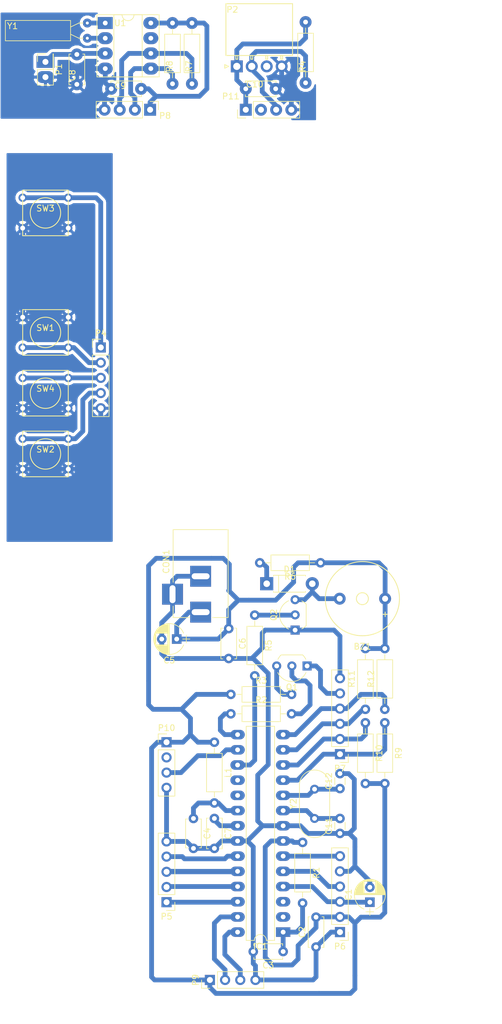
<source format=kicad_pcb>
(kicad_pcb (version 4) (host pcbnew 4.0.1-stable)

  (general
    (links 111)
    (no_connects 0)
    (area 0 0 0 0)
    (thickness 1.6)
    (drawings 24)
    (tracks 366)
    (zones 0)
    (modules 48)
    (nets 53)
  )

  (page A4)
  (layers
    (0 F.Cu signal)
    (31 B.Cu signal)
    (32 B.Adhes user)
    (33 F.Adhes user)
    (34 B.Paste user)
    (35 F.Paste user)
    (36 B.SilkS user)
    (37 F.SilkS user)
    (38 B.Mask user)
    (39 F.Mask user)
    (40 Dwgs.User user)
    (41 Cmts.User user)
    (42 Eco1.User user)
    (43 Eco2.User user)
    (44 Edge.Cuts user)
    (45 Margin user)
    (46 B.CrtYd user)
    (47 F.CrtYd user)
    (48 B.Fab user)
    (49 F.Fab user)
  )

  (setup
    (last_trace_width 0.8)
    (trace_clearance 0.2)
    (zone_clearance 0.508)
    (zone_45_only no)
    (trace_min 0.2)
    (segment_width 0.2)
    (edge_width 0.15)
    (via_size 0.6)
    (via_drill 0.4)
    (via_min_size 0.4)
    (via_min_drill 0.3)
    (uvia_size 0.3)
    (uvia_drill 0.1)
    (uvias_allowed no)
    (uvia_min_size 0.2)
    (uvia_min_drill 0.1)
    (pcb_text_width 0.3)
    (pcb_text_size 1.5 1.5)
    (mod_edge_width 0.15)
    (mod_text_size 1 1)
    (mod_text_width 0.15)
    (pad_size 2 2)
    (pad_drill 1)
    (pad_to_mask_clearance 0.2)
    (aux_axis_origin 0 0)
    (visible_elements 7FFFFFFF)
    (pcbplotparams
      (layerselection 0x00030_80000001)
      (usegerberextensions false)
      (excludeedgelayer true)
      (linewidth 0.100000)
      (plotframeref false)
      (viasonmask false)
      (mode 1)
      (useauxorigin false)
      (hpglpennumber 1)
      (hpglpenspeed 20)
      (hpglpendiameter 15)
      (hpglpenoverlay 2)
      (psnegative false)
      (psa4output false)
      (plotreference true)
      (plotvalue true)
      (plotinvisibletext false)
      (padsonsilk false)
      (subtractmaskfromsilk false)
      (outputformat 1)
      (mirror false)
      (drillshape 1)
      (scaleselection 1)
      (outputdirectory ""))
  )

  (net 0 "")
  (net 1 5V_POWER)
  (net 2 "Net-(BZ1-Pad2)")
  (net 3 Vo)
  (net 4 GND)
  (net 5 RESET)
  (net 6 AVCC)
  (net 7 "Net-(C7-Pad1)")
  (net 8 "Net-(C8-Pad2)")
  (net 9 "Net-(C11-Pad2)")
  (net 10 "Net-(C12-Pad1)")
  (net 11 "Net-(D1-Pad1)")
  (net 12 LCM_D7)
  (net 13 LCM_D6)
  (net 14 LCM_D5)
  (net 15 LCM_D4)
  (net 16 LCM_E)
  (net 17 LCM_RS)
  (net 18 "Net-(IC1-Pad2)")
  (net 19 BL)
  (net 20 "Net-(IC1-Pad3)")
  (net 21 BUZZ_control)
  (net 22 Back/Alarm)
  (net 23 DHT11_DATA)
  (net 24 func_UP)
  (net 25 func_DOWN)
  (net 26 Menu/Enter)
  (net 27 DS1307_SDA)
  (net 28 DS1307_SCL)
  (net 29 "Net-(P2-Pad3)")
  (net 30 "Net-(Q1-Pad3)")
  (net 31 "Net-(Q1-Pad2)")
  (net 32 "Net-(Q2-Pad2)")
  (net 33 "Net-(U1-Pad1)")
  (net 34 "Net-(U1-Pad2)")
  (net 35 "Net-(U1-Pad7)")
  (net 36 "Net-(P4-Pad1)")
  (net 37 "Net-(P4-Pad2)")
  (net 38 "Net-(P4-Pad5)")
  (net 39 "Net-(P4-Pad3)")
  (net 40 "Net-(P4-Pad4)")
  (net 41 "Net-(P7-Pad5)")
  (net 42 DS1307_Power)
  (net 43 "Net-(IC1-Pad27)")
  (net 44 "Net-(IC1-Pad28)")
  (net 45 G1)
  (net 46 "Net-(P10-Pad2)")
  (net 47 DHT11_Power)
  (net 48 "Net-(P11-Pad2)")
  (net 49 G2)
  (net 50 "Net-(IC1-Pad18)")
  (net 51 "Net-(IC1-Pad16)")
  (net 52 "Net-(IC1-Pad19)")

  (net_class Default "This is the default net class."
    (clearance 0.2)
    (trace_width 0.8)
    (via_dia 0.6)
    (via_drill 0.4)
    (uvia_dia 0.3)
    (uvia_drill 0.1)
    (add_net 5V_POWER)
    (add_net AVCC)
    (add_net BL)
    (add_net BUZZ_control)
    (add_net Back/Alarm)
    (add_net DHT11_DATA)
    (add_net DHT11_Power)
    (add_net DS1307_Power)
    (add_net DS1307_SCL)
    (add_net DS1307_SDA)
    (add_net G1)
    (add_net G2)
    (add_net GND)
    (add_net LCM_D4)
    (add_net LCM_D5)
    (add_net LCM_D6)
    (add_net LCM_D7)
    (add_net LCM_E)
    (add_net LCM_RS)
    (add_net Menu/Enter)
    (add_net "Net-(BZ1-Pad2)")
    (add_net "Net-(C11-Pad2)")
    (add_net "Net-(C12-Pad1)")
    (add_net "Net-(C7-Pad1)")
    (add_net "Net-(C8-Pad2)")
    (add_net "Net-(D1-Pad1)")
    (add_net "Net-(IC1-Pad16)")
    (add_net "Net-(IC1-Pad18)")
    (add_net "Net-(IC1-Pad19)")
    (add_net "Net-(IC1-Pad2)")
    (add_net "Net-(IC1-Pad27)")
    (add_net "Net-(IC1-Pad28)")
    (add_net "Net-(IC1-Pad3)")
    (add_net "Net-(P10-Pad2)")
    (add_net "Net-(P11-Pad2)")
    (add_net "Net-(P2-Pad3)")
    (add_net "Net-(P4-Pad1)")
    (add_net "Net-(P4-Pad2)")
    (add_net "Net-(P4-Pad3)")
    (add_net "Net-(P4-Pad4)")
    (add_net "Net-(P4-Pad5)")
    (add_net "Net-(P7-Pad5)")
    (add_net "Net-(Q1-Pad2)")
    (add_net "Net-(Q1-Pad3)")
    (add_net "Net-(Q2-Pad2)")
    (add_net "Net-(U1-Pad1)")
    (add_net "Net-(U1-Pad2)")
    (add_net "Net-(U1-Pad7)")
    (add_net RESET)
    (add_net Vo)
    (add_net func_DOWN)
    (add_net func_UP)
  )

  (module Housings_DIP:DIP-28_W7.62mm_LongPads (layer F.Cu) (tedit 586281B5) (tstamp 589C8602)
    (at 63.5 169.75 180)
    (descr "28-lead dip package, row spacing 7.62 mm (300 mils), LongPads")
    (tags "DIL DIP PDIP 2.54mm 7.62mm 300mil LongPads")
    (path /5894734B)
    (fp_text reference IC1 (at 3.81 -2.39 180) (layer F.SilkS)
      (effects (font (size 1 1) (thickness 0.15)))
    )
    (fp_text value ATMEGA328-P (at 3.81 35.41 180) (layer F.Fab)
      (effects (font (size 1 1) (thickness 0.15)))
    )
    (fp_arc (start 3.81 -1.39) (end 2.81 -1.39) (angle -180) (layer F.SilkS) (width 0.12))
    (fp_line (start 1.635 -1.27) (end 6.985 -1.27) (layer F.Fab) (width 0.1))
    (fp_line (start 6.985 -1.27) (end 6.985 34.29) (layer F.Fab) (width 0.1))
    (fp_line (start 6.985 34.29) (end 0.635 34.29) (layer F.Fab) (width 0.1))
    (fp_line (start 0.635 34.29) (end 0.635 -0.27) (layer F.Fab) (width 0.1))
    (fp_line (start 0.635 -0.27) (end 1.635 -1.27) (layer F.Fab) (width 0.1))
    (fp_line (start 2.81 -1.39) (end 1.44 -1.39) (layer F.SilkS) (width 0.12))
    (fp_line (start 1.44 -1.39) (end 1.44 34.41) (layer F.SilkS) (width 0.12))
    (fp_line (start 1.44 34.41) (end 6.18 34.41) (layer F.SilkS) (width 0.12))
    (fp_line (start 6.18 34.41) (end 6.18 -1.39) (layer F.SilkS) (width 0.12))
    (fp_line (start 6.18 -1.39) (end 4.81 -1.39) (layer F.SilkS) (width 0.12))
    (fp_line (start -1.5 -1.6) (end -1.5 34.6) (layer F.CrtYd) (width 0.05))
    (fp_line (start -1.5 34.6) (end 9.1 34.6) (layer F.CrtYd) (width 0.05))
    (fp_line (start 9.1 34.6) (end 9.1 -1.6) (layer F.CrtYd) (width 0.05))
    (fp_line (start 9.1 -1.6) (end -1.5 -1.6) (layer F.CrtYd) (width 0.05))
    (pad 1 thru_hole rect (at 0 0 180) (size 2.4 1.6) (drill 0.8) (layers *.Cu *.Mask)
      (net 5 RESET))
    (pad 15 thru_hole oval (at 7.62 33.02 180) (size 2.4 1.6) (drill 0.8) (layers *.Cu *.Mask)
      (net 19 BL))
    (pad 2 thru_hole oval (at 0 2.54 180) (size 2.4 1.6) (drill 0.8) (layers *.Cu *.Mask)
      (net 18 "Net-(IC1-Pad2)"))
    (pad 16 thru_hole oval (at 7.62 30.48 180) (size 2.4 1.6) (drill 0.8) (layers *.Cu *.Mask)
      (net 51 "Net-(IC1-Pad16)"))
    (pad 3 thru_hole oval (at 0 5.08 180) (size 2.4 1.6) (drill 0.8) (layers *.Cu *.Mask)
      (net 20 "Net-(IC1-Pad3)"))
    (pad 17 thru_hole oval (at 7.62 27.94 180) (size 2.4 1.6) (drill 0.8) (layers *.Cu *.Mask)
      (net 21 BUZZ_control))
    (pad 4 thru_hole oval (at 0 7.62 180) (size 2.4 1.6) (drill 0.8) (layers *.Cu *.Mask)
      (net 3 Vo))
    (pad 18 thru_hole oval (at 7.62 25.4 180) (size 2.4 1.6) (drill 0.8) (layers *.Cu *.Mask)
      (net 50 "Net-(IC1-Pad18)"))
    (pad 5 thru_hole oval (at 0 10.16 180) (size 2.4 1.6) (drill 0.8) (layers *.Cu *.Mask)
      (net 17 LCM_RS))
    (pad 19 thru_hole oval (at 7.62 22.86 180) (size 2.4 1.6) (drill 0.8) (layers *.Cu *.Mask)
      (net 52 "Net-(IC1-Pad19)"))
    (pad 6 thru_hole oval (at 0 12.7 180) (size 2.4 1.6) (drill 0.8) (layers *.Cu *.Mask)
      (net 16 LCM_E))
    (pad 20 thru_hole oval (at 7.62 20.32 180) (size 2.4 1.6) (drill 0.8) (layers *.Cu *.Mask)
      (net 6 AVCC))
    (pad 7 thru_hole oval (at 0 15.24 180) (size 2.4 1.6) (drill 0.8) (layers *.Cu *.Mask)
      (net 1 5V_POWER))
    (pad 21 thru_hole oval (at 7.62 17.78 180) (size 2.4 1.6) (drill 0.8) (layers *.Cu *.Mask)
      (net 7 "Net-(C7-Pad1)"))
    (pad 8 thru_hole oval (at 0 17.78 180) (size 2.4 1.6) (drill 0.8) (layers *.Cu *.Mask)
      (net 4 GND))
    (pad 22 thru_hole oval (at 7.62 15.24 180) (size 2.4 1.6) (drill 0.8) (layers *.Cu *.Mask)
      (net 4 GND))
    (pad 9 thru_hole oval (at 0 20.32 180) (size 2.4 1.6) (drill 0.8) (layers *.Cu *.Mask)
      (net 9 "Net-(C11-Pad2)"))
    (pad 23 thru_hole oval (at 7.62 12.7 180) (size 2.4 1.6) (drill 0.8) (layers *.Cu *.Mask)
      (net 25 func_DOWN))
    (pad 10 thru_hole oval (at 0 22.86 180) (size 2.4 1.6) (drill 0.8) (layers *.Cu *.Mask)
      (net 10 "Net-(C12-Pad1)"))
    (pad 24 thru_hole oval (at 7.62 10.16 180) (size 2.4 1.6) (drill 0.8) (layers *.Cu *.Mask)
      (net 26 Menu/Enter))
    (pad 11 thru_hole oval (at 0 25.4 180) (size 2.4 1.6) (drill 0.8) (layers *.Cu *.Mask)
      (net 15 LCM_D4))
    (pad 25 thru_hole oval (at 7.62 7.62 180) (size 2.4 1.6) (drill 0.8) (layers *.Cu *.Mask)
      (net 24 func_UP))
    (pad 12 thru_hole oval (at 0 27.94 180) (size 2.4 1.6) (drill 0.8) (layers *.Cu *.Mask)
      (net 14 LCM_D5))
    (pad 26 thru_hole oval (at 7.62 5.08 180) (size 2.4 1.6) (drill 0.8) (layers *.Cu *.Mask)
      (net 22 Back/Alarm))
    (pad 13 thru_hole oval (at 0 30.48 180) (size 2.4 1.6) (drill 0.8) (layers *.Cu *.Mask)
      (net 13 LCM_D6))
    (pad 27 thru_hole oval (at 7.62 2.54 180) (size 2.4 1.6) (drill 0.8) (layers *.Cu *.Mask)
      (net 43 "Net-(IC1-Pad27)"))
    (pad 14 thru_hole oval (at 0 33.02 180) (size 2.4 1.6) (drill 0.8) (layers *.Cu *.Mask)
      (net 12 LCM_D7))
    (pad 28 thru_hole oval (at 7.62 0 180) (size 2.4 1.6) (drill 0.8) (layers *.Cu *.Mask)
      (net 44 "Net-(IC1-Pad28)"))
    (model Housings_DIP.3dshapes/DIP-28_W7.62mm_LongPads.wrl
      (at (xyz 0 0 0))
      (scale (xyz 1 1 1))
      (rotate (xyz 0 0 0))
    )
  )

  (module Buzzers_Beepers:Buzzer_12x9.5RM7.6 (layer F.Cu) (tedit 544E361A) (tstamp 589C8587)
    (at 76.75 114 180)
    (descr "Generic Buzzer, D12mm height 9.5mm with RM7.6mm")
    (tags buzzer)
    (path /5897D14C)
    (fp_text reference BZ1 (at 0 -8.001 180) (layer F.SilkS)
      (effects (font (size 1 1) (thickness 0.15)))
    )
    (fp_text value Buzzer (at -1.00076 8.001 180) (layer F.Fab)
      (effects (font (size 1 1) (thickness 0.15)))
    )
    (fp_circle (center 0 0) (end 1.00076 0) (layer F.SilkS) (width 0.15))
    (fp_text user + (at -3.81 -2.54 180) (layer F.SilkS)
      (effects (font (size 1 1) (thickness 0.15)))
    )
    (fp_circle (center 0 0) (end 6.20014 0) (layer F.SilkS) (width 0.15))
    (pad 1 thru_hole circle (at -3.79984 0 180) (size 2 2) (drill 1.00076) (layers *.Cu *.Mask)
      (net 1 5V_POWER))
    (pad 2 thru_hole circle (at 3.79984 0 180) (size 2 2) (drill 1.00076) (layers *.Cu *.Mask)
      (net 2 "Net-(BZ1-Pad2)"))
    (model Buzzers_Beepers.3dshapes/Buzzer_12x9.5RM7.6.wrl
      (at (xyz 0 0 0))
      (scale (xyz 4 4 4))
      (rotate (xyz 0 0 0))
    )
  )

  (module Capacitors_ThroughHole:CP_Radial_D5.0mm_P2.50mm (layer F.Cu) (tedit 58765D06) (tstamp 589C858D)
    (at 78 164.75 90)
    (descr "CP, Radial series, Radial, pin pitch=2.50mm, , diameter=5mm, Electrolytic Capacitor")
    (tags "CP Radial series Radial pin pitch 2.50mm  diameter 5mm Electrolytic Capacitor")
    (path /58978995)
    (fp_text reference C1 (at 1.25 -3.56 90) (layer F.SilkS)
      (effects (font (size 1 1) (thickness 0.15)))
    )
    (fp_text value 10uF (at 1.25 3.56 90) (layer F.Fab)
      (effects (font (size 1 1) (thickness 0.15)))
    )
    (fp_arc (start 1.25 0) (end -1.147436 -0.98) (angle 135.5) (layer F.SilkS) (width 0.12))
    (fp_arc (start 1.25 0) (end -1.147436 0.98) (angle -135.5) (layer F.SilkS) (width 0.12))
    (fp_arc (start 1.25 0) (end 3.647436 -0.98) (angle 44.5) (layer F.SilkS) (width 0.12))
    (fp_circle (center 1.25 0) (end 3.75 0) (layer F.Fab) (width 0.1))
    (fp_line (start -2.2 0) (end -1 0) (layer F.Fab) (width 0.1))
    (fp_line (start -1.6 -0.65) (end -1.6 0.65) (layer F.Fab) (width 0.1))
    (fp_line (start 1.25 -2.55) (end 1.25 2.55) (layer F.SilkS) (width 0.12))
    (fp_line (start 1.29 -2.55) (end 1.29 2.55) (layer F.SilkS) (width 0.12))
    (fp_line (start 1.33 -2.549) (end 1.33 2.549) (layer F.SilkS) (width 0.12))
    (fp_line (start 1.37 -2.548) (end 1.37 2.548) (layer F.SilkS) (width 0.12))
    (fp_line (start 1.41 -2.546) (end 1.41 2.546) (layer F.SilkS) (width 0.12))
    (fp_line (start 1.45 -2.543) (end 1.45 2.543) (layer F.SilkS) (width 0.12))
    (fp_line (start 1.49 -2.539) (end 1.49 2.539) (layer F.SilkS) (width 0.12))
    (fp_line (start 1.53 -2.535) (end 1.53 -0.98) (layer F.SilkS) (width 0.12))
    (fp_line (start 1.53 0.98) (end 1.53 2.535) (layer F.SilkS) (width 0.12))
    (fp_line (start 1.57 -2.531) (end 1.57 -0.98) (layer F.SilkS) (width 0.12))
    (fp_line (start 1.57 0.98) (end 1.57 2.531) (layer F.SilkS) (width 0.12))
    (fp_line (start 1.61 -2.525) (end 1.61 -0.98) (layer F.SilkS) (width 0.12))
    (fp_line (start 1.61 0.98) (end 1.61 2.525) (layer F.SilkS) (width 0.12))
    (fp_line (start 1.65 -2.519) (end 1.65 -0.98) (layer F.SilkS) (width 0.12))
    (fp_line (start 1.65 0.98) (end 1.65 2.519) (layer F.SilkS) (width 0.12))
    (fp_line (start 1.69 -2.513) (end 1.69 -0.98) (layer F.SilkS) (width 0.12))
    (fp_line (start 1.69 0.98) (end 1.69 2.513) (layer F.SilkS) (width 0.12))
    (fp_line (start 1.73 -2.506) (end 1.73 -0.98) (layer F.SilkS) (width 0.12))
    (fp_line (start 1.73 0.98) (end 1.73 2.506) (layer F.SilkS) (width 0.12))
    (fp_line (start 1.77 -2.498) (end 1.77 -0.98) (layer F.SilkS) (width 0.12))
    (fp_line (start 1.77 0.98) (end 1.77 2.498) (layer F.SilkS) (width 0.12))
    (fp_line (start 1.81 -2.489) (end 1.81 -0.98) (layer F.SilkS) (width 0.12))
    (fp_line (start 1.81 0.98) (end 1.81 2.489) (layer F.SilkS) (width 0.12))
    (fp_line (start 1.85 -2.48) (end 1.85 -0.98) (layer F.SilkS) (width 0.12))
    (fp_line (start 1.85 0.98) (end 1.85 2.48) (layer F.SilkS) (width 0.12))
    (fp_line (start 1.89 -2.47) (end 1.89 -0.98) (layer F.SilkS) (width 0.12))
    (fp_line (start 1.89 0.98) (end 1.89 2.47) (layer F.SilkS) (width 0.12))
    (fp_line (start 1.93 -2.46) (end 1.93 -0.98) (layer F.SilkS) (width 0.12))
    (fp_line (start 1.93 0.98) (end 1.93 2.46) (layer F.SilkS) (width 0.12))
    (fp_line (start 1.971 -2.448) (end 1.971 -0.98) (layer F.SilkS) (width 0.12))
    (fp_line (start 1.971 0.98) (end 1.971 2.448) (layer F.SilkS) (width 0.12))
    (fp_line (start 2.011 -2.436) (end 2.011 -0.98) (layer F.SilkS) (width 0.12))
    (fp_line (start 2.011 0.98) (end 2.011 2.436) (layer F.SilkS) (width 0.12))
    (fp_line (start 2.051 -2.424) (end 2.051 -0.98) (layer F.SilkS) (width 0.12))
    (fp_line (start 2.051 0.98) (end 2.051 2.424) (layer F.SilkS) (width 0.12))
    (fp_line (start 2.091 -2.41) (end 2.091 -0.98) (layer F.SilkS) (width 0.12))
    (fp_line (start 2.091 0.98) (end 2.091 2.41) (layer F.SilkS) (width 0.12))
    (fp_line (start 2.131 -2.396) (end 2.131 -0.98) (layer F.SilkS) (width 0.12))
    (fp_line (start 2.131 0.98) (end 2.131 2.396) (layer F.SilkS) (width 0.12))
    (fp_line (start 2.171 -2.382) (end 2.171 -0.98) (layer F.SilkS) (width 0.12))
    (fp_line (start 2.171 0.98) (end 2.171 2.382) (layer F.SilkS) (width 0.12))
    (fp_line (start 2.211 -2.366) (end 2.211 -0.98) (layer F.SilkS) (width 0.12))
    (fp_line (start 2.211 0.98) (end 2.211 2.366) (layer F.SilkS) (width 0.12))
    (fp_line (start 2.251 -2.35) (end 2.251 -0.98) (layer F.SilkS) (width 0.12))
    (fp_line (start 2.251 0.98) (end 2.251 2.35) (layer F.SilkS) (width 0.12))
    (fp_line (start 2.291 -2.333) (end 2.291 -0.98) (layer F.SilkS) (width 0.12))
    (fp_line (start 2.291 0.98) (end 2.291 2.333) (layer F.SilkS) (width 0.12))
    (fp_line (start 2.331 -2.315) (end 2.331 -0.98) (layer F.SilkS) (width 0.12))
    (fp_line (start 2.331 0.98) (end 2.331 2.315) (layer F.SilkS) (width 0.12))
    (fp_line (start 2.371 -2.296) (end 2.371 -0.98) (layer F.SilkS) (width 0.12))
    (fp_line (start 2.371 0.98) (end 2.371 2.296) (layer F.SilkS) (width 0.12))
    (fp_line (start 2.411 -2.276) (end 2.411 -0.98) (layer F.SilkS) (width 0.12))
    (fp_line (start 2.411 0.98) (end 2.411 2.276) (layer F.SilkS) (width 0.12))
    (fp_line (start 2.451 -2.256) (end 2.451 -0.98) (layer F.SilkS) (width 0.12))
    (fp_line (start 2.451 0.98) (end 2.451 2.256) (layer F.SilkS) (width 0.12))
    (fp_line (start 2.491 -2.234) (end 2.491 -0.98) (layer F.SilkS) (width 0.12))
    (fp_line (start 2.491 0.98) (end 2.491 2.234) (layer F.SilkS) (width 0.12))
    (fp_line (start 2.531 -2.212) (end 2.531 -0.98) (layer F.SilkS) (width 0.12))
    (fp_line (start 2.531 0.98) (end 2.531 2.212) (layer F.SilkS) (width 0.12))
    (fp_line (start 2.571 -2.189) (end 2.571 -0.98) (layer F.SilkS) (width 0.12))
    (fp_line (start 2.571 0.98) (end 2.571 2.189) (layer F.SilkS) (width 0.12))
    (fp_line (start 2.611 -2.165) (end 2.611 -0.98) (layer F.SilkS) (width 0.12))
    (fp_line (start 2.611 0.98) (end 2.611 2.165) (layer F.SilkS) (width 0.12))
    (fp_line (start 2.651 -2.14) (end 2.651 -0.98) (layer F.SilkS) (width 0.12))
    (fp_line (start 2.651 0.98) (end 2.651 2.14) (layer F.SilkS) (width 0.12))
    (fp_line (start 2.691 -2.113) (end 2.691 -0.98) (layer F.SilkS) (width 0.12))
    (fp_line (start 2.691 0.98) (end 2.691 2.113) (layer F.SilkS) (width 0.12))
    (fp_line (start 2.731 -2.086) (end 2.731 -0.98) (layer F.SilkS) (width 0.12))
    (fp_line (start 2.731 0.98) (end 2.731 2.086) (layer F.SilkS) (width 0.12))
    (fp_line (start 2.771 -2.058) (end 2.771 -0.98) (layer F.SilkS) (width 0.12))
    (fp_line (start 2.771 0.98) (end 2.771 2.058) (layer F.SilkS) (width 0.12))
    (fp_line (start 2.811 -2.028) (end 2.811 -0.98) (layer F.SilkS) (width 0.12))
    (fp_line (start 2.811 0.98) (end 2.811 2.028) (layer F.SilkS) (width 0.12))
    (fp_line (start 2.851 -1.997) (end 2.851 -0.98) (layer F.SilkS) (width 0.12))
    (fp_line (start 2.851 0.98) (end 2.851 1.997) (layer F.SilkS) (width 0.12))
    (fp_line (start 2.891 -1.965) (end 2.891 -0.98) (layer F.SilkS) (width 0.12))
    (fp_line (start 2.891 0.98) (end 2.891 1.965) (layer F.SilkS) (width 0.12))
    (fp_line (start 2.931 -1.932) (end 2.931 -0.98) (layer F.SilkS) (width 0.12))
    (fp_line (start 2.931 0.98) (end 2.931 1.932) (layer F.SilkS) (width 0.12))
    (fp_line (start 2.971 -1.897) (end 2.971 -0.98) (layer F.SilkS) (width 0.12))
    (fp_line (start 2.971 0.98) (end 2.971 1.897) (layer F.SilkS) (width 0.12))
    (fp_line (start 3.011 -1.861) (end 3.011 -0.98) (layer F.SilkS) (width 0.12))
    (fp_line (start 3.011 0.98) (end 3.011 1.861) (layer F.SilkS) (width 0.12))
    (fp_line (start 3.051 -1.823) (end 3.051 -0.98) (layer F.SilkS) (width 0.12))
    (fp_line (start 3.051 0.98) (end 3.051 1.823) (layer F.SilkS) (width 0.12))
    (fp_line (start 3.091 -1.783) (end 3.091 -0.98) (layer F.SilkS) (width 0.12))
    (fp_line (start 3.091 0.98) (end 3.091 1.783) (layer F.SilkS) (width 0.12))
    (fp_line (start 3.131 -1.742) (end 3.131 -0.98) (layer F.SilkS) (width 0.12))
    (fp_line (start 3.131 0.98) (end 3.131 1.742) (layer F.SilkS) (width 0.12))
    (fp_line (start 3.171 -1.699) (end 3.171 -0.98) (layer F.SilkS) (width 0.12))
    (fp_line (start 3.171 0.98) (end 3.171 1.699) (layer F.SilkS) (width 0.12))
    (fp_line (start 3.211 -1.654) (end 3.211 -0.98) (layer F.SilkS) (width 0.12))
    (fp_line (start 3.211 0.98) (end 3.211 1.654) (layer F.SilkS) (width 0.12))
    (fp_line (start 3.251 -1.606) (end 3.251 -0.98) (layer F.SilkS) (width 0.12))
    (fp_line (start 3.251 0.98) (end 3.251 1.606) (layer F.SilkS) (width 0.12))
    (fp_line (start 3.291 -1.556) (end 3.291 -0.98) (layer F.SilkS) (width 0.12))
    (fp_line (start 3.291 0.98) (end 3.291 1.556) (layer F.SilkS) (width 0.12))
    (fp_line (start 3.331 -1.504) (end 3.331 -0.98) (layer F.SilkS) (width 0.12))
    (fp_line (start 3.331 0.98) (end 3.331 1.504) (layer F.SilkS) (width 0.12))
    (fp_line (start 3.371 -1.448) (end 3.371 -0.98) (layer F.SilkS) (width 0.12))
    (fp_line (start 3.371 0.98) (end 3.371 1.448) (layer F.SilkS) (width 0.12))
    (fp_line (start 3.411 -1.39) (end 3.411 -0.98) (layer F.SilkS) (width 0.12))
    (fp_line (start 3.411 0.98) (end 3.411 1.39) (layer F.SilkS) (width 0.12))
    (fp_line (start 3.451 -1.327) (end 3.451 -0.98) (layer F.SilkS) (width 0.12))
    (fp_line (start 3.451 0.98) (end 3.451 1.327) (layer F.SilkS) (width 0.12))
    (fp_line (start 3.491 -1.261) (end 3.491 1.261) (layer F.SilkS) (width 0.12))
    (fp_line (start 3.531 -1.189) (end 3.531 1.189) (layer F.SilkS) (width 0.12))
    (fp_line (start 3.571 -1.112) (end 3.571 1.112) (layer F.SilkS) (width 0.12))
    (fp_line (start 3.611 -1.028) (end 3.611 1.028) (layer F.SilkS) (width 0.12))
    (fp_line (start 3.651 -0.934) (end 3.651 0.934) (layer F.SilkS) (width 0.12))
    (fp_line (start 3.691 -0.829) (end 3.691 0.829) (layer F.SilkS) (width 0.12))
    (fp_line (start 3.731 -0.707) (end 3.731 0.707) (layer F.SilkS) (width 0.12))
    (fp_line (start 3.771 -0.559) (end 3.771 0.559) (layer F.SilkS) (width 0.12))
    (fp_line (start 3.811 -0.354) (end 3.811 0.354) (layer F.SilkS) (width 0.12))
    (fp_line (start -2.2 0) (end -1 0) (layer F.SilkS) (width 0.12))
    (fp_line (start -1.6 -0.65) (end -1.6 0.65) (layer F.SilkS) (width 0.12))
    (fp_line (start -1.6 -2.85) (end -1.6 2.85) (layer F.CrtYd) (width 0.05))
    (fp_line (start -1.6 2.85) (end 4.1 2.85) (layer F.CrtYd) (width 0.05))
    (fp_line (start 4.1 2.85) (end 4.1 -2.85) (layer F.CrtYd) (width 0.05))
    (fp_line (start 4.1 -2.85) (end -1.6 -2.85) (layer F.CrtYd) (width 0.05))
    (pad 1 thru_hole rect (at 0 0 90) (size 1.6 1.6) (drill 0.8) (layers *.Cu *.Mask)
      (net 3 Vo))
    (pad 2 thru_hole circle (at 2.5 0 90) (size 1.6 1.6) (drill 0.8) (layers *.Cu *.Mask)
      (net 4 GND))
    (model Capacitors_ThroughHole.3dshapes/CP_Radial_D5.0mm_P2.50mm.wrl
      (at (xyz 0 0 0))
      (scale (xyz 0.393701 0.393701 0.393701))
      (rotate (xyz 0 0 0))
    )
  )

  (module Capacitors_ThroughHole:C_Disc_D5.0mm_W2.5mm_P5.00mm (layer F.Cu) (tedit 58765D06) (tstamp 589C8593)
    (at 69 172.25 90)
    (descr "C, Disc series, Radial, pin pitch=5.00mm, , diameter*width=5*2.5mm^2, Capacitor, http://cdn-reichelt.de/documents/datenblatt/B300/DS_KERKO_TC.pdf")
    (tags "C Disc series Radial pin pitch 5.00mm  diameter 5mm width 2.5mm Capacitor")
    (path /58975CCC)
    (fp_text reference C2 (at 2.5 -2.31 90) (layer F.SilkS)
      (effects (font (size 1 1) (thickness 0.15)))
    )
    (fp_text value 0.1uF (at 2.5 2.31 90) (layer F.Fab)
      (effects (font (size 1 1) (thickness 0.15)))
    )
    (fp_line (start 0 -1.25) (end 0 1.25) (layer F.Fab) (width 0.1))
    (fp_line (start 0 1.25) (end 5 1.25) (layer F.Fab) (width 0.1))
    (fp_line (start 5 1.25) (end 5 -1.25) (layer F.Fab) (width 0.1))
    (fp_line (start 5 -1.25) (end 0 -1.25) (layer F.Fab) (width 0.1))
    (fp_line (start -0.06 -1.31) (end 5.06 -1.31) (layer F.SilkS) (width 0.12))
    (fp_line (start -0.06 1.31) (end 5.06 1.31) (layer F.SilkS) (width 0.12))
    (fp_line (start -0.06 -1.31) (end -0.06 -0.996) (layer F.SilkS) (width 0.12))
    (fp_line (start -0.06 0.996) (end -0.06 1.31) (layer F.SilkS) (width 0.12))
    (fp_line (start 5.06 -1.31) (end 5.06 -0.996) (layer F.SilkS) (width 0.12))
    (fp_line (start 5.06 0.996) (end 5.06 1.31) (layer F.SilkS) (width 0.12))
    (fp_line (start -1.05 -1.6) (end -1.05 1.6) (layer F.CrtYd) (width 0.05))
    (fp_line (start -1.05 1.6) (end 6.05 1.6) (layer F.CrtYd) (width 0.05))
    (fp_line (start 6.05 1.6) (end 6.05 -1.6) (layer F.CrtYd) (width 0.05))
    (fp_line (start 6.05 -1.6) (end -1.05 -1.6) (layer F.CrtYd) (width 0.05))
    (pad 1 thru_hole circle (at 0 0 90) (size 1.6 1.6) (drill 0.8) (layers *.Cu *.Mask)
      (net 4 GND))
    (pad 2 thru_hole circle (at 5 0 90) (size 1.6 1.6) (drill 0.8) (layers *.Cu *.Mask)
      (net 1 5V_POWER))
    (model Capacitors_ThroughHole.3dshapes/C_Disc_D5.0mm_W2.5mm_P5.00mm.wrl
      (at (xyz 0 0 0))
      (scale (xyz 0.393701 0.393701 0.393701))
      (rotate (xyz 0 0 0))
    )
  )

  (module Capacitors_ThroughHole:CP_Radial_D5.0mm_P2.50mm (layer F.Cu) (tedit 58765D06) (tstamp 589C85A5)
    (at 45.7 120.75 180)
    (descr "CP, Radial series, Radial, pin pitch=2.50mm, , diameter=5mm, Electrolytic Capacitor")
    (tags "CP Radial series Radial pin pitch 2.50mm  diameter 5mm Electrolytic Capacitor")
    (path /5896E869)
    (fp_text reference C5 (at 1.25 -3.56 180) (layer F.SilkS)
      (effects (font (size 1 1) (thickness 0.15)))
    )
    (fp_text value 10uF (at 1.25 3.56 180) (layer F.Fab)
      (effects (font (size 1 1) (thickness 0.15)))
    )
    (fp_arc (start 1.25 0) (end -1.147436 -0.98) (angle 135.5) (layer F.SilkS) (width 0.12))
    (fp_arc (start 1.25 0) (end -1.147436 0.98) (angle -135.5) (layer F.SilkS) (width 0.12))
    (fp_arc (start 1.25 0) (end 3.647436 -0.98) (angle 44.5) (layer F.SilkS) (width 0.12))
    (fp_circle (center 1.25 0) (end 3.75 0) (layer F.Fab) (width 0.1))
    (fp_line (start -2.2 0) (end -1 0) (layer F.Fab) (width 0.1))
    (fp_line (start -1.6 -0.65) (end -1.6 0.65) (layer F.Fab) (width 0.1))
    (fp_line (start 1.25 -2.55) (end 1.25 2.55) (layer F.SilkS) (width 0.12))
    (fp_line (start 1.29 -2.55) (end 1.29 2.55) (layer F.SilkS) (width 0.12))
    (fp_line (start 1.33 -2.549) (end 1.33 2.549) (layer F.SilkS) (width 0.12))
    (fp_line (start 1.37 -2.548) (end 1.37 2.548) (layer F.SilkS) (width 0.12))
    (fp_line (start 1.41 -2.546) (end 1.41 2.546) (layer F.SilkS) (width 0.12))
    (fp_line (start 1.45 -2.543) (end 1.45 2.543) (layer F.SilkS) (width 0.12))
    (fp_line (start 1.49 -2.539) (end 1.49 2.539) (layer F.SilkS) (width 0.12))
    (fp_line (start 1.53 -2.535) (end 1.53 -0.98) (layer F.SilkS) (width 0.12))
    (fp_line (start 1.53 0.98) (end 1.53 2.535) (layer F.SilkS) (width 0.12))
    (fp_line (start 1.57 -2.531) (end 1.57 -0.98) (layer F.SilkS) (width 0.12))
    (fp_line (start 1.57 0.98) (end 1.57 2.531) (layer F.SilkS) (width 0.12))
    (fp_line (start 1.61 -2.525) (end 1.61 -0.98) (layer F.SilkS) (width 0.12))
    (fp_line (start 1.61 0.98) (end 1.61 2.525) (layer F.SilkS) (width 0.12))
    (fp_line (start 1.65 -2.519) (end 1.65 -0.98) (layer F.SilkS) (width 0.12))
    (fp_line (start 1.65 0.98) (end 1.65 2.519) (layer F.SilkS) (width 0.12))
    (fp_line (start 1.69 -2.513) (end 1.69 -0.98) (layer F.SilkS) (width 0.12))
    (fp_line (start 1.69 0.98) (end 1.69 2.513) (layer F.SilkS) (width 0.12))
    (fp_line (start 1.73 -2.506) (end 1.73 -0.98) (layer F.SilkS) (width 0.12))
    (fp_line (start 1.73 0.98) (end 1.73 2.506) (layer F.SilkS) (width 0.12))
    (fp_line (start 1.77 -2.498) (end 1.77 -0.98) (layer F.SilkS) (width 0.12))
    (fp_line (start 1.77 0.98) (end 1.77 2.498) (layer F.SilkS) (width 0.12))
    (fp_line (start 1.81 -2.489) (end 1.81 -0.98) (layer F.SilkS) (width 0.12))
    (fp_line (start 1.81 0.98) (end 1.81 2.489) (layer F.SilkS) (width 0.12))
    (fp_line (start 1.85 -2.48) (end 1.85 -0.98) (layer F.SilkS) (width 0.12))
    (fp_line (start 1.85 0.98) (end 1.85 2.48) (layer F.SilkS) (width 0.12))
    (fp_line (start 1.89 -2.47) (end 1.89 -0.98) (layer F.SilkS) (width 0.12))
    (fp_line (start 1.89 0.98) (end 1.89 2.47) (layer F.SilkS) (width 0.12))
    (fp_line (start 1.93 -2.46) (end 1.93 -0.98) (layer F.SilkS) (width 0.12))
    (fp_line (start 1.93 0.98) (end 1.93 2.46) (layer F.SilkS) (width 0.12))
    (fp_line (start 1.971 -2.448) (end 1.971 -0.98) (layer F.SilkS) (width 0.12))
    (fp_line (start 1.971 0.98) (end 1.971 2.448) (layer F.SilkS) (width 0.12))
    (fp_line (start 2.011 -2.436) (end 2.011 -0.98) (layer F.SilkS) (width 0.12))
    (fp_line (start 2.011 0.98) (end 2.011 2.436) (layer F.SilkS) (width 0.12))
    (fp_line (start 2.051 -2.424) (end 2.051 -0.98) (layer F.SilkS) (width 0.12))
    (fp_line (start 2.051 0.98) (end 2.051 2.424) (layer F.SilkS) (width 0.12))
    (fp_line (start 2.091 -2.41) (end 2.091 -0.98) (layer F.SilkS) (width 0.12))
    (fp_line (start 2.091 0.98) (end 2.091 2.41) (layer F.SilkS) (width 0.12))
    (fp_line (start 2.131 -2.396) (end 2.131 -0.98) (layer F.SilkS) (width 0.12))
    (fp_line (start 2.131 0.98) (end 2.131 2.396) (layer F.SilkS) (width 0.12))
    (fp_line (start 2.171 -2.382) (end 2.171 -0.98) (layer F.SilkS) (width 0.12))
    (fp_line (start 2.171 0.98) (end 2.171 2.382) (layer F.SilkS) (width 0.12))
    (fp_line (start 2.211 -2.366) (end 2.211 -0.98) (layer F.SilkS) (width 0.12))
    (fp_line (start 2.211 0.98) (end 2.211 2.366) (layer F.SilkS) (width 0.12))
    (fp_line (start 2.251 -2.35) (end 2.251 -0.98) (layer F.SilkS) (width 0.12))
    (fp_line (start 2.251 0.98) (end 2.251 2.35) (layer F.SilkS) (width 0.12))
    (fp_line (start 2.291 -2.333) (end 2.291 -0.98) (layer F.SilkS) (width 0.12))
    (fp_line (start 2.291 0.98) (end 2.291 2.333) (layer F.SilkS) (width 0.12))
    (fp_line (start 2.331 -2.315) (end 2.331 -0.98) (layer F.SilkS) (width 0.12))
    (fp_line (start 2.331 0.98) (end 2.331 2.315) (layer F.SilkS) (width 0.12))
    (fp_line (start 2.371 -2.296) (end 2.371 -0.98) (layer F.SilkS) (width 0.12))
    (fp_line (start 2.371 0.98) (end 2.371 2.296) (layer F.SilkS) (width 0.12))
    (fp_line (start 2.411 -2.276) (end 2.411 -0.98) (layer F.SilkS) (width 0.12))
    (fp_line (start 2.411 0.98) (end 2.411 2.276) (layer F.SilkS) (width 0.12))
    (fp_line (start 2.451 -2.256) (end 2.451 -0.98) (layer F.SilkS) (width 0.12))
    (fp_line (start 2.451 0.98) (end 2.451 2.256) (layer F.SilkS) (width 0.12))
    (fp_line (start 2.491 -2.234) (end 2.491 -0.98) (layer F.SilkS) (width 0.12))
    (fp_line (start 2.491 0.98) (end 2.491 2.234) (layer F.SilkS) (width 0.12))
    (fp_line (start 2.531 -2.212) (end 2.531 -0.98) (layer F.SilkS) (width 0.12))
    (fp_line (start 2.531 0.98) (end 2.531 2.212) (layer F.SilkS) (width 0.12))
    (fp_line (start 2.571 -2.189) (end 2.571 -0.98) (layer F.SilkS) (width 0.12))
    (fp_line (start 2.571 0.98) (end 2.571 2.189) (layer F.SilkS) (width 0.12))
    (fp_line (start 2.611 -2.165) (end 2.611 -0.98) (layer F.SilkS) (width 0.12))
    (fp_line (start 2.611 0.98) (end 2.611 2.165) (layer F.SilkS) (width 0.12))
    (fp_line (start 2.651 -2.14) (end 2.651 -0.98) (layer F.SilkS) (width 0.12))
    (fp_line (start 2.651 0.98) (end 2.651 2.14) (layer F.SilkS) (width 0.12))
    (fp_line (start 2.691 -2.113) (end 2.691 -0.98) (layer F.SilkS) (width 0.12))
    (fp_line (start 2.691 0.98) (end 2.691 2.113) (layer F.SilkS) (width 0.12))
    (fp_line (start 2.731 -2.086) (end 2.731 -0.98) (layer F.SilkS) (width 0.12))
    (fp_line (start 2.731 0.98) (end 2.731 2.086) (layer F.SilkS) (width 0.12))
    (fp_line (start 2.771 -2.058) (end 2.771 -0.98) (layer F.SilkS) (width 0.12))
    (fp_line (start 2.771 0.98) (end 2.771 2.058) (layer F.SilkS) (width 0.12))
    (fp_line (start 2.811 -2.028) (end 2.811 -0.98) (layer F.SilkS) (width 0.12))
    (fp_line (start 2.811 0.98) (end 2.811 2.028) (layer F.SilkS) (width 0.12))
    (fp_line (start 2.851 -1.997) (end 2.851 -0.98) (layer F.SilkS) (width 0.12))
    (fp_line (start 2.851 0.98) (end 2.851 1.997) (layer F.SilkS) (width 0.12))
    (fp_line (start 2.891 -1.965) (end 2.891 -0.98) (layer F.SilkS) (width 0.12))
    (fp_line (start 2.891 0.98) (end 2.891 1.965) (layer F.SilkS) (width 0.12))
    (fp_line (start 2.931 -1.932) (end 2.931 -0.98) (layer F.SilkS) (width 0.12))
    (fp_line (start 2.931 0.98) (end 2.931 1.932) (layer F.SilkS) (width 0.12))
    (fp_line (start 2.971 -1.897) (end 2.971 -0.98) (layer F.SilkS) (width 0.12))
    (fp_line (start 2.971 0.98) (end 2.971 1.897) (layer F.SilkS) (width 0.12))
    (fp_line (start 3.011 -1.861) (end 3.011 -0.98) (layer F.SilkS) (width 0.12))
    (fp_line (start 3.011 0.98) (end 3.011 1.861) (layer F.SilkS) (width 0.12))
    (fp_line (start 3.051 -1.823) (end 3.051 -0.98) (layer F.SilkS) (width 0.12))
    (fp_line (start 3.051 0.98) (end 3.051 1.823) (layer F.SilkS) (width 0.12))
    (fp_line (start 3.091 -1.783) (end 3.091 -0.98) (layer F.SilkS) (width 0.12))
    (fp_line (start 3.091 0.98) (end 3.091 1.783) (layer F.SilkS) (width 0.12))
    (fp_line (start 3.131 -1.742) (end 3.131 -0.98) (layer F.SilkS) (width 0.12))
    (fp_line (start 3.131 0.98) (end 3.131 1.742) (layer F.SilkS) (width 0.12))
    (fp_line (start 3.171 -1.699) (end 3.171 -0.98) (layer F.SilkS) (width 0.12))
    (fp_line (start 3.171 0.98) (end 3.171 1.699) (layer F.SilkS) (width 0.12))
    (fp_line (start 3.211 -1.654) (end 3.211 -0.98) (layer F.SilkS) (width 0.12))
    (fp_line (start 3.211 0.98) (end 3.211 1.654) (layer F.SilkS) (width 0.12))
    (fp_line (start 3.251 -1.606) (end 3.251 -0.98) (layer F.SilkS) (width 0.12))
    (fp_line (start 3.251 0.98) (end 3.251 1.606) (layer F.SilkS) (width 0.12))
    (fp_line (start 3.291 -1.556) (end 3.291 -0.98) (layer F.SilkS) (width 0.12))
    (fp_line (start 3.291 0.98) (end 3.291 1.556) (layer F.SilkS) (width 0.12))
    (fp_line (start 3.331 -1.504) (end 3.331 -0.98) (layer F.SilkS) (width 0.12))
    (fp_line (start 3.331 0.98) (end 3.331 1.504) (layer F.SilkS) (width 0.12))
    (fp_line (start 3.371 -1.448) (end 3.371 -0.98) (layer F.SilkS) (width 0.12))
    (fp_line (start 3.371 0.98) (end 3.371 1.448) (layer F.SilkS) (width 0.12))
    (fp_line (start 3.411 -1.39) (end 3.411 -0.98) (layer F.SilkS) (width 0.12))
    (fp_line (start 3.411 0.98) (end 3.411 1.39) (layer F.SilkS) (width 0.12))
    (fp_line (start 3.451 -1.327) (end 3.451 -0.98) (layer F.SilkS) (width 0.12))
    (fp_line (start 3.451 0.98) (end 3.451 1.327) (layer F.SilkS) (width 0.12))
    (fp_line (start 3.491 -1.261) (end 3.491 1.261) (layer F.SilkS) (width 0.12))
    (fp_line (start 3.531 -1.189) (end 3.531 1.189) (layer F.SilkS) (width 0.12))
    (fp_line (start 3.571 -1.112) (end 3.571 1.112) (layer F.SilkS) (width 0.12))
    (fp_line (start 3.611 -1.028) (end 3.611 1.028) (layer F.SilkS) (width 0.12))
    (fp_line (start 3.651 -0.934) (end 3.651 0.934) (layer F.SilkS) (width 0.12))
    (fp_line (start 3.691 -0.829) (end 3.691 0.829) (layer F.SilkS) (width 0.12))
    (fp_line (start 3.731 -0.707) (end 3.731 0.707) (layer F.SilkS) (width 0.12))
    (fp_line (start 3.771 -0.559) (end 3.771 0.559) (layer F.SilkS) (width 0.12))
    (fp_line (start 3.811 -0.354) (end 3.811 0.354) (layer F.SilkS) (width 0.12))
    (fp_line (start -2.2 0) (end -1 0) (layer F.SilkS) (width 0.12))
    (fp_line (start -1.6 -0.65) (end -1.6 0.65) (layer F.SilkS) (width 0.12))
    (fp_line (start -1.6 -2.85) (end -1.6 2.85) (layer F.CrtYd) (width 0.05))
    (fp_line (start -1.6 2.85) (end 4.1 2.85) (layer F.CrtYd) (width 0.05))
    (fp_line (start 4.1 2.85) (end 4.1 -2.85) (layer F.CrtYd) (width 0.05))
    (fp_line (start 4.1 -2.85) (end -1.6 -2.85) (layer F.CrtYd) (width 0.05))
    (pad 1 thru_hole rect (at 0 0 180) (size 1.6 1.6) (drill 0.8) (layers *.Cu *.Mask)
      (net 1 5V_POWER))
    (pad 2 thru_hole circle (at 2.5 0 180) (size 1.6 1.6) (drill 0.8) (layers *.Cu *.Mask)
      (net 4 GND))
    (model Capacitors_ThroughHole.3dshapes/CP_Radial_D5.0mm_P2.50mm.wrl
      (at (xyz 0 0 0))
      (scale (xyz 0.393701 0.393701 0.393701))
      (rotate (xyz 0 0 0))
    )
  )

  (module Capacitors_ThroughHole:C_Disc_D5.0mm_W2.5mm_P5.00mm (layer F.Cu) (tedit 58765D06) (tstamp 589C85AB)
    (at 54.4 119 270)
    (descr "C, Disc series, Radial, pin pitch=5.00mm, , diameter*width=5*2.5mm^2, Capacitor, http://cdn-reichelt.de/documents/datenblatt/B300/DS_KERKO_TC.pdf")
    (tags "C Disc series Radial pin pitch 5.00mm  diameter 5mm width 2.5mm Capacitor")
    (path /5896E9CB)
    (fp_text reference C6 (at 2.5 -2.31 270) (layer F.SilkS)
      (effects (font (size 1 1) (thickness 0.15)))
    )
    (fp_text value 0.1uF (at 2.5 2.31 270) (layer F.Fab)
      (effects (font (size 1 1) (thickness 0.15)))
    )
    (fp_line (start 0 -1.25) (end 0 1.25) (layer F.Fab) (width 0.1))
    (fp_line (start 0 1.25) (end 5 1.25) (layer F.Fab) (width 0.1))
    (fp_line (start 5 1.25) (end 5 -1.25) (layer F.Fab) (width 0.1))
    (fp_line (start 5 -1.25) (end 0 -1.25) (layer F.Fab) (width 0.1))
    (fp_line (start -0.06 -1.31) (end 5.06 -1.31) (layer F.SilkS) (width 0.12))
    (fp_line (start -0.06 1.31) (end 5.06 1.31) (layer F.SilkS) (width 0.12))
    (fp_line (start -0.06 -1.31) (end -0.06 -0.996) (layer F.SilkS) (width 0.12))
    (fp_line (start -0.06 0.996) (end -0.06 1.31) (layer F.SilkS) (width 0.12))
    (fp_line (start 5.06 -1.31) (end 5.06 -0.996) (layer F.SilkS) (width 0.12))
    (fp_line (start 5.06 0.996) (end 5.06 1.31) (layer F.SilkS) (width 0.12))
    (fp_line (start -1.05 -1.6) (end -1.05 1.6) (layer F.CrtYd) (width 0.05))
    (fp_line (start -1.05 1.6) (end 6.05 1.6) (layer F.CrtYd) (width 0.05))
    (fp_line (start 6.05 1.6) (end 6.05 -1.6) (layer F.CrtYd) (width 0.05))
    (fp_line (start 6.05 -1.6) (end -1.05 -1.6) (layer F.CrtYd) (width 0.05))
    (pad 1 thru_hole circle (at 0 0 270) (size 1.6 1.6) (drill 0.8) (layers *.Cu *.Mask)
      (net 1 5V_POWER))
    (pad 2 thru_hole circle (at 5 0 270) (size 1.6 1.6) (drill 0.8) (layers *.Cu *.Mask)
      (net 4 GND))
    (model Capacitors_ThroughHole.3dshapes/C_Disc_D5.0mm_W2.5mm_P5.00mm.wrl
      (at (xyz 0 0 0))
      (scale (xyz 0.393701 0.393701 0.393701))
      (rotate (xyz 0 0 0))
    )
  )

  (module Connect:BARREL_JACK (layer F.Cu) (tedit 5861378E) (tstamp 589C85DC)
    (at 49.7 116.25 270)
    (descr "DC Barrel Jack")
    (tags "Power Jack")
    (path /5896F079)
    (fp_text reference CON1 (at -8.45 5.75 450) (layer F.SilkS)
      (effects (font (size 1 1) (thickness 0.15)))
    )
    (fp_text value BARREL_JACK (at -6.2 -5.5 270) (layer F.Fab)
      (effects (font (size 1 1) (thickness 0.15)))
    )
    (fp_line (start 1 -4.5) (end 1 -4.75) (layer F.CrtYd) (width 0.05))
    (fp_line (start 1 -4.75) (end -14 -4.75) (layer F.CrtYd) (width 0.05))
    (fp_line (start 1 -4.5) (end 1 -2) (layer F.CrtYd) (width 0.05))
    (fp_line (start 1 -2) (end 2 -2) (layer F.CrtYd) (width 0.05))
    (fp_line (start 2 -2) (end 2 2) (layer F.CrtYd) (width 0.05))
    (fp_line (start 2 2) (end 1 2) (layer F.CrtYd) (width 0.05))
    (fp_line (start 1 2) (end 1 4.75) (layer F.CrtYd) (width 0.05))
    (fp_line (start 1 4.75) (end -1 4.75) (layer F.CrtYd) (width 0.05))
    (fp_line (start -1 4.75) (end -1 6.75) (layer F.CrtYd) (width 0.05))
    (fp_line (start -1 6.75) (end -5 6.75) (layer F.CrtYd) (width 0.05))
    (fp_line (start -5 6.75) (end -5 4.75) (layer F.CrtYd) (width 0.05))
    (fp_line (start -5 4.75) (end -14 4.75) (layer F.CrtYd) (width 0.05))
    (fp_line (start -14 4.75) (end -14 -4.75) (layer F.CrtYd) (width 0.05))
    (fp_line (start -5 4.6) (end -13.8 4.6) (layer F.SilkS) (width 0.12))
    (fp_line (start -13.8 4.6) (end -13.8 -4.6) (layer F.SilkS) (width 0.12))
    (fp_line (start 0.9 1.9) (end 0.9 4.6) (layer F.SilkS) (width 0.12))
    (fp_line (start 0.9 4.6) (end -1 4.6) (layer F.SilkS) (width 0.12))
    (fp_line (start -13.8 -4.6) (end 0.9 -4.6) (layer F.SilkS) (width 0.12))
    (fp_line (start 0.9 -4.6) (end 0.9 -2) (layer F.SilkS) (width 0.12))
    (fp_line (start -10.2 -4.5) (end -10.2 4.5) (layer F.Fab) (width 0.1))
    (fp_line (start -13.7 -4.5) (end -13.7 4.5) (layer F.Fab) (width 0.1))
    (fp_line (start -13.7 4.5) (end 0.8 4.5) (layer F.Fab) (width 0.1))
    (fp_line (start 0.8 4.5) (end 0.8 -4.5) (layer F.Fab) (width 0.1))
    (fp_line (start 0.8 -4.5) (end -13.7 -4.5) (layer F.Fab) (width 0.1))
    (pad 1 thru_hole rect (at 0 0 270) (size 3.5 3.5) (drill oval 1 3) (layers *.Cu *.Mask)
      (net 1 5V_POWER))
    (pad 2 thru_hole rect (at -6 0 270) (size 3.5 3.5) (drill oval 1 3) (layers *.Cu *.Mask)
      (net 4 GND))
    (pad 3 thru_hole rect (at -3 4.7 270) (size 3.5 3.5) (drill oval 3 1) (layers *.Cu *.Mask)
      (net 4 GND))
  )

  (module Diodes_ThroughHole:D_DO-41_SOD81_P7.62mm_Horizontal (layer F.Cu) (tedit 5877C982) (tstamp 589C85E2)
    (at 60.75 111.5)
    (descr "D, DO-41_SOD81 series, Axial, Horizontal, pin pitch=7.62mm, , length*diameter=5.2*2.7mm^2, , http://www.diodes.com/_files/packages/DO-41%20(Plastic).pdf")
    (tags "D DO-41_SOD81 series Axial Horizontal pin pitch 7.62mm  length 5.2mm diameter 2.7mm")
    (path /58980F39)
    (fp_text reference D1 (at 3.81 -2.41) (layer F.SilkS)
      (effects (font (size 1 1) (thickness 0.15)))
    )
    (fp_text value 1N4148 (at 3.81 2.41) (layer F.Fab)
      (effects (font (size 1 1) (thickness 0.15)))
    )
    (fp_line (start 1.21 -1.35) (end 1.21 1.35) (layer F.Fab) (width 0.1))
    (fp_line (start 1.21 1.35) (end 6.41 1.35) (layer F.Fab) (width 0.1))
    (fp_line (start 6.41 1.35) (end 6.41 -1.35) (layer F.Fab) (width 0.1))
    (fp_line (start 6.41 -1.35) (end 1.21 -1.35) (layer F.Fab) (width 0.1))
    (fp_line (start 0 0) (end 1.21 0) (layer F.Fab) (width 0.1))
    (fp_line (start 7.62 0) (end 6.41 0) (layer F.Fab) (width 0.1))
    (fp_line (start 1.99 -1.35) (end 1.99 1.35) (layer F.Fab) (width 0.1))
    (fp_line (start 1.15 -1.28) (end 1.15 -1.41) (layer F.SilkS) (width 0.12))
    (fp_line (start 1.15 -1.41) (end 6.47 -1.41) (layer F.SilkS) (width 0.12))
    (fp_line (start 6.47 -1.41) (end 6.47 -1.28) (layer F.SilkS) (width 0.12))
    (fp_line (start 1.15 1.28) (end 1.15 1.41) (layer F.SilkS) (width 0.12))
    (fp_line (start 1.15 1.41) (end 6.47 1.41) (layer F.SilkS) (width 0.12))
    (fp_line (start 6.47 1.41) (end 6.47 1.28) (layer F.SilkS) (width 0.12))
    (fp_line (start 1.99 -1.41) (end 1.99 1.41) (layer F.SilkS) (width 0.12))
    (fp_line (start -1.35 -1.7) (end -1.35 1.7) (layer F.CrtYd) (width 0.05))
    (fp_line (start -1.35 1.7) (end 9 1.7) (layer F.CrtYd) (width 0.05))
    (fp_line (start 9 1.7) (end 9 -1.7) (layer F.CrtYd) (width 0.05))
    (fp_line (start 9 -1.7) (end -1.35 -1.7) (layer F.CrtYd) (width 0.05))
    (pad 1 thru_hole rect (at 0 0) (size 2.2 2.2) (drill 1.1) (layers *.Cu *.Mask)
      (net 11 "Net-(D1-Pad1)"))
    (pad 2 thru_hole oval (at 7.62 0) (size 2.2 2.2) (drill 1.1) (layers *.Cu *.Mask)
      (net 2 "Net-(BZ1-Pad2)"))
    (model Diodes_ThroughHole.3dshapes/D_DO-41_SOD81_P7.62mm_Horizontal.wrl
      (at (xyz 0 0 0))
      (scale (xyz 0.393701 0.393701 0.393701))
      (rotate (xyz 0 0 0))
    )
  )

  (module Resistors_ThroughHole:R_Axial_DIN0207_L6.3mm_D2.5mm_P10.16mm_Horizontal (layer F.Cu) (tedit 5874F706) (tstamp 589C8608)
    (at 52 138 270)
    (descr "Resistor, Axial_DIN0207 series, Axial, Horizontal, pin pitch=10.16mm, 0.25W = 1/4W, length*diameter=6.3*2.5mm^2, http://cdn-reichelt.de/documents/datenblatt/B400/1_4W%23YAG.pdf")
    (tags "Resistor Axial_DIN0207 series Axial Horizontal pin pitch 10.16mm 0.25W = 1/4W length 6.3mm diameter 2.5mm")
    (path /5897182C)
    (fp_text reference L1 (at 5.08 -2.31 270) (layer F.SilkS)
      (effects (font (size 1 1) (thickness 0.15)))
    )
    (fp_text value 30uH (at 5.08 2.31 270) (layer F.Fab)
      (effects (font (size 1 1) (thickness 0.15)))
    )
    (fp_line (start 1.93 -1.25) (end 1.93 1.25) (layer F.Fab) (width 0.1))
    (fp_line (start 1.93 1.25) (end 8.23 1.25) (layer F.Fab) (width 0.1))
    (fp_line (start 8.23 1.25) (end 8.23 -1.25) (layer F.Fab) (width 0.1))
    (fp_line (start 8.23 -1.25) (end 1.93 -1.25) (layer F.Fab) (width 0.1))
    (fp_line (start 0 0) (end 1.93 0) (layer F.Fab) (width 0.1))
    (fp_line (start 10.16 0) (end 8.23 0) (layer F.Fab) (width 0.1))
    (fp_line (start 1.87 -1.31) (end 1.87 1.31) (layer F.SilkS) (width 0.12))
    (fp_line (start 1.87 1.31) (end 8.29 1.31) (layer F.SilkS) (width 0.12))
    (fp_line (start 8.29 1.31) (end 8.29 -1.31) (layer F.SilkS) (width 0.12))
    (fp_line (start 8.29 -1.31) (end 1.87 -1.31) (layer F.SilkS) (width 0.12))
    (fp_line (start 0.98 0) (end 1.87 0) (layer F.SilkS) (width 0.12))
    (fp_line (start 9.18 0) (end 8.29 0) (layer F.SilkS) (width 0.12))
    (fp_line (start -1.05 -1.6) (end -1.05 1.6) (layer F.CrtYd) (width 0.05))
    (fp_line (start -1.05 1.6) (end 11.25 1.6) (layer F.CrtYd) (width 0.05))
    (fp_line (start 11.25 1.6) (end 11.25 -1.6) (layer F.CrtYd) (width 0.05))
    (fp_line (start 11.25 -1.6) (end -1.05 -1.6) (layer F.CrtYd) (width 0.05))
    (pad 1 thru_hole circle (at 0 0 270) (size 1.6 1.6) (drill 0.8) (layers *.Cu *.Mask)
      (net 1 5V_POWER))
    (pad 2 thru_hole oval (at 10.16 0 270) (size 1.6 1.6) (drill 0.8) (layers *.Cu *.Mask)
      (net 6 AVCC))
    (model Resistors_ThroughHole.3dshapes/R_Axial_DIN0207_L6.3mm_D2.5mm_P10.16mm_Horizontal.wrl
      (at (xyz 0 0 0))
      (scale (xyz 0.393701 0.393701 0.393701))
      (rotate (xyz 0 0 0))
    )
  )

  (module Connectors_Molex:Molex_NanoFit_1x04x2.50mm_Angled (layer F.Cu) (tedit 589EDC1D) (tstamp 589C8618)
    (at 55.75 25)
    (descr "Molex Nano Fit, single row, side entry, through hole, Datasheet:http://www.molex.com/pdm_docs/sd/1053131208_sd.pdf")
    (tags "connector molex nano-fit 105313-xx08")
    (path /5896DBB6)
    (fp_text reference P2 (at -0.75 -9.5) (layer F.SilkS)
      (effects (font (size 1 1) (thickness 0.15)))
    )
    (fp_text value DHT11 (at 7 -5.25) (layer F.Fab)
      (effects (font (size 1 1) (thickness 0.15)))
    )
    (fp_line (start -1.72 -10.38) (end -1.72 -1.92) (layer F.Fab) (width 0.05))
    (fp_line (start -1.72 -1.92) (end 9.22 -1.92) (layer F.Fab) (width 0.05))
    (fp_line (start 9.22 -1.92) (end 9.22 -10.38) (layer F.Fab) (width 0.05))
    (fp_line (start 9.22 -10.38) (end -1.72 -10.38) (layer F.Fab) (width 0.05))
    (fp_line (start -1.82 -10.48) (end -1.82 -1.82) (layer F.SilkS) (width 0.15))
    (fp_line (start -1.82 -1.82) (end 9.32 -1.82) (layer F.SilkS) (width 0.15))
    (fp_line (start 9.32 -1.82) (end 9.32 -10.48) (layer F.SilkS) (width 0.15))
    (fp_line (start 9.32 -10.48) (end -1.82 -10.48) (layer F.SilkS) (width 0.15))
    (fp_line (start -0.15 -1.82) (end -0.15 -1.2) (layer F.SilkS) (width 0.15))
    (fp_line (start -0.15 -1.2) (end 0.15 -1.2) (layer F.SilkS) (width 0.15))
    (fp_line (start 0.15 -1.2) (end 0.15 -1.82) (layer F.SilkS) (width 0.15))
    (fp_line (start 0.15 -1.82) (end -0.15 -1.82) (layer F.SilkS) (width 0.15))
    (fp_line (start 2.35 -1.82) (end 2.35 -1.2) (layer F.SilkS) (width 0.15))
    (fp_line (start 2.35 -1.2) (end 2.65 -1.2) (layer F.SilkS) (width 0.15))
    (fp_line (start 2.65 -1.2) (end 2.65 -1.82) (layer F.SilkS) (width 0.15))
    (fp_line (start 2.65 -1.82) (end 2.35 -1.82) (layer F.SilkS) (width 0.15))
    (fp_line (start 4.85 -1.82) (end 4.85 -1.2) (layer F.SilkS) (width 0.15))
    (fp_line (start 4.85 -1.2) (end 5.15 -1.2) (layer F.SilkS) (width 0.15))
    (fp_line (start 5.15 -1.2) (end 5.15 -1.82) (layer F.SilkS) (width 0.15))
    (fp_line (start 5.15 -1.82) (end 4.85 -1.82) (layer F.SilkS) (width 0.15))
    (fp_line (start 7.35 -1.82) (end 7.35 -1.2) (layer F.SilkS) (width 0.15))
    (fp_line (start 7.35 -1.2) (end 7.65 -1.2) (layer F.SilkS) (width 0.15))
    (fp_line (start 7.65 -1.2) (end 7.65 -1.82) (layer F.SilkS) (width 0.15))
    (fp_line (start 7.65 -1.82) (end 7.35 -1.82) (layer F.SilkS) (width 0.15))
    (fp_line (start -2.2 -10.85) (end -2.2 1.4) (layer F.CrtYd) (width 0.05))
    (fp_line (start -2.2 1.4) (end 9.7 1.4) (layer F.CrtYd) (width 0.05))
    (fp_line (start 9.7 1.4) (end 9.7 -10.85) (layer F.CrtYd) (width 0.05))
    (fp_line (start 9.7 -10.85) (end -2.2 -10.85) (layer F.CrtYd) (width 0.05))
    (fp_line (start -1.4 0) (end -2 0.3) (layer F.SilkS) (width 0.15))
    (fp_line (start -2 0.3) (end -2 -0.3) (layer F.SilkS) (width 0.15))
    (fp_line (start -2 -0.3) (end -1.4 0) (layer F.SilkS) (width 0.15))
    (pad 1 thru_hole rect (at 0 0) (size 2 2) (drill 1.2) (layers *.Cu *.Mask)
      (net 47 DHT11_Power))
    (pad 2 thru_hole circle (at 2.5 0) (size 2 2) (drill 1.2) (layers *.Cu *.Mask)
      (net 23 DHT11_DATA))
    (pad 3 thru_hole circle (at 5 0) (size 2 2) (drill 1.2) (layers *.Cu *.Mask)
      (net 29 "Net-(P2-Pad3)"))
    (pad 4 thru_hole circle (at 7.5 0) (size 2 2) (drill 1.2) (layers *.Cu *.Mask)
      (net 49 G2))
    (pad "" np_thru_hole circle (at 0 -7.18) (size 1.6 1.6) (drill 1.6) (layers *.Cu))
    (pad "" np_thru_hole circle (at 7.5 -7.18) (size 1.6 1.6) (drill 1.6) (layers *.Cu))
    (model Connectors_Molex.3dshapes/Molex_NanoFit_1x04x2.50mm_Angled.wrl
      (at (xyz 0 0 0))
      (scale (xyz 1 1 1))
      (rotate (xyz 0 0 0))
    )
  )

  (module Pin_Headers:Pin_Header_Straight_1x05_Pitch2.54mm (layer F.Cu) (tedit 58A05FF5) (tstamp 589C8627)
    (at 33 72)
    (descr "Through hole straight pin header, 1x05, 2.54mm pitch, single row")
    (tags "Through hole pin header THT 1x05 2.54mm single row")
    (path /589E9585)
    (fp_text reference P4 (at 0 -2.39) (layer F.SilkS)
      (effects (font (size 1 1) (thickness 0.15)))
    )
    (fp_text value SW_Part_B (at -2.75 5 90) (layer F.Fab)
      (effects (font (size 1 1) (thickness 0.15)))
    )
    (fp_line (start -1.27 -1.27) (end -1.27 11.43) (layer F.Fab) (width 0.1))
    (fp_line (start -1.27 11.43) (end 1.27 11.43) (layer F.Fab) (width 0.1))
    (fp_line (start 1.27 11.43) (end 1.27 -1.27) (layer F.Fab) (width 0.1))
    (fp_line (start 1.27 -1.27) (end -1.27 -1.27) (layer F.Fab) (width 0.1))
    (fp_line (start -1.39 1.27) (end -1.39 11.55) (layer F.SilkS) (width 0.12))
    (fp_line (start -1.39 11.55) (end 1.39 11.55) (layer F.SilkS) (width 0.12))
    (fp_line (start 1.39 11.55) (end 1.39 1.27) (layer F.SilkS) (width 0.12))
    (fp_line (start 1.39 1.27) (end -1.39 1.27) (layer F.SilkS) (width 0.12))
    (fp_line (start -1.39 0) (end -1.39 -1.39) (layer F.SilkS) (width 0.12))
    (fp_line (start -1.39 -1.39) (end 0 -1.39) (layer F.SilkS) (width 0.12))
    (fp_line (start -1.6 -1.6) (end -1.6 11.7) (layer F.CrtYd) (width 0.05))
    (fp_line (start -1.6 11.7) (end 1.6 11.7) (layer F.CrtYd) (width 0.05))
    (fp_line (start 1.6 11.7) (end 1.6 -1.6) (layer F.CrtYd) (width 0.05))
    (fp_line (start 1.6 -1.6) (end -1.6 -1.6) (layer F.CrtYd) (width 0.05))
    (pad 1 thru_hole rect (at 0 0) (size 1.7 1.7) (drill 1) (layers *.Cu *.Mask)
      (net 36 "Net-(P4-Pad1)"))
    (pad 2 thru_hole oval (at 0 2.54) (size 1.7 1.7) (drill 1) (layers *.Cu *.Mask)
      (net 37 "Net-(P4-Pad2)"))
    (pad 3 thru_hole oval (at 0 5.08) (size 1.7 1.7) (drill 1) (layers *.Cu *.Mask)
      (net 39 "Net-(P4-Pad3)"))
    (pad 4 thru_hole oval (at 0 7.62) (size 1.7 1.7) (drill 1) (layers *.Cu *.Mask)
      (net 40 "Net-(P4-Pad4)"))
    (pad 5 thru_hole oval (at 0 10.16) (size 1.7 1.7) (drill 1) (layers *.Cu *.Mask)
      (net 38 "Net-(P4-Pad5)"))
    (model Pin_Headers.3dshapes/Pin_Header_Straight_1x05_Pitch2.54mm.wrl
      (at (xyz 0 -0.2 0))
      (scale (xyz 1 1 1))
      (rotate (xyz 0 0 90))
    )
  )

  (module Pin_Headers:Pin_Header_Straight_1x05_Pitch2.54mm (layer F.Cu) (tedit 58A06832) (tstamp 589C8630)
    (at 44 164.75 180)
    (descr "Through hole straight pin header, 1x05, 2.54mm pitch, single row")
    (tags "Through hole pin header THT 1x05 2.54mm single row")
    (path /589E91E3)
    (fp_text reference P5 (at 0 -2.39 180) (layer F.SilkS)
      (effects (font (size 1 1) (thickness 0.15)))
    )
    (fp_text value SW_Part_A (at -2.6 5.4 270) (layer F.Fab)
      (effects (font (size 1 1) (thickness 0.15)))
    )
    (fp_line (start -1.27 -1.27) (end -1.27 11.43) (layer F.Fab) (width 0.1))
    (fp_line (start -1.27 11.43) (end 1.27 11.43) (layer F.Fab) (width 0.1))
    (fp_line (start 1.27 11.43) (end 1.27 -1.27) (layer F.Fab) (width 0.1))
    (fp_line (start 1.27 -1.27) (end -1.27 -1.27) (layer F.Fab) (width 0.1))
    (fp_line (start -1.39 1.27) (end -1.39 11.55) (layer F.SilkS) (width 0.12))
    (fp_line (start -1.39 11.55) (end 1.39 11.55) (layer F.SilkS) (width 0.12))
    (fp_line (start 1.39 11.55) (end 1.39 1.27) (layer F.SilkS) (width 0.12))
    (fp_line (start 1.39 1.27) (end -1.39 1.27) (layer F.SilkS) (width 0.12))
    (fp_line (start -1.39 0) (end -1.39 -1.39) (layer F.SilkS) (width 0.12))
    (fp_line (start -1.39 -1.39) (end 0 -1.39) (layer F.SilkS) (width 0.12))
    (fp_line (start -1.6 -1.6) (end -1.6 11.7) (layer F.CrtYd) (width 0.05))
    (fp_line (start -1.6 11.7) (end 1.6 11.7) (layer F.CrtYd) (width 0.05))
    (fp_line (start 1.6 11.7) (end 1.6 -1.6) (layer F.CrtYd) (width 0.05))
    (fp_line (start 1.6 -1.6) (end -1.6 -1.6) (layer F.CrtYd) (width 0.05))
    (pad 1 thru_hole rect (at 0 0 180) (size 1.7 1.7) (drill 1) (layers *.Cu *.Mask)
      (net 22 Back/Alarm))
    (pad 2 thru_hole oval (at 0 2.54 180) (size 1.7 1.7) (drill 1) (layers *.Cu *.Mask)
      (net 24 func_UP))
    (pad 3 thru_hole oval (at 0 5.08 180) (size 1.7 1.7) (drill 1) (layers *.Cu *.Mask)
      (net 26 Menu/Enter))
    (pad 4 thru_hole oval (at 0 7.62 180) (size 1.7 1.7) (drill 1) (layers *.Cu *.Mask)
      (net 25 func_DOWN))
    (pad 5 thru_hole oval (at 0 10.16 180) (size 1.7 1.7) (drill 1) (layers *.Cu *.Mask)
      (net 4 GND))
    (model Pin_Headers.3dshapes/Pin_Header_Straight_1x05_Pitch2.54mm.wrl
      (at (xyz 0 -0.2 0))
      (scale (xyz 1 1 1))
      (rotate (xyz 0 0 90))
    )
  )

  (module Pin_Headers:Pin_Header_Straight_1x06_Pitch2.54mm (layer F.Cu) (tedit 5862ED52) (tstamp 589C863A)
    (at 73 169.75 180)
    (descr "Through hole straight pin header, 1x06, 2.54mm pitch, single row")
    (tags "Through hole pin header THT 1x06 2.54mm single row")
    (path /589EF7EB)
    (fp_text reference P6 (at 0 -2.39 180) (layer F.SilkS)
      (effects (font (size 1 1) (thickness 0.15)))
    )
    (fp_text value LCM_P (at 0 15.09 180) (layer F.Fab)
      (effects (font (size 1 1) (thickness 0.15)))
    )
    (fp_line (start -1.27 -1.27) (end -1.27 13.97) (layer F.Fab) (width 0.1))
    (fp_line (start -1.27 13.97) (end 1.27 13.97) (layer F.Fab) (width 0.1))
    (fp_line (start 1.27 13.97) (end 1.27 -1.27) (layer F.Fab) (width 0.1))
    (fp_line (start 1.27 -1.27) (end -1.27 -1.27) (layer F.Fab) (width 0.1))
    (fp_line (start -1.39 1.27) (end -1.39 14.09) (layer F.SilkS) (width 0.12))
    (fp_line (start -1.39 14.09) (end 1.39 14.09) (layer F.SilkS) (width 0.12))
    (fp_line (start 1.39 14.09) (end 1.39 1.27) (layer F.SilkS) (width 0.12))
    (fp_line (start 1.39 1.27) (end -1.39 1.27) (layer F.SilkS) (width 0.12))
    (fp_line (start -1.39 0) (end -1.39 -1.39) (layer F.SilkS) (width 0.12))
    (fp_line (start -1.39 -1.39) (end 0 -1.39) (layer F.SilkS) (width 0.12))
    (fp_line (start -1.6 -1.6) (end -1.6 14.3) (layer F.CrtYd) (width 0.05))
    (fp_line (start -1.6 14.3) (end 1.6 14.3) (layer F.CrtYd) (width 0.05))
    (fp_line (start 1.6 14.3) (end 1.6 -1.6) (layer F.CrtYd) (width 0.05))
    (fp_line (start 1.6 -1.6) (end -1.6 -1.6) (layer F.CrtYd) (width 0.05))
    (pad 1 thru_hole rect (at 0 0 180) (size 1.7 1.7) (drill 1) (layers *.Cu *.Mask)
      (net 4 GND))
    (pad 2 thru_hole oval (at 0 2.54 180) (size 1.7 1.7) (drill 1) (layers *.Cu *.Mask)
      (net 1 5V_POWER))
    (pad 3 thru_hole oval (at 0 5.08 180) (size 1.7 1.7) (drill 1) (layers *.Cu *.Mask)
      (net 3 Vo))
    (pad 4 thru_hole oval (at 0 7.62 180) (size 1.7 1.7) (drill 1) (layers *.Cu *.Mask)
      (net 17 LCM_RS))
    (pad 5 thru_hole oval (at 0 10.16 180) (size 1.7 1.7) (drill 1) (layers *.Cu *.Mask)
      (net 4 GND))
    (pad 6 thru_hole oval (at 0 12.7 180) (size 1.7 1.7) (drill 1) (layers *.Cu *.Mask)
      (net 16 LCM_E))
    (model Pin_Headers.3dshapes/Pin_Header_Straight_1x06_Pitch2.54mm.wrl
      (at (xyz 0 -0.25 0))
      (scale (xyz 1 1 1))
      (rotate (xyz 0 0 90))
    )
  )

  (module Pin_Headers:Pin_Header_Straight_1x06_Pitch2.54mm (layer F.Cu) (tedit 5862ED52) (tstamp 589C8644)
    (at 73 140 180)
    (descr "Through hole straight pin header, 1x06, 2.54mm pitch, single row")
    (tags "Through hole pin header THT 1x06 2.54mm single row")
    (path /589EFDBF)
    (fp_text reference P7 (at 0 -2.39 180) (layer F.SilkS)
      (effects (font (size 1 1) (thickness 0.15)))
    )
    (fp_text value LCM_D (at 0 15.09 180) (layer F.Fab)
      (effects (font (size 1 1) (thickness 0.15)))
    )
    (fp_line (start -1.27 -1.27) (end -1.27 13.97) (layer F.Fab) (width 0.1))
    (fp_line (start -1.27 13.97) (end 1.27 13.97) (layer F.Fab) (width 0.1))
    (fp_line (start 1.27 13.97) (end 1.27 -1.27) (layer F.Fab) (width 0.1))
    (fp_line (start 1.27 -1.27) (end -1.27 -1.27) (layer F.Fab) (width 0.1))
    (fp_line (start -1.39 1.27) (end -1.39 14.09) (layer F.SilkS) (width 0.12))
    (fp_line (start -1.39 14.09) (end 1.39 14.09) (layer F.SilkS) (width 0.12))
    (fp_line (start 1.39 14.09) (end 1.39 1.27) (layer F.SilkS) (width 0.12))
    (fp_line (start 1.39 1.27) (end -1.39 1.27) (layer F.SilkS) (width 0.12))
    (fp_line (start -1.39 0) (end -1.39 -1.39) (layer F.SilkS) (width 0.12))
    (fp_line (start -1.39 -1.39) (end 0 -1.39) (layer F.SilkS) (width 0.12))
    (fp_line (start -1.6 -1.6) (end -1.6 14.3) (layer F.CrtYd) (width 0.05))
    (fp_line (start -1.6 14.3) (end 1.6 14.3) (layer F.CrtYd) (width 0.05))
    (fp_line (start 1.6 14.3) (end 1.6 -1.6) (layer F.CrtYd) (width 0.05))
    (fp_line (start 1.6 -1.6) (end -1.6 -1.6) (layer F.CrtYd) (width 0.05))
    (pad 1 thru_hole rect (at 0 0 180) (size 1.7 1.7) (drill 1) (layers *.Cu *.Mask)
      (net 15 LCM_D4))
    (pad 2 thru_hole oval (at 0 2.54 180) (size 1.7 1.7) (drill 1) (layers *.Cu *.Mask)
      (net 14 LCM_D5))
    (pad 3 thru_hole oval (at 0 5.08 180) (size 1.7 1.7) (drill 1) (layers *.Cu *.Mask)
      (net 13 LCM_D6))
    (pad 4 thru_hole oval (at 0 7.62 180) (size 1.7 1.7) (drill 1) (layers *.Cu *.Mask)
      (net 12 LCM_D7))
    (pad 5 thru_hole oval (at 0 10.16 180) (size 1.7 1.7) (drill 1) (layers *.Cu *.Mask)
      (net 41 "Net-(P7-Pad5)"))
    (pad 6 thru_hole oval (at 0 12.7 180) (size 1.7 1.7) (drill 1) (layers *.Cu *.Mask)
      (net 4 GND))
    (model Pin_Headers.3dshapes/Pin_Header_Straight_1x06_Pitch2.54mm.wrl
      (at (xyz 0 -0.25 0))
      (scale (xyz 1 1 1))
      (rotate (xyz 0 0 90))
    )
  )

  (module TO_SOT_Packages_THT:TO-92_Inline_Wide (layer F.Cu) (tedit 58610935) (tstamp 589C864B)
    (at 67.5 125.25 180)
    (descr "TO-92 leads in-line, wide, drill 0.8mm (see NXP sot054_po.pdf)")
    (tags "to-92 sc-43 sc-43a sot54 PA33 transistor")
    (path /5896EAE3)
    (fp_text reference Q1 (at 2.54 -3.556 360) (layer F.SilkS)
      (effects (font (size 1 1) (thickness 0.15)))
    )
    (fp_text value 2N2222 (at 2.54 2.794 180) (layer F.Fab)
      (effects (font (size 1 1) (thickness 0.15)))
    )
    (fp_line (start -1.1 -3) (end 6.1 -3) (layer F.CrtYd) (width 0.05))
    (fp_line (start 6.1 -3) (end 6.1 2.3) (layer F.CrtYd) (width 0.05))
    (fp_line (start 6.1 2.3) (end -1.1 2.3) (layer F.CrtYd) (width 0.05))
    (fp_line (start -1.1 2.3) (end -1.1 -3) (layer F.CrtYd) (width 0.05))
    (fp_line (start 0.74 1.85) (end 4.34 1.85) (layer F.SilkS) (width 0.12))
    (fp_line (start 0.8 1.75) (end 4.3 1.75) (layer F.Fab) (width 0.1))
    (fp_arc (start 2.54 0) (end 0.74 1.85) (angle 20) (layer F.SilkS) (width 0.12))
    (fp_arc (start 2.54 0) (end 2.54 -2.6) (angle -65) (layer F.SilkS) (width 0.12))
    (fp_arc (start 2.54 0) (end 2.54 -2.6) (angle 65) (layer F.SilkS) (width 0.12))
    (fp_arc (start 2.54 0) (end 2.54 -2.48) (angle 135) (layer F.Fab) (width 0.1))
    (fp_arc (start 2.54 0) (end 2.54 -2.48) (angle -135) (layer F.Fab) (width 0.1))
    (fp_arc (start 2.54 0) (end 4.34 1.85) (angle -20) (layer F.SilkS) (width 0.12))
    (pad 2 thru_hole circle (at 2.54 0 270) (size 1.524 1.524) (drill 0.8) (layers *.Cu *.Mask)
      (net 31 "Net-(Q1-Pad2)"))
    (pad 3 thru_hole circle (at 5.08 0 270) (size 1.524 1.524) (drill 0.8) (layers *.Cu *.Mask)
      (net 30 "Net-(Q1-Pad3)"))
    (pad 1 thru_hole rect (at 0 0 270) (size 1.524 1.524) (drill 0.8) (layers *.Cu *.Mask)
      (net 41 "Net-(P7-Pad5)"))
    (model TO_SOT_Packages_THT.3dshapes/TO-92_Inline_Wide.wrl
      (at (xyz 0.1 0 0))
      (scale (xyz 1 1 1))
      (rotate (xyz 0 0 -90))
    )
  )

  (module Resistors_ThroughHole:R_Axial_DIN0207_L6.3mm_D2.5mm_P10.16mm_Horizontal (layer F.Cu) (tedit 5874F706) (tstamp 589C8658)
    (at 66.75 154.75 270)
    (descr "Resistor, Axial_DIN0207 series, Axial, Horizontal, pin pitch=10.16mm, 0.25W = 1/4W, length*diameter=6.3*2.5mm^2, http://cdn-reichelt.de/documents/datenblatt/B400/1_4W%23YAG.pdf")
    (tags "Resistor Axial_DIN0207 series Axial Horizontal pin pitch 10.16mm 0.25W = 1/4W length 6.3mm diameter 2.5mm")
    (path /5896FA8E)
    (fp_text reference R1 (at 5.08 -2.31 270) (layer F.SilkS)
      (effects (font (size 1 1) (thickness 0.15)))
    )
    (fp_text value 10K (at 5.08 2.31 270) (layer F.Fab)
      (effects (font (size 1 1) (thickness 0.15)))
    )
    (fp_line (start 1.93 -1.25) (end 1.93 1.25) (layer F.Fab) (width 0.1))
    (fp_line (start 1.93 1.25) (end 8.23 1.25) (layer F.Fab) (width 0.1))
    (fp_line (start 8.23 1.25) (end 8.23 -1.25) (layer F.Fab) (width 0.1))
    (fp_line (start 8.23 -1.25) (end 1.93 -1.25) (layer F.Fab) (width 0.1))
    (fp_line (start 0 0) (end 1.93 0) (layer F.Fab) (width 0.1))
    (fp_line (start 10.16 0) (end 8.23 0) (layer F.Fab) (width 0.1))
    (fp_line (start 1.87 -1.31) (end 1.87 1.31) (layer F.SilkS) (width 0.12))
    (fp_line (start 1.87 1.31) (end 8.29 1.31) (layer F.SilkS) (width 0.12))
    (fp_line (start 8.29 1.31) (end 8.29 -1.31) (layer F.SilkS) (width 0.12))
    (fp_line (start 8.29 -1.31) (end 1.87 -1.31) (layer F.SilkS) (width 0.12))
    (fp_line (start 0.98 0) (end 1.87 0) (layer F.SilkS) (width 0.12))
    (fp_line (start 9.18 0) (end 8.29 0) (layer F.SilkS) (width 0.12))
    (fp_line (start -1.05 -1.6) (end -1.05 1.6) (layer F.CrtYd) (width 0.05))
    (fp_line (start -1.05 1.6) (end 11.25 1.6) (layer F.CrtYd) (width 0.05))
    (fp_line (start 11.25 1.6) (end 11.25 -1.6) (layer F.CrtYd) (width 0.05))
    (fp_line (start 11.25 -1.6) (end -1.05 -1.6) (layer F.CrtYd) (width 0.05))
    (pad 1 thru_hole circle (at 0 0 270) (size 1.6 1.6) (drill 0.8) (layers *.Cu *.Mask)
      (net 1 5V_POWER))
    (pad 2 thru_hole oval (at 10.16 0 270) (size 1.6 1.6) (drill 0.8) (layers *.Cu *.Mask)
      (net 5 RESET))
    (model Resistors_ThroughHole.3dshapes/R_Axial_DIN0207_L6.3mm_D2.5mm_P10.16mm_Horizontal.wrl
      (at (xyz 0 0 0))
      (scale (xyz 0.393701 0.393701 0.393701))
      (rotate (xyz 0 0 0))
    )
  )

  (module Resistors_ThroughHole:R_Axial_DIN0207_L6.3mm_D2.5mm_P10.16mm_Horizontal (layer F.Cu) (tedit 5874F706) (tstamp 589C865E)
    (at 54.75 133.25)
    (descr "Resistor, Axial_DIN0207 series, Axial, Horizontal, pin pitch=10.16mm, 0.25W = 1/4W, length*diameter=6.3*2.5mm^2, http://cdn-reichelt.de/documents/datenblatt/B400/1_4W%23YAG.pdf")
    (tags "Resistor Axial_DIN0207 series Axial Horizontal pin pitch 10.16mm 0.25W = 1/4W length 6.3mm diameter 2.5mm")
    (path /58947666)
    (fp_text reference R2 (at 5.08 -2.31) (layer F.SilkS)
      (effects (font (size 1 1) (thickness 0.15)))
    )
    (fp_text value 1K (at 5.08 2.31) (layer F.Fab)
      (effects (font (size 1 1) (thickness 0.15)))
    )
    (fp_line (start 1.93 -1.25) (end 1.93 1.25) (layer F.Fab) (width 0.1))
    (fp_line (start 1.93 1.25) (end 8.23 1.25) (layer F.Fab) (width 0.1))
    (fp_line (start 8.23 1.25) (end 8.23 -1.25) (layer F.Fab) (width 0.1))
    (fp_line (start 8.23 -1.25) (end 1.93 -1.25) (layer F.Fab) (width 0.1))
    (fp_line (start 0 0) (end 1.93 0) (layer F.Fab) (width 0.1))
    (fp_line (start 10.16 0) (end 8.23 0) (layer F.Fab) (width 0.1))
    (fp_line (start 1.87 -1.31) (end 1.87 1.31) (layer F.SilkS) (width 0.12))
    (fp_line (start 1.87 1.31) (end 8.29 1.31) (layer F.SilkS) (width 0.12))
    (fp_line (start 8.29 1.31) (end 8.29 -1.31) (layer F.SilkS) (width 0.12))
    (fp_line (start 8.29 -1.31) (end 1.87 -1.31) (layer F.SilkS) (width 0.12))
    (fp_line (start 0.98 0) (end 1.87 0) (layer F.SilkS) (width 0.12))
    (fp_line (start 9.18 0) (end 8.29 0) (layer F.SilkS) (width 0.12))
    (fp_line (start -1.05 -1.6) (end -1.05 1.6) (layer F.CrtYd) (width 0.05))
    (fp_line (start -1.05 1.6) (end 11.25 1.6) (layer F.CrtYd) (width 0.05))
    (fp_line (start 11.25 1.6) (end 11.25 -1.6) (layer F.CrtYd) (width 0.05))
    (fp_line (start 11.25 -1.6) (end -1.05 -1.6) (layer F.CrtYd) (width 0.05))
    (pad 1 thru_hole circle (at 0 0) (size 1.6 1.6) (drill 0.8) (layers *.Cu *.Mask)
      (net 19 BL))
    (pad 2 thru_hole oval (at 10.16 0) (size 1.6 1.6) (drill 0.8) (layers *.Cu *.Mask)
      (net 31 "Net-(Q1-Pad2)"))
    (model Resistors_ThroughHole.3dshapes/R_Axial_DIN0207_L6.3mm_D2.5mm_P10.16mm_Horizontal.wrl
      (at (xyz 0 0 0))
      (scale (xyz 0.393701 0.393701 0.393701))
      (rotate (xyz 0 0 0))
    )
  )

  (module Resistors_ThroughHole:R_Axial_DIN0207_L6.3mm_D2.5mm_P10.16mm_Horizontal (layer F.Cu) (tedit 5874F706) (tstamp 589C8664)
    (at 54.75 130)
    (descr "Resistor, Axial_DIN0207 series, Axial, Horizontal, pin pitch=10.16mm, 0.25W = 1/4W, length*diameter=6.3*2.5mm^2, http://cdn-reichelt.de/documents/datenblatt/B400/1_4W%23YAG.pdf")
    (tags "Resistor Axial_DIN0207 series Axial Horizontal pin pitch 10.16mm 0.25W = 1/4W length 6.3mm diameter 2.5mm")
    (path /589791E2)
    (fp_text reference R3 (at 5.08 -2.31) (layer F.SilkS)
      (effects (font (size 1 1) (thickness 0.15)))
    )
    (fp_text value 220 (at 5.08 2.31) (layer F.Fab)
      (effects (font (size 1 1) (thickness 0.15)))
    )
    (fp_line (start 1.93 -1.25) (end 1.93 1.25) (layer F.Fab) (width 0.1))
    (fp_line (start 1.93 1.25) (end 8.23 1.25) (layer F.Fab) (width 0.1))
    (fp_line (start 8.23 1.25) (end 8.23 -1.25) (layer F.Fab) (width 0.1))
    (fp_line (start 8.23 -1.25) (end 1.93 -1.25) (layer F.Fab) (width 0.1))
    (fp_line (start 0 0) (end 1.93 0) (layer F.Fab) (width 0.1))
    (fp_line (start 10.16 0) (end 8.23 0) (layer F.Fab) (width 0.1))
    (fp_line (start 1.87 -1.31) (end 1.87 1.31) (layer F.SilkS) (width 0.12))
    (fp_line (start 1.87 1.31) (end 8.29 1.31) (layer F.SilkS) (width 0.12))
    (fp_line (start 8.29 1.31) (end 8.29 -1.31) (layer F.SilkS) (width 0.12))
    (fp_line (start 8.29 -1.31) (end 1.87 -1.31) (layer F.SilkS) (width 0.12))
    (fp_line (start 0.98 0) (end 1.87 0) (layer F.SilkS) (width 0.12))
    (fp_line (start 9.18 0) (end 8.29 0) (layer F.SilkS) (width 0.12))
    (fp_line (start -1.05 -1.6) (end -1.05 1.6) (layer F.CrtYd) (width 0.05))
    (fp_line (start -1.05 1.6) (end 11.25 1.6) (layer F.CrtYd) (width 0.05))
    (fp_line (start 11.25 1.6) (end 11.25 -1.6) (layer F.CrtYd) (width 0.05))
    (fp_line (start 11.25 -1.6) (end -1.05 -1.6) (layer F.CrtYd) (width 0.05))
    (pad 1 thru_hole circle (at 0 0) (size 1.6 1.6) (drill 0.8) (layers *.Cu *.Mask)
      (net 1 5V_POWER))
    (pad 2 thru_hole oval (at 10.16 0) (size 1.6 1.6) (drill 0.8) (layers *.Cu *.Mask)
      (net 30 "Net-(Q1-Pad3)"))
    (model Resistors_ThroughHole.3dshapes/R_Axial_DIN0207_L6.3mm_D2.5mm_P10.16mm_Horizontal.wrl
      (at (xyz 0 0 0))
      (scale (xyz 0.393701 0.393701 0.393701))
      (rotate (xyz 0 0 0))
    )
  )

  (module Resistors_ThroughHole:R_Axial_DIN0207_L6.3mm_D2.5mm_P10.16mm_Horizontal (layer F.Cu) (tedit 589EDC0B) (tstamp 589C866A)
    (at 67.25 27.75 90)
    (descr "Resistor, Axial_DIN0207 series, Axial, Horizontal, pin pitch=10.16mm, 0.25W = 1/4W, length*diameter=6.3*2.5mm^2, http://cdn-reichelt.de/documents/datenblatt/B400/1_4W%23YAG.pdf")
    (tags "Resistor Axial_DIN0207 series Axial Horizontal pin pitch 10.16mm 0.25W = 1/4W length 6.3mm diameter 2.5mm")
    (path /5897B652)
    (fp_text reference R4 (at 2.75 -0.5 90) (layer F.SilkS)
      (effects (font (size 1 1) (thickness 0.15)))
    )
    (fp_text value 10K (at 7 0.5 90) (layer F.Fab)
      (effects (font (size 1 1) (thickness 0.15)))
    )
    (fp_line (start 1.93 -1.25) (end 1.93 1.25) (layer F.Fab) (width 0.1))
    (fp_line (start 1.93 1.25) (end 8.23 1.25) (layer F.Fab) (width 0.1))
    (fp_line (start 8.23 1.25) (end 8.23 -1.25) (layer F.Fab) (width 0.1))
    (fp_line (start 8.23 -1.25) (end 1.93 -1.25) (layer F.Fab) (width 0.1))
    (fp_line (start 0 0) (end 1.93 0) (layer F.Fab) (width 0.1))
    (fp_line (start 10.16 0) (end 8.23 0) (layer F.Fab) (width 0.1))
    (fp_line (start 1.87 -1.31) (end 1.87 1.31) (layer F.SilkS) (width 0.12))
    (fp_line (start 1.87 1.31) (end 8.29 1.31) (layer F.SilkS) (width 0.12))
    (fp_line (start 8.29 1.31) (end 8.29 -1.31) (layer F.SilkS) (width 0.12))
    (fp_line (start 8.29 -1.31) (end 1.87 -1.31) (layer F.SilkS) (width 0.12))
    (fp_line (start 0.98 0) (end 1.87 0) (layer F.SilkS) (width 0.12))
    (fp_line (start 9.18 0) (end 8.29 0) (layer F.SilkS) (width 0.12))
    (fp_line (start -1.05 -1.6) (end -1.05 1.6) (layer F.CrtYd) (width 0.05))
    (fp_line (start -1.05 1.6) (end 11.25 1.6) (layer F.CrtYd) (width 0.05))
    (fp_line (start 11.25 1.6) (end 11.25 -1.6) (layer F.CrtYd) (width 0.05))
    (fp_line (start 11.25 -1.6) (end -1.05 -1.6) (layer F.CrtYd) (width 0.05))
    (pad 1 thru_hole circle (at 0 0 90) (size 2 2) (drill 0.8) (layers *.Cu *.Mask)
      (net 23 DHT11_DATA))
    (pad 2 thru_hole oval (at 10.16 0 90) (size 2 2) (drill 0.8) (layers *.Cu *.Mask)
      (net 47 DHT11_Power))
    (model Resistors_ThroughHole.3dshapes/R_Axial_DIN0207_L6.3mm_D2.5mm_P10.16mm_Horizontal.wrl
      (at (xyz 0 0 0))
      (scale (xyz 0.393701 0.393701 0.393701))
      (rotate (xyz 0 0 0))
    )
  )

  (module Resistors_ThroughHole:R_Axial_DIN0207_L6.3mm_D2.5mm_P10.16mm_Horizontal (layer F.Cu) (tedit 5874F706) (tstamp 589C8670)
    (at 58.75 116.75 270)
    (descr "Resistor, Axial_DIN0207 series, Axial, Horizontal, pin pitch=10.16mm, 0.25W = 1/4W, length*diameter=6.3*2.5mm^2, http://cdn-reichelt.de/documents/datenblatt/B400/1_4W%23YAG.pdf")
    (tags "Resistor Axial_DIN0207 series Axial Horizontal pin pitch 10.16mm 0.25W = 1/4W length 6.3mm diameter 2.5mm")
    (path /58947643)
    (fp_text reference R5 (at 5.08 -2.31 270) (layer F.SilkS)
      (effects (font (size 1 1) (thickness 0.15)))
    )
    (fp_text value 1K (at 5.08 2.31 270) (layer F.Fab)
      (effects (font (size 1 1) (thickness 0.15)))
    )
    (fp_line (start 1.93 -1.25) (end 1.93 1.25) (layer F.Fab) (width 0.1))
    (fp_line (start 1.93 1.25) (end 8.23 1.25) (layer F.Fab) (width 0.1))
    (fp_line (start 8.23 1.25) (end 8.23 -1.25) (layer F.Fab) (width 0.1))
    (fp_line (start 8.23 -1.25) (end 1.93 -1.25) (layer F.Fab) (width 0.1))
    (fp_line (start 0 0) (end 1.93 0) (layer F.Fab) (width 0.1))
    (fp_line (start 10.16 0) (end 8.23 0) (layer F.Fab) (width 0.1))
    (fp_line (start 1.87 -1.31) (end 1.87 1.31) (layer F.SilkS) (width 0.12))
    (fp_line (start 1.87 1.31) (end 8.29 1.31) (layer F.SilkS) (width 0.12))
    (fp_line (start 8.29 1.31) (end 8.29 -1.31) (layer F.SilkS) (width 0.12))
    (fp_line (start 8.29 -1.31) (end 1.87 -1.31) (layer F.SilkS) (width 0.12))
    (fp_line (start 0.98 0) (end 1.87 0) (layer F.SilkS) (width 0.12))
    (fp_line (start 9.18 0) (end 8.29 0) (layer F.SilkS) (width 0.12))
    (fp_line (start -1.05 -1.6) (end -1.05 1.6) (layer F.CrtYd) (width 0.05))
    (fp_line (start -1.05 1.6) (end 11.25 1.6) (layer F.CrtYd) (width 0.05))
    (fp_line (start 11.25 1.6) (end 11.25 -1.6) (layer F.CrtYd) (width 0.05))
    (fp_line (start 11.25 -1.6) (end -1.05 -1.6) (layer F.CrtYd) (width 0.05))
    (pad 1 thru_hole circle (at 0 0 270) (size 1.6 1.6) (drill 0.8) (layers *.Cu *.Mask)
      (net 32 "Net-(Q2-Pad2)"))
    (pad 2 thru_hole oval (at 10.16 0 270) (size 1.6 1.6) (drill 0.8) (layers *.Cu *.Mask)
      (net 21 BUZZ_control))
    (model Resistors_ThroughHole.3dshapes/R_Axial_DIN0207_L6.3mm_D2.5mm_P10.16mm_Horizontal.wrl
      (at (xyz 0 0 0))
      (scale (xyz 0.393701 0.393701 0.393701))
      (rotate (xyz 0 0 0))
    )
  )

  (module Resistors_ThroughHole:R_Axial_DIN0207_L6.3mm_D2.5mm_P10.16mm_Horizontal (layer F.Cu) (tedit 5874F706) (tstamp 589C8676)
    (at 69.75 108 180)
    (descr "Resistor, Axial_DIN0207 series, Axial, Horizontal, pin pitch=10.16mm, 0.25W = 1/4W, length*diameter=6.3*2.5mm^2, http://cdn-reichelt.de/documents/datenblatt/B400/1_4W%23YAG.pdf")
    (tags "Resistor Axial_DIN0207 series Axial Horizontal pin pitch 10.16mm 0.25W = 1/4W length 6.3mm diameter 2.5mm")
    (path /589475DC)
    (fp_text reference R6 (at 5.08 -2.31 180) (layer F.SilkS)
      (effects (font (size 1 1) (thickness 0.15)))
    )
    (fp_text value 1K (at 5.08 2.31 180) (layer F.Fab)
      (effects (font (size 1 1) (thickness 0.15)))
    )
    (fp_line (start 1.93 -1.25) (end 1.93 1.25) (layer F.Fab) (width 0.1))
    (fp_line (start 1.93 1.25) (end 8.23 1.25) (layer F.Fab) (width 0.1))
    (fp_line (start 8.23 1.25) (end 8.23 -1.25) (layer F.Fab) (width 0.1))
    (fp_line (start 8.23 -1.25) (end 1.93 -1.25) (layer F.Fab) (width 0.1))
    (fp_line (start 0 0) (end 1.93 0) (layer F.Fab) (width 0.1))
    (fp_line (start 10.16 0) (end 8.23 0) (layer F.Fab) (width 0.1))
    (fp_line (start 1.87 -1.31) (end 1.87 1.31) (layer F.SilkS) (width 0.12))
    (fp_line (start 1.87 1.31) (end 8.29 1.31) (layer F.SilkS) (width 0.12))
    (fp_line (start 8.29 1.31) (end 8.29 -1.31) (layer F.SilkS) (width 0.12))
    (fp_line (start 8.29 -1.31) (end 1.87 -1.31) (layer F.SilkS) (width 0.12))
    (fp_line (start 0.98 0) (end 1.87 0) (layer F.SilkS) (width 0.12))
    (fp_line (start 9.18 0) (end 8.29 0) (layer F.SilkS) (width 0.12))
    (fp_line (start -1.05 -1.6) (end -1.05 1.6) (layer F.CrtYd) (width 0.05))
    (fp_line (start -1.05 1.6) (end 11.25 1.6) (layer F.CrtYd) (width 0.05))
    (fp_line (start 11.25 1.6) (end 11.25 -1.6) (layer F.CrtYd) (width 0.05))
    (fp_line (start 11.25 -1.6) (end -1.05 -1.6) (layer F.CrtYd) (width 0.05))
    (pad 1 thru_hole circle (at 0 0 180) (size 1.6 1.6) (drill 0.8) (layers *.Cu *.Mask)
      (net 1 5V_POWER))
    (pad 2 thru_hole oval (at 10.16 0 180) (size 1.6 1.6) (drill 0.8) (layers *.Cu *.Mask)
      (net 11 "Net-(D1-Pad1)"))
    (model Resistors_ThroughHole.3dshapes/R_Axial_DIN0207_L6.3mm_D2.5mm_P10.16mm_Horizontal.wrl
      (at (xyz 0 0 0))
      (scale (xyz 0.393701 0.393701 0.393701))
      (rotate (xyz 0 0 0))
    )
  )

  (module Resistors_ThroughHole:R_Axial_DIN0207_L6.3mm_D2.5mm_P10.16mm_Horizontal (layer F.Cu) (tedit 589EDA9B) (tstamp 589C867C)
    (at 48.25 17.75 270)
    (descr "Resistor, Axial_DIN0207 series, Axial, Horizontal, pin pitch=10.16mm, 0.25W = 1/4W, length*diameter=6.3*2.5mm^2, http://cdn-reichelt.de/documents/datenblatt/B400/1_4W%23YAG.pdf")
    (tags "Resistor Axial_DIN0207 series Axial Horizontal pin pitch 10.16mm 0.25W = 1/4W length 6.3mm diameter 2.5mm")
    (path /589A06BA)
    (fp_text reference R7 (at 7.25 0.5 270) (layer F.SilkS)
      (effects (font (size 1 1) (thickness 0.15)))
    )
    (fp_text value 10k (at 3.25 -0.5 270) (layer F.Fab)
      (effects (font (size 1 1) (thickness 0.15)))
    )
    (fp_line (start 1.93 -1.25) (end 1.93 1.25) (layer F.Fab) (width 0.1))
    (fp_line (start 1.93 1.25) (end 8.23 1.25) (layer F.Fab) (width 0.1))
    (fp_line (start 8.23 1.25) (end 8.23 -1.25) (layer F.Fab) (width 0.1))
    (fp_line (start 8.23 -1.25) (end 1.93 -1.25) (layer F.Fab) (width 0.1))
    (fp_line (start 0 0) (end 1.93 0) (layer F.Fab) (width 0.1))
    (fp_line (start 10.16 0) (end 8.23 0) (layer F.Fab) (width 0.1))
    (fp_line (start 1.87 -1.31) (end 1.87 1.31) (layer F.SilkS) (width 0.12))
    (fp_line (start 1.87 1.31) (end 8.29 1.31) (layer F.SilkS) (width 0.12))
    (fp_line (start 8.29 1.31) (end 8.29 -1.31) (layer F.SilkS) (width 0.12))
    (fp_line (start 8.29 -1.31) (end 1.87 -1.31) (layer F.SilkS) (width 0.12))
    (fp_line (start 0.98 0) (end 1.87 0) (layer F.SilkS) (width 0.12))
    (fp_line (start 9.18 0) (end 8.29 0) (layer F.SilkS) (width 0.12))
    (fp_line (start -1.05 -1.6) (end -1.05 1.6) (layer F.CrtYd) (width 0.05))
    (fp_line (start -1.05 1.6) (end 11.25 1.6) (layer F.CrtYd) (width 0.05))
    (fp_line (start 11.25 1.6) (end 11.25 -1.6) (layer F.CrtYd) (width 0.05))
    (fp_line (start 11.25 -1.6) (end -1.05 -1.6) (layer F.CrtYd) (width 0.05))
    (pad 1 thru_hole circle (at 0 0 270) (size 2 2) (drill 0.8) (layers *.Cu *.Mask)
      (net 42 DS1307_Power))
    (pad 2 thru_hole oval (at 10.16 0 270) (size 2 2) (drill 0.8) (layers *.Cu *.Mask)
      (net 28 DS1307_SCL))
    (model Resistors_ThroughHole.3dshapes/R_Axial_DIN0207_L6.3mm_D2.5mm_P10.16mm_Horizontal.wrl
      (at (xyz 0 0 0))
      (scale (xyz 0.393701 0.393701 0.393701))
      (rotate (xyz 0 0 0))
    )
  )

  (module Resistors_ThroughHole:R_Axial_DIN0207_L6.3mm_D2.5mm_P10.16mm_Horizontal (layer F.Cu) (tedit 589EDA9F) (tstamp 589C8682)
    (at 45 17.75 270)
    (descr "Resistor, Axial_DIN0207 series, Axial, Horizontal, pin pitch=10.16mm, 0.25W = 1/4W, length*diameter=6.3*2.5mm^2, http://cdn-reichelt.de/documents/datenblatt/B400/1_4W%23YAG.pdf")
    (tags "Resistor Axial_DIN0207 series Axial Horizontal pin pitch 10.16mm 0.25W = 1/4W length 6.3mm diameter 2.5mm")
    (path /589A0FE2)
    (fp_text reference R8 (at 7.25 0.5 270) (layer F.SilkS)
      (effects (font (size 1 1) (thickness 0.15)))
    )
    (fp_text value 10k (at 3.25 -0.5 270) (layer F.Fab)
      (effects (font (size 1 1) (thickness 0.15)))
    )
    (fp_line (start 1.93 -1.25) (end 1.93 1.25) (layer F.Fab) (width 0.1))
    (fp_line (start 1.93 1.25) (end 8.23 1.25) (layer F.Fab) (width 0.1))
    (fp_line (start 8.23 1.25) (end 8.23 -1.25) (layer F.Fab) (width 0.1))
    (fp_line (start 8.23 -1.25) (end 1.93 -1.25) (layer F.Fab) (width 0.1))
    (fp_line (start 0 0) (end 1.93 0) (layer F.Fab) (width 0.1))
    (fp_line (start 10.16 0) (end 8.23 0) (layer F.Fab) (width 0.1))
    (fp_line (start 1.87 -1.31) (end 1.87 1.31) (layer F.SilkS) (width 0.12))
    (fp_line (start 1.87 1.31) (end 8.29 1.31) (layer F.SilkS) (width 0.12))
    (fp_line (start 8.29 1.31) (end 8.29 -1.31) (layer F.SilkS) (width 0.12))
    (fp_line (start 8.29 -1.31) (end 1.87 -1.31) (layer F.SilkS) (width 0.12))
    (fp_line (start 0.98 0) (end 1.87 0) (layer F.SilkS) (width 0.12))
    (fp_line (start 9.18 0) (end 8.29 0) (layer F.SilkS) (width 0.12))
    (fp_line (start -1.05 -1.6) (end -1.05 1.6) (layer F.CrtYd) (width 0.05))
    (fp_line (start -1.05 1.6) (end 11.25 1.6) (layer F.CrtYd) (width 0.05))
    (fp_line (start 11.25 1.6) (end 11.25 -1.6) (layer F.CrtYd) (width 0.05))
    (fp_line (start 11.25 -1.6) (end -1.05 -1.6) (layer F.CrtYd) (width 0.05))
    (pad 1 thru_hole circle (at 0 0 270) (size 2 2) (drill 0.8) (layers *.Cu *.Mask)
      (net 42 DS1307_Power))
    (pad 2 thru_hole oval (at 10.16 0 270) (size 2 2) (drill 0.8) (layers *.Cu *.Mask)
      (net 27 DS1307_SDA))
    (model Resistors_ThroughHole.3dshapes/R_Axial_DIN0207_L6.3mm_D2.5mm_P10.16mm_Horizontal.wrl
      (at (xyz 0 0 0))
      (scale (xyz 0.393701 0.393701 0.393701))
      (rotate (xyz 0 0 0))
    )
  )

  (module Resistors_ThroughHole:R_Axial_DIN0207_L6.3mm_D2.5mm_P10.16mm_Horizontal (layer F.Cu) (tedit 5874F706) (tstamp 589C8688)
    (at 80.5 134.75 270)
    (descr "Resistor, Axial_DIN0207 series, Axial, Horizontal, pin pitch=10.16mm, 0.25W = 1/4W, length*diameter=6.3*2.5mm^2, http://cdn-reichelt.de/documents/datenblatt/B400/1_4W%23YAG.pdf")
    (tags "Resistor Axial_DIN0207 series Axial Horizontal pin pitch 10.16mm 0.25W = 1/4W length 6.3mm diameter 2.5mm")
    (path /589ECDCE)
    (fp_text reference R9 (at 5.08 -2.31 270) (layer F.SilkS)
      (effects (font (size 1 1) (thickness 0.15)))
    )
    (fp_text value 10k (at 5.08 2.31 270) (layer F.Fab)
      (effects (font (size 1 1) (thickness 0.15)))
    )
    (fp_line (start 1.93 -1.25) (end 1.93 1.25) (layer F.Fab) (width 0.1))
    (fp_line (start 1.93 1.25) (end 8.23 1.25) (layer F.Fab) (width 0.1))
    (fp_line (start 8.23 1.25) (end 8.23 -1.25) (layer F.Fab) (width 0.1))
    (fp_line (start 8.23 -1.25) (end 1.93 -1.25) (layer F.Fab) (width 0.1))
    (fp_line (start 0 0) (end 1.93 0) (layer F.Fab) (width 0.1))
    (fp_line (start 10.16 0) (end 8.23 0) (layer F.Fab) (width 0.1))
    (fp_line (start 1.87 -1.31) (end 1.87 1.31) (layer F.SilkS) (width 0.12))
    (fp_line (start 1.87 1.31) (end 8.29 1.31) (layer F.SilkS) (width 0.12))
    (fp_line (start 8.29 1.31) (end 8.29 -1.31) (layer F.SilkS) (width 0.12))
    (fp_line (start 8.29 -1.31) (end 1.87 -1.31) (layer F.SilkS) (width 0.12))
    (fp_line (start 0.98 0) (end 1.87 0) (layer F.SilkS) (width 0.12))
    (fp_line (start 9.18 0) (end 8.29 0) (layer F.SilkS) (width 0.12))
    (fp_line (start -1.05 -1.6) (end -1.05 1.6) (layer F.CrtYd) (width 0.05))
    (fp_line (start -1.05 1.6) (end 11.25 1.6) (layer F.CrtYd) (width 0.05))
    (fp_line (start 11.25 1.6) (end 11.25 -1.6) (layer F.CrtYd) (width 0.05))
    (fp_line (start 11.25 -1.6) (end -1.05 -1.6) (layer F.CrtYd) (width 0.05))
    (pad 1 thru_hole circle (at 0 0 270) (size 1.6 1.6) (drill 0.8) (layers *.Cu *.Mask)
      (net 15 LCM_D4))
    (pad 2 thru_hole oval (at 10.16 0 270) (size 1.6 1.6) (drill 0.8) (layers *.Cu *.Mask)
      (net 1 5V_POWER))
    (model Resistors_ThroughHole.3dshapes/R_Axial_DIN0207_L6.3mm_D2.5mm_P10.16mm_Horizontal.wrl
      (at (xyz 0 0 0))
      (scale (xyz 0.393701 0.393701 0.393701))
      (rotate (xyz 0 0 0))
    )
  )

  (module Resistors_ThroughHole:R_Axial_DIN0207_L6.3mm_D2.5mm_P10.16mm_Horizontal (layer F.Cu) (tedit 5874F706) (tstamp 589C868E)
    (at 77.25 134.75 270)
    (descr "Resistor, Axial_DIN0207 series, Axial, Horizontal, pin pitch=10.16mm, 0.25W = 1/4W, length*diameter=6.3*2.5mm^2, http://cdn-reichelt.de/documents/datenblatt/B400/1_4W%23YAG.pdf")
    (tags "Resistor Axial_DIN0207 series Axial Horizontal pin pitch 10.16mm 0.25W = 1/4W length 6.3mm diameter 2.5mm")
    (path /589ECE81)
    (fp_text reference R10 (at 5.08 -2.31 270) (layer F.SilkS)
      (effects (font (size 1 1) (thickness 0.15)))
    )
    (fp_text value 10k (at 5.08 2.31 270) (layer F.Fab)
      (effects (font (size 1 1) (thickness 0.15)))
    )
    (fp_line (start 1.93 -1.25) (end 1.93 1.25) (layer F.Fab) (width 0.1))
    (fp_line (start 1.93 1.25) (end 8.23 1.25) (layer F.Fab) (width 0.1))
    (fp_line (start 8.23 1.25) (end 8.23 -1.25) (layer F.Fab) (width 0.1))
    (fp_line (start 8.23 -1.25) (end 1.93 -1.25) (layer F.Fab) (width 0.1))
    (fp_line (start 0 0) (end 1.93 0) (layer F.Fab) (width 0.1))
    (fp_line (start 10.16 0) (end 8.23 0) (layer F.Fab) (width 0.1))
    (fp_line (start 1.87 -1.31) (end 1.87 1.31) (layer F.SilkS) (width 0.12))
    (fp_line (start 1.87 1.31) (end 8.29 1.31) (layer F.SilkS) (width 0.12))
    (fp_line (start 8.29 1.31) (end 8.29 -1.31) (layer F.SilkS) (width 0.12))
    (fp_line (start 8.29 -1.31) (end 1.87 -1.31) (layer F.SilkS) (width 0.12))
    (fp_line (start 0.98 0) (end 1.87 0) (layer F.SilkS) (width 0.12))
    (fp_line (start 9.18 0) (end 8.29 0) (layer F.SilkS) (width 0.12))
    (fp_line (start -1.05 -1.6) (end -1.05 1.6) (layer F.CrtYd) (width 0.05))
    (fp_line (start -1.05 1.6) (end 11.25 1.6) (layer F.CrtYd) (width 0.05))
    (fp_line (start 11.25 1.6) (end 11.25 -1.6) (layer F.CrtYd) (width 0.05))
    (fp_line (start 11.25 -1.6) (end -1.05 -1.6) (layer F.CrtYd) (width 0.05))
    (pad 1 thru_hole circle (at 0 0 270) (size 1.6 1.6) (drill 0.8) (layers *.Cu *.Mask)
      (net 14 LCM_D5))
    (pad 2 thru_hole oval (at 10.16 0 270) (size 1.6 1.6) (drill 0.8) (layers *.Cu *.Mask)
      (net 1 5V_POWER))
    (model Resistors_ThroughHole.3dshapes/R_Axial_DIN0207_L6.3mm_D2.5mm_P10.16mm_Horizontal.wrl
      (at (xyz 0 0 0))
      (scale (xyz 0.393701 0.393701 0.393701))
      (rotate (xyz 0 0 0))
    )
  )

  (module Resistors_ThroughHole:R_Axial_DIN0207_L6.3mm_D2.5mm_P10.16mm_Horizontal (layer F.Cu) (tedit 5874F706) (tstamp 589C8694)
    (at 77.25 132.5 90)
    (descr "Resistor, Axial_DIN0207 series, Axial, Horizontal, pin pitch=10.16mm, 0.25W = 1/4W, length*diameter=6.3*2.5mm^2, http://cdn-reichelt.de/documents/datenblatt/B400/1_4W%23YAG.pdf")
    (tags "Resistor Axial_DIN0207 series Axial Horizontal pin pitch 10.16mm 0.25W = 1/4W length 6.3mm diameter 2.5mm")
    (path /589ECF57)
    (fp_text reference R11 (at 5.08 -2.31 90) (layer F.SilkS)
      (effects (font (size 1 1) (thickness 0.15)))
    )
    (fp_text value 10k (at 5.08 2.31 90) (layer F.Fab)
      (effects (font (size 1 1) (thickness 0.15)))
    )
    (fp_line (start 1.93 -1.25) (end 1.93 1.25) (layer F.Fab) (width 0.1))
    (fp_line (start 1.93 1.25) (end 8.23 1.25) (layer F.Fab) (width 0.1))
    (fp_line (start 8.23 1.25) (end 8.23 -1.25) (layer F.Fab) (width 0.1))
    (fp_line (start 8.23 -1.25) (end 1.93 -1.25) (layer F.Fab) (width 0.1))
    (fp_line (start 0 0) (end 1.93 0) (layer F.Fab) (width 0.1))
    (fp_line (start 10.16 0) (end 8.23 0) (layer F.Fab) (width 0.1))
    (fp_line (start 1.87 -1.31) (end 1.87 1.31) (layer F.SilkS) (width 0.12))
    (fp_line (start 1.87 1.31) (end 8.29 1.31) (layer F.SilkS) (width 0.12))
    (fp_line (start 8.29 1.31) (end 8.29 -1.31) (layer F.SilkS) (width 0.12))
    (fp_line (start 8.29 -1.31) (end 1.87 -1.31) (layer F.SilkS) (width 0.12))
    (fp_line (start 0.98 0) (end 1.87 0) (layer F.SilkS) (width 0.12))
    (fp_line (start 9.18 0) (end 8.29 0) (layer F.SilkS) (width 0.12))
    (fp_line (start -1.05 -1.6) (end -1.05 1.6) (layer F.CrtYd) (width 0.05))
    (fp_line (start -1.05 1.6) (end 11.25 1.6) (layer F.CrtYd) (width 0.05))
    (fp_line (start 11.25 1.6) (end 11.25 -1.6) (layer F.CrtYd) (width 0.05))
    (fp_line (start 11.25 -1.6) (end -1.05 -1.6) (layer F.CrtYd) (width 0.05))
    (pad 1 thru_hole circle (at 0 0 90) (size 1.6 1.6) (drill 0.8) (layers *.Cu *.Mask)
      (net 13 LCM_D6))
    (pad 2 thru_hole oval (at 10.16 0 90) (size 1.6 1.6) (drill 0.8) (layers *.Cu *.Mask)
      (net 1 5V_POWER))
    (model Resistors_ThroughHole.3dshapes/R_Axial_DIN0207_L6.3mm_D2.5mm_P10.16mm_Horizontal.wrl
      (at (xyz 0 0 0))
      (scale (xyz 0.393701 0.393701 0.393701))
      (rotate (xyz 0 0 0))
    )
  )

  (module Resistors_ThroughHole:R_Axial_DIN0207_L6.3mm_D2.5mm_P10.16mm_Horizontal (layer F.Cu) (tedit 5874F706) (tstamp 589C869A)
    (at 80.5 132.5 90)
    (descr "Resistor, Axial_DIN0207 series, Axial, Horizontal, pin pitch=10.16mm, 0.25W = 1/4W, length*diameter=6.3*2.5mm^2, http://cdn-reichelt.de/documents/datenblatt/B400/1_4W%23YAG.pdf")
    (tags "Resistor Axial_DIN0207 series Axial Horizontal pin pitch 10.16mm 0.25W = 1/4W length 6.3mm diameter 2.5mm")
    (path /589ECF5D)
    (fp_text reference R12 (at 5.08 -2.31 90) (layer F.SilkS)
      (effects (font (size 1 1) (thickness 0.15)))
    )
    (fp_text value 10k (at 5.08 2.31 90) (layer F.Fab)
      (effects (font (size 1 1) (thickness 0.15)))
    )
    (fp_line (start 1.93 -1.25) (end 1.93 1.25) (layer F.Fab) (width 0.1))
    (fp_line (start 1.93 1.25) (end 8.23 1.25) (layer F.Fab) (width 0.1))
    (fp_line (start 8.23 1.25) (end 8.23 -1.25) (layer F.Fab) (width 0.1))
    (fp_line (start 8.23 -1.25) (end 1.93 -1.25) (layer F.Fab) (width 0.1))
    (fp_line (start 0 0) (end 1.93 0) (layer F.Fab) (width 0.1))
    (fp_line (start 10.16 0) (end 8.23 0) (layer F.Fab) (width 0.1))
    (fp_line (start 1.87 -1.31) (end 1.87 1.31) (layer F.SilkS) (width 0.12))
    (fp_line (start 1.87 1.31) (end 8.29 1.31) (layer F.SilkS) (width 0.12))
    (fp_line (start 8.29 1.31) (end 8.29 -1.31) (layer F.SilkS) (width 0.12))
    (fp_line (start 8.29 -1.31) (end 1.87 -1.31) (layer F.SilkS) (width 0.12))
    (fp_line (start 0.98 0) (end 1.87 0) (layer F.SilkS) (width 0.12))
    (fp_line (start 9.18 0) (end 8.29 0) (layer F.SilkS) (width 0.12))
    (fp_line (start -1.05 -1.6) (end -1.05 1.6) (layer F.CrtYd) (width 0.05))
    (fp_line (start -1.05 1.6) (end 11.25 1.6) (layer F.CrtYd) (width 0.05))
    (fp_line (start 11.25 1.6) (end 11.25 -1.6) (layer F.CrtYd) (width 0.05))
    (fp_line (start 11.25 -1.6) (end -1.05 -1.6) (layer F.CrtYd) (width 0.05))
    (pad 1 thru_hole circle (at 0 0 90) (size 1.6 1.6) (drill 0.8) (layers *.Cu *.Mask)
      (net 12 LCM_D7))
    (pad 2 thru_hole oval (at 10.16 0 90) (size 1.6 1.6) (drill 0.8) (layers *.Cu *.Mask)
      (net 1 5V_POWER))
    (model Resistors_ThroughHole.3dshapes/R_Axial_DIN0207_L6.3mm_D2.5mm_P10.16mm_Horizontal.wrl
      (at (xyz 0 0 0))
      (scale (xyz 0.393701 0.393701 0.393701))
      (rotate (xyz 0 0 0))
    )
  )

  (module Buttons_Switches_ThroughHole:SW_PUSH_SMALL (layer F.Cu) (tedit 0) (tstamp 589C86A2)
    (at 23.755 69.48)
    (path /589A2274)
    (fp_text reference SW1 (at 0 -0.762) (layer F.SilkS)
      (effects (font (size 1 1) (thickness 0.15)))
    )
    (fp_text value UP_button (at 0 1.016) (layer F.Fab)
      (effects (font (size 1 1) (thickness 0.15)))
    )
    (fp_circle (center 0 0) (end 0 -2.54) (layer F.SilkS) (width 0.15))
    (fp_line (start -3.81 -3.81) (end 3.81 -3.81) (layer F.SilkS) (width 0.15))
    (fp_line (start 3.81 -3.81) (end 3.81 3.81) (layer F.SilkS) (width 0.15))
    (fp_line (start 3.81 3.81) (end -3.81 3.81) (layer F.SilkS) (width 0.15))
    (fp_line (start -3.81 -3.81) (end -3.81 3.81) (layer F.SilkS) (width 0.15))
    (pad 1 thru_hole circle (at 3.81 -2.54) (size 1.397 1.397) (drill 0.8128) (layers *.Cu *.Mask)
      (net 38 "Net-(P4-Pad5)"))
    (pad 2 thru_hole circle (at 3.81 2.54) (size 1.397 1.397) (drill 0.8128) (layers *.Cu *.Mask)
      (net 37 "Net-(P4-Pad2)"))
    (pad 1 thru_hole circle (at -3.81 -2.54) (size 1.397 1.397) (drill 0.8128) (layers *.Cu *.Mask)
      (net 38 "Net-(P4-Pad5)"))
    (pad 2 thru_hole circle (at -3.81 2.54) (size 1.397 1.397) (drill 0.8128) (layers *.Cu *.Mask)
      (net 37 "Net-(P4-Pad2)"))
  )

  (module Buttons_Switches_ThroughHole:SW_PUSH_SMALL (layer F.Cu) (tedit 0) (tstamp 589C86AA)
    (at 23.755 89.8)
    (path /589A22EF)
    (fp_text reference SW2 (at 0 -0.762) (layer F.SilkS)
      (effects (font (size 1 1) (thickness 0.15)))
    )
    (fp_text value DOWN_button (at 0 1.016) (layer F.Fab)
      (effects (font (size 1 1) (thickness 0.15)))
    )
    (fp_circle (center 0 0) (end 0 -2.54) (layer F.SilkS) (width 0.15))
    (fp_line (start -3.81 -3.81) (end 3.81 -3.81) (layer F.SilkS) (width 0.15))
    (fp_line (start 3.81 -3.81) (end 3.81 3.81) (layer F.SilkS) (width 0.15))
    (fp_line (start 3.81 3.81) (end -3.81 3.81) (layer F.SilkS) (width 0.15))
    (fp_line (start -3.81 -3.81) (end -3.81 3.81) (layer F.SilkS) (width 0.15))
    (pad 1 thru_hole circle (at 3.81 -2.54) (size 1.397 1.397) (drill 0.8128) (layers *.Cu *.Mask)
      (net 40 "Net-(P4-Pad4)"))
    (pad 2 thru_hole circle (at 3.81 2.54) (size 1.397 1.397) (drill 0.8128) (layers *.Cu *.Mask)
      (net 38 "Net-(P4-Pad5)"))
    (pad 1 thru_hole circle (at -3.81 -2.54) (size 1.397 1.397) (drill 0.8128) (layers *.Cu *.Mask)
      (net 40 "Net-(P4-Pad4)"))
    (pad 2 thru_hole circle (at -3.81 2.54) (size 1.397 1.397) (drill 0.8128) (layers *.Cu *.Mask)
      (net 38 "Net-(P4-Pad5)"))
  )

  (module Buttons_Switches_ThroughHole:SW_PUSH_SMALL (layer F.Cu) (tedit 0) (tstamp 589C86B2)
    (at 23.75 49.5)
    (path /589A2729)
    (fp_text reference SW3 (at 0 -0.762) (layer F.SilkS)
      (effects (font (size 1 1) (thickness 0.15)))
    )
    (fp_text value B/A_button (at 0 1.016) (layer F.Fab)
      (effects (font (size 1 1) (thickness 0.15)))
    )
    (fp_circle (center 0 0) (end 0 -2.54) (layer F.SilkS) (width 0.15))
    (fp_line (start -3.81 -3.81) (end 3.81 -3.81) (layer F.SilkS) (width 0.15))
    (fp_line (start 3.81 -3.81) (end 3.81 3.81) (layer F.SilkS) (width 0.15))
    (fp_line (start 3.81 3.81) (end -3.81 3.81) (layer F.SilkS) (width 0.15))
    (fp_line (start -3.81 -3.81) (end -3.81 3.81) (layer F.SilkS) (width 0.15))
    (pad 1 thru_hole circle (at 3.81 -2.54) (size 1.397 1.397) (drill 0.8128) (layers *.Cu *.Mask)
      (net 36 "Net-(P4-Pad1)"))
    (pad 2 thru_hole circle (at 3.81 2.54) (size 1.397 1.397) (drill 0.8128) (layers *.Cu *.Mask)
      (net 38 "Net-(P4-Pad5)"))
    (pad 1 thru_hole circle (at -3.81 -2.54) (size 1.397 1.397) (drill 0.8128) (layers *.Cu *.Mask)
      (net 36 "Net-(P4-Pad1)"))
    (pad 2 thru_hole circle (at -3.81 2.54) (size 1.397 1.397) (drill 0.8128) (layers *.Cu *.Mask)
      (net 38 "Net-(P4-Pad5)"))
  )

  (module Buttons_Switches_ThroughHole:SW_PUSH_SMALL (layer F.Cu) (tedit 0) (tstamp 589C86BA)
    (at 23.755 79.64)
    (path /589A27AA)
    (fp_text reference SW4 (at 0 -0.762) (layer F.SilkS)
      (effects (font (size 1 1) (thickness 0.15)))
    )
    (fp_text value M/E_button (at 0 1.016) (layer F.Fab)
      (effects (font (size 1 1) (thickness 0.15)))
    )
    (fp_circle (center 0 0) (end 0 -2.54) (layer F.SilkS) (width 0.15))
    (fp_line (start -3.81 -3.81) (end 3.81 -3.81) (layer F.SilkS) (width 0.15))
    (fp_line (start 3.81 -3.81) (end 3.81 3.81) (layer F.SilkS) (width 0.15))
    (fp_line (start 3.81 3.81) (end -3.81 3.81) (layer F.SilkS) (width 0.15))
    (fp_line (start -3.81 -3.81) (end -3.81 3.81) (layer F.SilkS) (width 0.15))
    (pad 1 thru_hole circle (at 3.81 -2.54) (size 1.397 1.397) (drill 0.8128) (layers *.Cu *.Mask)
      (net 39 "Net-(P4-Pad3)"))
    (pad 2 thru_hole circle (at 3.81 2.54) (size 1.397 1.397) (drill 0.8128) (layers *.Cu *.Mask)
      (net 38 "Net-(P4-Pad5)"))
    (pad 1 thru_hole circle (at -3.81 -2.54) (size 1.397 1.397) (drill 0.8128) (layers *.Cu *.Mask)
      (net 39 "Net-(P4-Pad3)"))
    (pad 2 thru_hole circle (at -3.81 2.54) (size 1.397 1.397) (drill 0.8128) (layers *.Cu *.Mask)
      (net 38 "Net-(P4-Pad5)"))
  )

  (module Housings_DIP:DIP-8_W7.62mm_Socket_LongPads (layer F.Cu) (tedit 589EDA88) (tstamp 589C86C6)
    (at 33.75 17.75)
    (descr "8-lead dip package, row spacing 7.62 mm (300 mils), Socket, LongPads")
    (tags "DIL DIP PDIP 2.54mm 7.62mm 300mil Socket LongPads")
    (path /58979271)
    (fp_text reference U1 (at 2.5 0) (layer F.SilkS)
      (effects (font (size 1 1) (thickness 0.15)))
    )
    (fp_text value DS1307 (at 5.25 2 90) (layer F.Fab)
      (effects (font (size 1 1) (thickness 0.15)))
    )
    (fp_arc (start 3.81 -1.39) (end 2.81 -1.39) (angle -180) (layer F.SilkS) (width 0.12))
    (fp_line (start 1.635 -1.27) (end 6.985 -1.27) (layer F.Fab) (width 0.1))
    (fp_line (start 6.985 -1.27) (end 6.985 8.89) (layer F.Fab) (width 0.1))
    (fp_line (start 6.985 8.89) (end 0.635 8.89) (layer F.Fab) (width 0.1))
    (fp_line (start 0.635 8.89) (end 0.635 -0.27) (layer F.Fab) (width 0.1))
    (fp_line (start 0.635 -0.27) (end 1.635 -1.27) (layer F.Fab) (width 0.1))
    (fp_line (start -1.27 -1.27) (end -1.27 8.89) (layer F.Fab) (width 0.1))
    (fp_line (start -1.27 8.89) (end 8.89 8.89) (layer F.Fab) (width 0.1))
    (fp_line (start 8.89 8.89) (end 8.89 -1.27) (layer F.Fab) (width 0.1))
    (fp_line (start 8.89 -1.27) (end -1.27 -1.27) (layer F.Fab) (width 0.1))
    (fp_line (start 2.81 -1.39) (end 1.44 -1.39) (layer F.SilkS) (width 0.12))
    (fp_line (start 1.44 -1.39) (end 1.44 9.01) (layer F.SilkS) (width 0.12))
    (fp_line (start 1.44 9.01) (end 6.18 9.01) (layer F.SilkS) (width 0.12))
    (fp_line (start 6.18 9.01) (end 6.18 -1.39) (layer F.SilkS) (width 0.12))
    (fp_line (start 6.18 -1.39) (end 4.81 -1.39) (layer F.SilkS) (width 0.12))
    (fp_line (start -1.39 -1.39) (end -1.39 9.01) (layer F.SilkS) (width 0.12))
    (fp_line (start -1.39 9.01) (end 9.01 9.01) (layer F.SilkS) (width 0.12))
    (fp_line (start 9.01 9.01) (end 9.01 -1.39) (layer F.SilkS) (width 0.12))
    (fp_line (start 9.01 -1.39) (end -1.39 -1.39) (layer F.SilkS) (width 0.12))
    (fp_line (start -1.7 -1.7) (end -1.7 9.3) (layer F.CrtYd) (width 0.05))
    (fp_line (start -1.7 9.3) (end 9.3 9.3) (layer F.CrtYd) (width 0.05))
    (fp_line (start 9.3 9.3) (end 9.3 -1.7) (layer F.CrtYd) (width 0.05))
    (fp_line (start 9.3 -1.7) (end -1.7 -1.7) (layer F.CrtYd) (width 0.05))
    (pad 1 thru_hole rect (at 0 0) (size 2.5 2) (drill 0.8) (layers *.Cu *.Mask)
      (net 33 "Net-(U1-Pad1)"))
    (pad 5 thru_hole oval (at 7.62 7.62) (size 2.5 2) (drill 0.8) (layers *.Cu *.Mask)
      (net 27 DS1307_SDA))
    (pad 2 thru_hole oval (at 0 2.54) (size 2.5 2) (drill 0.8) (layers *.Cu *.Mask)
      (net 34 "Net-(U1-Pad2)"))
    (pad 6 thru_hole oval (at 7.62 5.08) (size 2.5 2) (drill 0.8) (layers *.Cu *.Mask)
      (net 28 DS1307_SCL))
    (pad 3 thru_hole oval (at 0 5.08) (size 2.5 2) (drill 0.8) (layers *.Cu *.Mask)
      (net 8 "Net-(C8-Pad2)"))
    (pad 7 thru_hole oval (at 7.62 2.54) (size 2.5 2) (drill 0.8) (layers *.Cu *.Mask)
      (net 35 "Net-(U1-Pad7)"))
    (pad 4 thru_hole oval (at 0 7.62) (size 2.5 2) (drill 0.8) (layers *.Cu *.Mask)
      (net 45 G1))
    (pad 8 thru_hole oval (at 7.62 0) (size 2.5 2) (drill 0.8) (layers *.Cu *.Mask)
      (net 42 DS1307_Power))
    (model Housings_DIP.3dshapes/DIP-8_W7.62mm_Socket_LongPads.wrl
      (at (xyz 0 0 0))
      (scale (xyz 1 1 1))
      (rotate (xyz 0 0 0))
    )
  )

  (module Crystals:Crystal_AT310_d3.0mm_l10.0mm_Horizontal (layer F.Cu) (tedit 589ED9BE) (tstamp 589C86CC)
    (at 30.75 17.75 270)
    (descr "Crystal THT AT310 10.0mm-10.5mm length 3.0mm diameter")
    (tags ['AT310'])
    (path /5897B832)
    (fp_text reference Y1 (at 0.5 12.5 360) (layer F.SilkS)
      (effects (font (size 1 1) (thickness 0.15)))
    )
    (fp_text value 32.768KHz (at 2 7.5 360) (layer F.Fab)
      (effects (font (size 1 1) (thickness 0.15)))
    )
    (fp_line (start -0.23 3) (end -0.23 13.5) (layer F.Fab) (width 0.1))
    (fp_line (start -0.23 13.5) (end 2.77 13.5) (layer F.Fab) (width 0.1))
    (fp_line (start 2.77 13.5) (end 2.77 3) (layer F.Fab) (width 0.1))
    (fp_line (start 2.77 3) (end -0.23 3) (layer F.Fab) (width 0.1))
    (fp_line (start 0.67 3) (end 0 1.5) (layer F.Fab) (width 0.1))
    (fp_line (start 0 1.5) (end 0 0) (layer F.Fab) (width 0.1))
    (fp_line (start 1.87 3) (end 2.54 1.5) (layer F.Fab) (width 0.1))
    (fp_line (start 2.54 1.5) (end 2.54 0) (layer F.Fab) (width 0.1))
    (fp_line (start -0.43 2.8) (end -0.43 13.7) (layer F.SilkS) (width 0.12))
    (fp_line (start -0.43 13.7) (end 2.97 13.7) (layer F.SilkS) (width 0.12))
    (fp_line (start 2.97 13.7) (end 2.97 2.8) (layer F.SilkS) (width 0.12))
    (fp_line (start 2.97 2.8) (end -0.43 2.8) (layer F.SilkS) (width 0.12))
    (fp_line (start 0.67 2.8) (end 0 1.4) (layer F.SilkS) (width 0.12))
    (fp_line (start 0 1.4) (end 0 0.7) (layer F.SilkS) (width 0.12))
    (fp_line (start 1.87 2.8) (end 2.54 1.4) (layer F.SilkS) (width 0.12))
    (fp_line (start 2.54 1.4) (end 2.54 0.7) (layer F.SilkS) (width 0.12))
    (fp_line (start -1 -0.8) (end -1 14.3) (layer F.CrtYd) (width 0.05))
    (fp_line (start -1 14.3) (end 3.6 14.3) (layer F.CrtYd) (width 0.05))
    (fp_line (start 3.6 14.3) (end 3.6 -0.8) (layer F.CrtYd) (width 0.05))
    (fp_line (start 3.6 -0.8) (end -1 -0.8) (layer F.CrtYd) (width 0.05))
    (pad 1 thru_hole circle (at 0 0 270) (size 1.5 1.5) (drill 0.5) (layers *.Cu *.Mask)
      (net 33 "Net-(U1-Pad1)"))
    (pad 2 thru_hole circle (at 2.54 0 270) (size 1.5 1.5) (drill 0.5) (layers *.Cu *.Mask)
      (net 34 "Net-(U1-Pad2)"))
    (model Crystals.3dshapes/Crystal_AT310_d3.0mm_l10.0mm_Horizontal.wrl
      (at (xyz 0.05 0 0))
      (scale (xyz 1 1 1))
      (rotate (xyz 0 0 0))
    )
  )

  (module Crystals:Crystal_HC18-U_Vertical (layer F.Cu) (tedit 58778B02) (tstamp 589C86D2)
    (at 68.75 150.75 90)
    (descr "Crystal THT HC-18/U, http://5hertz.com/pdfs/04404_D.pdf")
    (tags "THT crystalHC-18/U")
    (path /58947496)
    (fp_text reference Y2 (at 2.45 -3.525 90) (layer F.SilkS)
      (effects (font (size 1 1) (thickness 0.15)))
    )
    (fp_text value 16MHz (at 2.45 3.525 90) (layer F.Fab)
      (effects (font (size 1 1) (thickness 0.15)))
    )
    (fp_arc (start -0.675 0) (end -0.675 -2.325) (angle -180) (layer F.Fab) (width 0.1))
    (fp_arc (start 5.575 0) (end 5.575 -2.325) (angle 180) (layer F.Fab) (width 0.1))
    (fp_arc (start -0.55 0) (end -0.55 -2) (angle -180) (layer F.Fab) (width 0.1))
    (fp_arc (start 5.45 0) (end 5.45 -2) (angle 180) (layer F.Fab) (width 0.1))
    (fp_arc (start -0.675 0) (end -0.675 -2.525) (angle -180) (layer F.SilkS) (width 0.12))
    (fp_arc (start 5.575 0) (end 5.575 -2.525) (angle 180) (layer F.SilkS) (width 0.12))
    (fp_line (start -0.675 -2.325) (end 5.575 -2.325) (layer F.Fab) (width 0.1))
    (fp_line (start -0.675 2.325) (end 5.575 2.325) (layer F.Fab) (width 0.1))
    (fp_line (start -0.55 -2) (end 5.45 -2) (layer F.Fab) (width 0.1))
    (fp_line (start -0.55 2) (end 5.45 2) (layer F.Fab) (width 0.1))
    (fp_line (start -0.675 -2.525) (end 5.575 -2.525) (layer F.SilkS) (width 0.12))
    (fp_line (start -0.675 2.525) (end 5.575 2.525) (layer F.SilkS) (width 0.12))
    (fp_line (start -3.5 -2.8) (end -3.5 2.8) (layer F.CrtYd) (width 0.05))
    (fp_line (start -3.5 2.8) (end 8.4 2.8) (layer F.CrtYd) (width 0.05))
    (fp_line (start 8.4 2.8) (end 8.4 -2.8) (layer F.CrtYd) (width 0.05))
    (fp_line (start 8.4 -2.8) (end -3.5 -2.8) (layer F.CrtYd) (width 0.05))
    (pad 1 thru_hole circle (at 0 0 90) (size 1.5 1.5) (drill 0.8) (layers *.Cu *.Mask)
      (net 9 "Net-(C11-Pad2)"))
    (pad 2 thru_hole circle (at 4.9 0 90) (size 1.5 1.5) (drill 0.8) (layers *.Cu *.Mask)
      (net 10 "Net-(C12-Pad1)"))
    (model Crystals.3dshapes/Crystal_HC18-U_Vertical.wrl
      (at (xyz 0 0 0))
      (scale (xyz 0.393701 0.393701 0.393701))
      (rotate (xyz 0 0 0))
    )
  )

  (module Capacitors_ThroughHole:C_Disc_D4.7mm_W2.5mm_P5.00mm (layer F.Cu) (tedit 58765D06) (tstamp 589EC204)
    (at 63.5 173 180)
    (descr "C, Disc series, Radial, pin pitch=5.00mm, , diameter*width=4.7*2.5mm^2, Capacitor, http://www.vishay.com/docs/45233/krseries.pdf")
    (tags "C Disc series Radial pin pitch 5.00mm  diameter 4.7mm width 2.5mm Capacitor")
    (path /5896FAC5)
    (fp_text reference C3 (at 2.5 -2.31 180) (layer F.SilkS)
      (effects (font (size 1 1) (thickness 0.15)))
    )
    (fp_text value 0.1uF (at 2.5 2.31 180) (layer F.Fab)
      (effects (font (size 1 1) (thickness 0.15)))
    )
    (fp_line (start 0.15 -1.25) (end 0.15 1.25) (layer F.Fab) (width 0.1))
    (fp_line (start 0.15 1.25) (end 4.85 1.25) (layer F.Fab) (width 0.1))
    (fp_line (start 4.85 1.25) (end 4.85 -1.25) (layer F.Fab) (width 0.1))
    (fp_line (start 4.85 -1.25) (end 0.15 -1.25) (layer F.Fab) (width 0.1))
    (fp_line (start 0.09 -1.31) (end 4.91 -1.31) (layer F.SilkS) (width 0.12))
    (fp_line (start 0.09 1.31) (end 4.91 1.31) (layer F.SilkS) (width 0.12))
    (fp_line (start 0.09 -1.31) (end 0.09 -0.996) (layer F.SilkS) (width 0.12))
    (fp_line (start 0.09 0.996) (end 0.09 1.31) (layer F.SilkS) (width 0.12))
    (fp_line (start 4.91 -1.31) (end 4.91 -0.996) (layer F.SilkS) (width 0.12))
    (fp_line (start 4.91 0.996) (end 4.91 1.31) (layer F.SilkS) (width 0.12))
    (fp_line (start -1.05 -1.6) (end -1.05 1.6) (layer F.CrtYd) (width 0.05))
    (fp_line (start -1.05 1.6) (end 6.05 1.6) (layer F.CrtYd) (width 0.05))
    (fp_line (start 6.05 1.6) (end 6.05 -1.6) (layer F.CrtYd) (width 0.05))
    (fp_line (start 6.05 -1.6) (end -1.05 -1.6) (layer F.CrtYd) (width 0.05))
    (pad 1 thru_hole circle (at 0 0 180) (size 1.6 1.6) (drill 0.8) (layers *.Cu *.Mask)
      (net 5 RESET))
    (pad 2 thru_hole circle (at 5 0 180) (size 1.6 1.6) (drill 0.8) (layers *.Cu *.Mask)
      (net 4 GND))
    (model Capacitors_ThroughHole.3dshapes/C_Disc_D4.7mm_W2.5mm_P5.00mm.wrl
      (at (xyz 0 0 0))
      (scale (xyz 0.393701 0.393701 0.393701))
      (rotate (xyz 0 0 0))
    )
  )

  (module Capacitors_ThroughHole:C_Disc_D4.7mm_W2.5mm_P5.00mm (layer F.Cu) (tedit 58765D06) (tstamp 589EC209)
    (at 48.5 150.75 270)
    (descr "C, Disc series, Radial, pin pitch=5.00mm, , diameter*width=4.7*2.5mm^2, Capacitor, http://www.vishay.com/docs/45233/krseries.pdf")
    (tags "C Disc series Radial pin pitch 5.00mm  diameter 4.7mm width 2.5mm Capacitor")
    (path /58971596)
    (fp_text reference C4 (at 2.5 -2.31 270) (layer F.SilkS)
      (effects (font (size 1 1) (thickness 0.15)))
    )
    (fp_text value 0.1uF (at 2.5 2.31 270) (layer F.Fab)
      (effects (font (size 1 1) (thickness 0.15)))
    )
    (fp_line (start 0.15 -1.25) (end 0.15 1.25) (layer F.Fab) (width 0.1))
    (fp_line (start 0.15 1.25) (end 4.85 1.25) (layer F.Fab) (width 0.1))
    (fp_line (start 4.85 1.25) (end 4.85 -1.25) (layer F.Fab) (width 0.1))
    (fp_line (start 4.85 -1.25) (end 0.15 -1.25) (layer F.Fab) (width 0.1))
    (fp_line (start 0.09 -1.31) (end 4.91 -1.31) (layer F.SilkS) (width 0.12))
    (fp_line (start 0.09 1.31) (end 4.91 1.31) (layer F.SilkS) (width 0.12))
    (fp_line (start 0.09 -1.31) (end 0.09 -0.996) (layer F.SilkS) (width 0.12))
    (fp_line (start 0.09 0.996) (end 0.09 1.31) (layer F.SilkS) (width 0.12))
    (fp_line (start 4.91 -1.31) (end 4.91 -0.996) (layer F.SilkS) (width 0.12))
    (fp_line (start 4.91 0.996) (end 4.91 1.31) (layer F.SilkS) (width 0.12))
    (fp_line (start -1.05 -1.6) (end -1.05 1.6) (layer F.CrtYd) (width 0.05))
    (fp_line (start -1.05 1.6) (end 6.05 1.6) (layer F.CrtYd) (width 0.05))
    (fp_line (start 6.05 1.6) (end 6.05 -1.6) (layer F.CrtYd) (width 0.05))
    (fp_line (start 6.05 -1.6) (end -1.05 -1.6) (layer F.CrtYd) (width 0.05))
    (pad 1 thru_hole circle (at 0 0 270) (size 1.6 1.6) (drill 0.8) (layers *.Cu *.Mask)
      (net 6 AVCC))
    (pad 2 thru_hole circle (at 5 0 270) (size 1.6 1.6) (drill 0.8) (layers *.Cu *.Mask)
      (net 4 GND))
    (model Capacitors_ThroughHole.3dshapes/C_Disc_D4.7mm_W2.5mm_P5.00mm.wrl
      (at (xyz 0 0 0))
      (scale (xyz 0.393701 0.393701 0.393701))
      (rotate (xyz 0 0 0))
    )
  )

  (module Capacitors_ThroughHole:C_Disc_D5.0mm_W2.5mm_P5.00mm (layer F.Cu) (tedit 58765D06) (tstamp 589EC20E)
    (at 52 150.75 270)
    (descr "C, Disc series, Radial, pin pitch=5.00mm, , diameter*width=5*2.5mm^2, Capacitor, http://cdn-reichelt.de/documents/datenblatt/B300/DS_KERKO_TC.pdf")
    (tags "C Disc series Radial pin pitch 5.00mm  diameter 5mm width 2.5mm Capacitor")
    (path /589475AB)
    (fp_text reference C7 (at 2.5 -2.31 270) (layer F.SilkS)
      (effects (font (size 1 1) (thickness 0.15)))
    )
    (fp_text value 0.1uF (at 2.5 2.31 270) (layer F.Fab)
      (effects (font (size 1 1) (thickness 0.15)))
    )
    (fp_line (start 0 -1.25) (end 0 1.25) (layer F.Fab) (width 0.1))
    (fp_line (start 0 1.25) (end 5 1.25) (layer F.Fab) (width 0.1))
    (fp_line (start 5 1.25) (end 5 -1.25) (layer F.Fab) (width 0.1))
    (fp_line (start 5 -1.25) (end 0 -1.25) (layer F.Fab) (width 0.1))
    (fp_line (start -0.06 -1.31) (end 5.06 -1.31) (layer F.SilkS) (width 0.12))
    (fp_line (start -0.06 1.31) (end 5.06 1.31) (layer F.SilkS) (width 0.12))
    (fp_line (start -0.06 -1.31) (end -0.06 -0.996) (layer F.SilkS) (width 0.12))
    (fp_line (start -0.06 0.996) (end -0.06 1.31) (layer F.SilkS) (width 0.12))
    (fp_line (start 5.06 -1.31) (end 5.06 -0.996) (layer F.SilkS) (width 0.12))
    (fp_line (start 5.06 0.996) (end 5.06 1.31) (layer F.SilkS) (width 0.12))
    (fp_line (start -1.05 -1.6) (end -1.05 1.6) (layer F.CrtYd) (width 0.05))
    (fp_line (start -1.05 1.6) (end 6.05 1.6) (layer F.CrtYd) (width 0.05))
    (fp_line (start 6.05 1.6) (end 6.05 -1.6) (layer F.CrtYd) (width 0.05))
    (fp_line (start 6.05 -1.6) (end -1.05 -1.6) (layer F.CrtYd) (width 0.05))
    (pad 1 thru_hole circle (at 0 0 270) (size 1.6 1.6) (drill 0.8) (layers *.Cu *.Mask)
      (net 7 "Net-(C7-Pad1)"))
    (pad 2 thru_hole circle (at 5 0 270) (size 1.6 1.6) (drill 0.8) (layers *.Cu *.Mask)
      (net 4 GND))
    (model Capacitors_ThroughHole.3dshapes/C_Disc_D5.0mm_W2.5mm_P5.00mm.wrl
      (at (xyz 0 0 0))
      (scale (xyz 0.393701 0.393701 0.393701))
      (rotate (xyz 0 0 0))
    )
  )

  (module Capacitors_ThroughHole:C_Disc_D5.0mm_W2.5mm_P5.00mm (layer F.Cu) (tedit 589ED9F5) (tstamp 589EC213)
    (at 29 28 90)
    (descr "C, Disc series, Radial, pin pitch=5.00mm, , diameter*width=5*2.5mm^2, Capacitor, http://cdn-reichelt.de/documents/datenblatt/B300/DS_KERKO_TC.pdf")
    (tags "C Disc series Radial pin pitch 5.00mm  diameter 5mm width 2.5mm Capacitor")
    (path /58979985)
    (fp_text reference C8 (at 1.5 -0.75 90) (layer F.SilkS)
      (effects (font (size 1 1) (thickness 0.15)))
    )
    (fp_text value 0.1uF (at 2.25 0.5 90) (layer F.Fab)
      (effects (font (size 1 1) (thickness 0.15)))
    )
    (fp_line (start 0 -1.25) (end 0 1.25) (layer F.Fab) (width 0.1))
    (fp_line (start 0 1.25) (end 5 1.25) (layer F.Fab) (width 0.1))
    (fp_line (start 5 1.25) (end 5 -1.25) (layer F.Fab) (width 0.1))
    (fp_line (start 5 -1.25) (end 0 -1.25) (layer F.Fab) (width 0.1))
    (fp_line (start -0.06 -1.31) (end 5.06 -1.31) (layer F.SilkS) (width 0.12))
    (fp_line (start -0.06 1.31) (end 5.06 1.31) (layer F.SilkS) (width 0.12))
    (fp_line (start -0.06 -1.31) (end -0.06 -0.996) (layer F.SilkS) (width 0.12))
    (fp_line (start -0.06 0.996) (end -0.06 1.31) (layer F.SilkS) (width 0.12))
    (fp_line (start 5.06 -1.31) (end 5.06 -0.996) (layer F.SilkS) (width 0.12))
    (fp_line (start 5.06 0.996) (end 5.06 1.31) (layer F.SilkS) (width 0.12))
    (fp_line (start -1.05 -1.6) (end -1.05 1.6) (layer F.CrtYd) (width 0.05))
    (fp_line (start -1.05 1.6) (end 6.05 1.6) (layer F.CrtYd) (width 0.05))
    (fp_line (start 6.05 1.6) (end 6.05 -1.6) (layer F.CrtYd) (width 0.05))
    (fp_line (start 6.05 -1.6) (end -1.05 -1.6) (layer F.CrtYd) (width 0.05))
    (pad 1 thru_hole circle (at 0 0 90) (size 2 2) (drill 0.8) (layers *.Cu *.Mask)
      (net 45 G1))
    (pad 2 thru_hole circle (at 5 0 90) (size 2 2) (drill 0.8) (layers *.Cu *.Mask)
      (net 8 "Net-(C8-Pad2)"))
    (model Capacitors_ThroughHole.3dshapes/C_Disc_D5.0mm_W2.5mm_P5.00mm.wrl
      (at (xyz 0 0 0))
      (scale (xyz 0.393701 0.393701 0.393701))
      (rotate (xyz 0 0 0))
    )
  )

  (module Capacitors_ThroughHole:C_Disc_D5.0mm_W2.5mm_P5.00mm (layer F.Cu) (tedit 589ED9EA) (tstamp 589EC218)
    (at 39.75 28.75 180)
    (descr "C, Disc series, Radial, pin pitch=5.00mm, , diameter*width=5*2.5mm^2, Capacitor, http://cdn-reichelt.de/documents/datenblatt/B300/DS_KERKO_TC.pdf")
    (tags "C Disc series Radial pin pitch 5.00mm  diameter 5mm width 2.5mm Capacitor")
    (path /589798E7)
    (fp_text reference C9 (at 3.5 0.5 360) (layer F.SilkS)
      (effects (font (size 1 1) (thickness 0.15)))
    )
    (fp_text value 0.1uF (at 2.75 -0.75 180) (layer F.Fab)
      (effects (font (size 1 1) (thickness 0.15)))
    )
    (fp_line (start 0 -1.25) (end 0 1.25) (layer F.Fab) (width 0.1))
    (fp_line (start 0 1.25) (end 5 1.25) (layer F.Fab) (width 0.1))
    (fp_line (start 5 1.25) (end 5 -1.25) (layer F.Fab) (width 0.1))
    (fp_line (start 5 -1.25) (end 0 -1.25) (layer F.Fab) (width 0.1))
    (fp_line (start -0.06 -1.31) (end 5.06 -1.31) (layer F.SilkS) (width 0.12))
    (fp_line (start -0.06 1.31) (end 5.06 1.31) (layer F.SilkS) (width 0.12))
    (fp_line (start -0.06 -1.31) (end -0.06 -0.996) (layer F.SilkS) (width 0.12))
    (fp_line (start -0.06 0.996) (end -0.06 1.31) (layer F.SilkS) (width 0.12))
    (fp_line (start 5.06 -1.31) (end 5.06 -0.996) (layer F.SilkS) (width 0.12))
    (fp_line (start 5.06 0.996) (end 5.06 1.31) (layer F.SilkS) (width 0.12))
    (fp_line (start -1.05 -1.6) (end -1.05 1.6) (layer F.CrtYd) (width 0.05))
    (fp_line (start -1.05 1.6) (end 6.05 1.6) (layer F.CrtYd) (width 0.05))
    (fp_line (start 6.05 1.6) (end 6.05 -1.6) (layer F.CrtYd) (width 0.05))
    (fp_line (start 6.05 -1.6) (end -1.05 -1.6) (layer F.CrtYd) (width 0.05))
    (pad 1 thru_hole circle (at 0 0 180) (size 2 2) (drill 0.8) (layers *.Cu *.Mask)
      (net 42 DS1307_Power))
    (pad 2 thru_hole circle (at 5 0 180) (size 2 2) (drill 0.8) (layers *.Cu *.Mask)
      (net 45 G1))
    (model Capacitors_ThroughHole.3dshapes/C_Disc_D5.0mm_W2.5mm_P5.00mm.wrl
      (at (xyz 0 0 0))
      (scale (xyz 0.393701 0.393701 0.393701))
      (rotate (xyz 0 0 0))
    )
  )

  (module Capacitors_ThroughHole:C_Disc_D5.0mm_W2.5mm_P5.00mm (layer F.Cu) (tedit 589EDC27) (tstamp 589EC21D)
    (at 57.25 28.75)
    (descr "C, Disc series, Radial, pin pitch=5.00mm, , diameter*width=5*2.5mm^2, Capacitor, http://cdn-reichelt.de/documents/datenblatt/B300/DS_KERKO_TC.pdf")
    (tags "C Disc series Radial pin pitch 5.00mm  diameter 5mm width 2.5mm Capacitor")
    (path /5897B0CB)
    (fp_text reference C10 (at 1.5 -0.75) (layer F.SilkS)
      (effects (font (size 1 1) (thickness 0.15)))
    )
    (fp_text value 0.1uF (at 2.25 0.5) (layer F.Fab)
      (effects (font (size 1 1) (thickness 0.15)))
    )
    (fp_line (start 0 -1.25) (end 0 1.25) (layer F.Fab) (width 0.1))
    (fp_line (start 0 1.25) (end 5 1.25) (layer F.Fab) (width 0.1))
    (fp_line (start 5 1.25) (end 5 -1.25) (layer F.Fab) (width 0.1))
    (fp_line (start 5 -1.25) (end 0 -1.25) (layer F.Fab) (width 0.1))
    (fp_line (start -0.06 -1.31) (end 5.06 -1.31) (layer F.SilkS) (width 0.12))
    (fp_line (start -0.06 1.31) (end 5.06 1.31) (layer F.SilkS) (width 0.12))
    (fp_line (start -0.06 -1.31) (end -0.06 -0.996) (layer F.SilkS) (width 0.12))
    (fp_line (start -0.06 0.996) (end -0.06 1.31) (layer F.SilkS) (width 0.12))
    (fp_line (start 5.06 -1.31) (end 5.06 -0.996) (layer F.SilkS) (width 0.12))
    (fp_line (start 5.06 0.996) (end 5.06 1.31) (layer F.SilkS) (width 0.12))
    (fp_line (start -1.05 -1.6) (end -1.05 1.6) (layer F.CrtYd) (width 0.05))
    (fp_line (start -1.05 1.6) (end 6.05 1.6) (layer F.CrtYd) (width 0.05))
    (fp_line (start 6.05 1.6) (end 6.05 -1.6) (layer F.CrtYd) (width 0.05))
    (fp_line (start 6.05 -1.6) (end -1.05 -1.6) (layer F.CrtYd) (width 0.05))
    (pad 1 thru_hole circle (at 0 0) (size 2 2) (drill 0.8) (layers *.Cu *.Mask)
      (net 47 DHT11_Power))
    (pad 2 thru_hole circle (at 5 0) (size 2 2) (drill 0.8) (layers *.Cu *.Mask)
      (net 49 G2))
    (model Capacitors_ThroughHole.3dshapes/C_Disc_D5.0mm_W2.5mm_P5.00mm.wrl
      (at (xyz 0 0 0))
      (scale (xyz 0.393701 0.393701 0.393701))
      (rotate (xyz 0 0 0))
    )
  )

  (module Capacitors_ThroughHole:C_Disc_D3.0mm_W1.6mm_P2.50mm (layer F.Cu) (tedit 58765D06) (tstamp 589EC222)
    (at 73 153.25 90)
    (descr "C, Disc series, Radial, pin pitch=2.50mm, , diameter*width=3.0*1.6mm^2, Capacitor, http://www.vishay.com/docs/45233/krseries.pdf")
    (tags "C Disc series Radial pin pitch 2.50mm  diameter 3.0mm width 1.6mm Capacitor")
    (path /5894751F)
    (fp_text reference C11 (at 1.25 -1.86 90) (layer F.SilkS)
      (effects (font (size 1 1) (thickness 0.15)))
    )
    (fp_text value 20pF (at 1.25 1.86 90) (layer F.Fab)
      (effects (font (size 1 1) (thickness 0.15)))
    )
    (fp_line (start -0.25 -0.8) (end -0.25 0.8) (layer F.Fab) (width 0.1))
    (fp_line (start -0.25 0.8) (end 2.75 0.8) (layer F.Fab) (width 0.1))
    (fp_line (start 2.75 0.8) (end 2.75 -0.8) (layer F.Fab) (width 0.1))
    (fp_line (start 2.75 -0.8) (end -0.25 -0.8) (layer F.Fab) (width 0.1))
    (fp_line (start 0.663 -0.861) (end 1.837 -0.861) (layer F.SilkS) (width 0.12))
    (fp_line (start 0.663 0.861) (end 1.837 0.861) (layer F.SilkS) (width 0.12))
    (fp_line (start -1.05 -1.15) (end -1.05 1.15) (layer F.CrtYd) (width 0.05))
    (fp_line (start -1.05 1.15) (end 3.55 1.15) (layer F.CrtYd) (width 0.05))
    (fp_line (start 3.55 1.15) (end 3.55 -1.15) (layer F.CrtYd) (width 0.05))
    (fp_line (start 3.55 -1.15) (end -1.05 -1.15) (layer F.CrtYd) (width 0.05))
    (pad 1 thru_hole circle (at 0 0 90) (size 1.6 1.6) (drill 0.8) (layers *.Cu *.Mask)
      (net 4 GND))
    (pad 2 thru_hole circle (at 2.5 0 90) (size 1.6 1.6) (drill 0.8) (layers *.Cu *.Mask)
      (net 9 "Net-(C11-Pad2)"))
    (model Capacitors_ThroughHole.3dshapes/C_Disc_D3.0mm_W1.6mm_P2.50mm.wrl
      (at (xyz 0 0 0))
      (scale (xyz 0.393701 0.393701 0.393701))
      (rotate (xyz 0 0 0))
    )
  )

  (module Capacitors_ThroughHole:C_Disc_D3.0mm_W1.6mm_P2.50mm (layer F.Cu) (tedit 58765D06) (tstamp 589EC227)
    (at 73 145.75 90)
    (descr "C, Disc series, Radial, pin pitch=2.50mm, , diameter*width=3.0*1.6mm^2, Capacitor, http://www.vishay.com/docs/45233/krseries.pdf")
    (tags "C Disc series Radial pin pitch 2.50mm  diameter 3.0mm width 1.6mm Capacitor")
    (path /58947540)
    (fp_text reference C12 (at 1.25 -1.86 90) (layer F.SilkS)
      (effects (font (size 1 1) (thickness 0.15)))
    )
    (fp_text value 20pF (at 1.25 1.86 90) (layer F.Fab)
      (effects (font (size 1 1) (thickness 0.15)))
    )
    (fp_line (start -0.25 -0.8) (end -0.25 0.8) (layer F.Fab) (width 0.1))
    (fp_line (start -0.25 0.8) (end 2.75 0.8) (layer F.Fab) (width 0.1))
    (fp_line (start 2.75 0.8) (end 2.75 -0.8) (layer F.Fab) (width 0.1))
    (fp_line (start 2.75 -0.8) (end -0.25 -0.8) (layer F.Fab) (width 0.1))
    (fp_line (start 0.663 -0.861) (end 1.837 -0.861) (layer F.SilkS) (width 0.12))
    (fp_line (start 0.663 0.861) (end 1.837 0.861) (layer F.SilkS) (width 0.12))
    (fp_line (start -1.05 -1.15) (end -1.05 1.15) (layer F.CrtYd) (width 0.05))
    (fp_line (start -1.05 1.15) (end 3.55 1.15) (layer F.CrtYd) (width 0.05))
    (fp_line (start 3.55 1.15) (end 3.55 -1.15) (layer F.CrtYd) (width 0.05))
    (fp_line (start 3.55 -1.15) (end -1.05 -1.15) (layer F.CrtYd) (width 0.05))
    (pad 1 thru_hole circle (at 0 0 90) (size 1.6 1.6) (drill 0.8) (layers *.Cu *.Mask)
      (net 10 "Net-(C12-Pad1)"))
    (pad 2 thru_hole circle (at 2.5 0 90) (size 1.6 1.6) (drill 0.8) (layers *.Cu *.Mask)
      (net 4 GND))
    (model Capacitors_ThroughHole.3dshapes/C_Disc_D3.0mm_W1.6mm_P2.50mm.wrl
      (at (xyz 0 0 0))
      (scale (xyz 0.393701 0.393701 0.393701))
      (rotate (xyz 0 0 0))
    )
  )

  (module Pin_Headers:Pin_Header_Straight_1x04_Pitch2.54mm (layer F.Cu) (tedit 589EDA66) (tstamp 589EC50F)
    (at 41.25 32.25 270)
    (descr "Through hole straight pin header, 1x04, 2.54mm pitch, single row")
    (tags "Through hole pin header THT 1x04 2.54mm single row")
    (path /589EF405)
    (fp_text reference P8 (at 1 -2.5 360) (layer F.SilkS)
      (effects (font (size 1 1) (thickness 0.15)))
    )
    (fp_text value DS1307_conn_A (at 2.25 4 360) (layer F.Fab)
      (effects (font (size 1 1) (thickness 0.15)))
    )
    (fp_line (start -1.27 -1.27) (end -1.27 8.89) (layer F.Fab) (width 0.1))
    (fp_line (start -1.27 8.89) (end 1.27 8.89) (layer F.Fab) (width 0.1))
    (fp_line (start 1.27 8.89) (end 1.27 -1.27) (layer F.Fab) (width 0.1))
    (fp_line (start 1.27 -1.27) (end -1.27 -1.27) (layer F.Fab) (width 0.1))
    (fp_line (start -1.39 1.27) (end -1.39 9.01) (layer F.SilkS) (width 0.12))
    (fp_line (start -1.39 9.01) (end 1.39 9.01) (layer F.SilkS) (width 0.12))
    (fp_line (start 1.39 9.01) (end 1.39 1.27) (layer F.SilkS) (width 0.12))
    (fp_line (start 1.39 1.27) (end -1.39 1.27) (layer F.SilkS) (width 0.12))
    (fp_line (start -1.39 0) (end -1.39 -1.39) (layer F.SilkS) (width 0.12))
    (fp_line (start -1.39 -1.39) (end 0 -1.39) (layer F.SilkS) (width 0.12))
    (fp_line (start -1.6 -1.6) (end -1.6 9.2) (layer F.CrtYd) (width 0.05))
    (fp_line (start -1.6 9.2) (end 1.6 9.2) (layer F.CrtYd) (width 0.05))
    (fp_line (start 1.6 9.2) (end 1.6 -1.6) (layer F.CrtYd) (width 0.05))
    (fp_line (start 1.6 -1.6) (end -1.6 -1.6) (layer F.CrtYd) (width 0.05))
    (pad 1 thru_hole rect (at 0 0 270) (size 2 2) (drill 1) (layers *.Cu *.Mask)
      (net 42 DS1307_Power))
    (pad 2 thru_hole oval (at 0 2.54 270) (size 2 2) (drill 1) (layers *.Cu *.Mask)
      (net 27 DS1307_SDA))
    (pad 3 thru_hole oval (at 0 5.08 270) (size 2 2) (drill 1) (layers *.Cu *.Mask)
      (net 28 DS1307_SCL))
    (pad 4 thru_hole oval (at 0 7.62 270) (size 2 2) (drill 1) (layers *.Cu *.Mask)
      (net 45 G1))
    (model Pin_Headers.3dshapes/Pin_Header_Straight_1x04_Pitch2.54mm.wrl
      (at (xyz 0 -0.15 0))
      (scale (xyz 1 1 1))
      (rotate (xyz 0 0 90))
    )
  )

  (module Pin_Headers:Pin_Header_Straight_1x04_Pitch2.54mm (layer F.Cu) (tedit 5862ED52) (tstamp 589EC517)
    (at 51.25 177.75 90)
    (descr "Through hole straight pin header, 1x04, 2.54mm pitch, single row")
    (tags "Through hole pin header THT 1x04 2.54mm single row")
    (path /589EF376)
    (fp_text reference P9 (at 0 -2.39 90) (layer F.SilkS)
      (effects (font (size 1 1) (thickness 0.15)))
    )
    (fp_text value DS1307_conn_B (at 0 10.01 90) (layer F.Fab)
      (effects (font (size 1 1) (thickness 0.15)))
    )
    (fp_line (start -1.27 -1.27) (end -1.27 8.89) (layer F.Fab) (width 0.1))
    (fp_line (start -1.27 8.89) (end 1.27 8.89) (layer F.Fab) (width 0.1))
    (fp_line (start 1.27 8.89) (end 1.27 -1.27) (layer F.Fab) (width 0.1))
    (fp_line (start 1.27 -1.27) (end -1.27 -1.27) (layer F.Fab) (width 0.1))
    (fp_line (start -1.39 1.27) (end -1.39 9.01) (layer F.SilkS) (width 0.12))
    (fp_line (start -1.39 9.01) (end 1.39 9.01) (layer F.SilkS) (width 0.12))
    (fp_line (start 1.39 9.01) (end 1.39 1.27) (layer F.SilkS) (width 0.12))
    (fp_line (start 1.39 1.27) (end -1.39 1.27) (layer F.SilkS) (width 0.12))
    (fp_line (start -1.39 0) (end -1.39 -1.39) (layer F.SilkS) (width 0.12))
    (fp_line (start -1.39 -1.39) (end 0 -1.39) (layer F.SilkS) (width 0.12))
    (fp_line (start -1.6 -1.6) (end -1.6 9.2) (layer F.CrtYd) (width 0.05))
    (fp_line (start -1.6 9.2) (end 1.6 9.2) (layer F.CrtYd) (width 0.05))
    (fp_line (start 1.6 9.2) (end 1.6 -1.6) (layer F.CrtYd) (width 0.05))
    (fp_line (start 1.6 -1.6) (end -1.6 -1.6) (layer F.CrtYd) (width 0.05))
    (pad 1 thru_hole rect (at 0 0 90) (size 1.7 1.7) (drill 1) (layers *.Cu *.Mask)
      (net 1 5V_POWER))
    (pad 2 thru_hole oval (at 0 2.54 90) (size 1.7 1.7) (drill 1) (layers *.Cu *.Mask)
      (net 43 "Net-(IC1-Pad27)"))
    (pad 3 thru_hole oval (at 0 5.08 90) (size 1.7 1.7) (drill 1) (layers *.Cu *.Mask)
      (net 44 "Net-(IC1-Pad28)"))
    (pad 4 thru_hole oval (at 0 7.62 90) (size 1.7 1.7) (drill 1) (layers *.Cu *.Mask)
      (net 4 GND))
    (model Pin_Headers.3dshapes/Pin_Header_Straight_1x04_Pitch2.54mm.wrl
      (at (xyz 0 -0.15 0))
      (scale (xyz 1 1 1))
      (rotate (xyz 0 0 90))
    )
  )

  (module Pin_Headers:Pin_Header_Straight_1x04_Pitch2.54mm (layer F.Cu) (tedit 5862ED52) (tstamp 589EC6C4)
    (at 44 138)
    (descr "Through hole straight pin header, 1x04, 2.54mm pitch, single row")
    (tags "Through hole pin header THT 1x04 2.54mm single row")
    (path /589F8FA7)
    (fp_text reference P10 (at 0 -2.39) (layer F.SilkS)
      (effects (font (size 1 1) (thickness 0.15)))
    )
    (fp_text value DHT11_conn_B (at 0 10.01) (layer F.Fab)
      (effects (font (size 1 1) (thickness 0.15)))
    )
    (fp_line (start -1.27 -1.27) (end -1.27 8.89) (layer F.Fab) (width 0.1))
    (fp_line (start -1.27 8.89) (end 1.27 8.89) (layer F.Fab) (width 0.1))
    (fp_line (start 1.27 8.89) (end 1.27 -1.27) (layer F.Fab) (width 0.1))
    (fp_line (start 1.27 -1.27) (end -1.27 -1.27) (layer F.Fab) (width 0.1))
    (fp_line (start -1.39 1.27) (end -1.39 9.01) (layer F.SilkS) (width 0.12))
    (fp_line (start -1.39 9.01) (end 1.39 9.01) (layer F.SilkS) (width 0.12))
    (fp_line (start 1.39 9.01) (end 1.39 1.27) (layer F.SilkS) (width 0.12))
    (fp_line (start 1.39 1.27) (end -1.39 1.27) (layer F.SilkS) (width 0.12))
    (fp_line (start -1.39 0) (end -1.39 -1.39) (layer F.SilkS) (width 0.12))
    (fp_line (start -1.39 -1.39) (end 0 -1.39) (layer F.SilkS) (width 0.12))
    (fp_line (start -1.6 -1.6) (end -1.6 9.2) (layer F.CrtYd) (width 0.05))
    (fp_line (start -1.6 9.2) (end 1.6 9.2) (layer F.CrtYd) (width 0.05))
    (fp_line (start 1.6 9.2) (end 1.6 -1.6) (layer F.CrtYd) (width 0.05))
    (fp_line (start 1.6 -1.6) (end -1.6 -1.6) (layer F.CrtYd) (width 0.05))
    (pad 1 thru_hole rect (at 0 0) (size 1.7 1.7) (drill 1) (layers *.Cu *.Mask)
      (net 1 5V_POWER))
    (pad 2 thru_hole oval (at 0 2.54) (size 1.7 1.7) (drill 1) (layers *.Cu *.Mask)
      (net 46 "Net-(P10-Pad2)"))
    (pad 3 thru_hole oval (at 0 5.08) (size 1.7 1.7) (drill 1) (layers *.Cu *.Mask)
      (net 51 "Net-(IC1-Pad16)"))
    (pad 4 thru_hole oval (at 0 7.62) (size 1.7 1.7) (drill 1) (layers *.Cu *.Mask)
      (net 4 GND))
    (model Pin_Headers.3dshapes/Pin_Header_Straight_1x04_Pitch2.54mm.wrl
      (at (xyz 0 -0.15 0))
      (scale (xyz 1 1 1))
      (rotate (xyz 0 0 90))
    )
  )

  (module Pin_Headers:Pin_Header_Straight_1x04_Pitch2.54mm (layer F.Cu) (tedit 589EDC3D) (tstamp 589EC6CC)
    (at 57.25 32.25 90)
    (descr "Through hole straight pin header, 1x04, 2.54mm pitch, single row")
    (tags "Through hole pin header THT 1x04 2.54mm single row")
    (path /589F729E)
    (fp_text reference P11 (at 2.25 -2.5 180) (layer F.SilkS)
      (effects (font (size 1 1) (thickness 0.15)))
    )
    (fp_text value DHT11_conn_A (at -2.25 3.75 180) (layer F.Fab)
      (effects (font (size 1 1) (thickness 0.15)))
    )
    (fp_line (start -1.27 -1.27) (end -1.27 8.89) (layer F.Fab) (width 0.1))
    (fp_line (start -1.27 8.89) (end 1.27 8.89) (layer F.Fab) (width 0.1))
    (fp_line (start 1.27 8.89) (end 1.27 -1.27) (layer F.Fab) (width 0.1))
    (fp_line (start 1.27 -1.27) (end -1.27 -1.27) (layer F.Fab) (width 0.1))
    (fp_line (start -1.39 1.27) (end -1.39 9.01) (layer F.SilkS) (width 0.12))
    (fp_line (start -1.39 9.01) (end 1.39 9.01) (layer F.SilkS) (width 0.12))
    (fp_line (start 1.39 9.01) (end 1.39 1.27) (layer F.SilkS) (width 0.12))
    (fp_line (start 1.39 1.27) (end -1.39 1.27) (layer F.SilkS) (width 0.12))
    (fp_line (start -1.39 0) (end -1.39 -1.39) (layer F.SilkS) (width 0.12))
    (fp_line (start -1.39 -1.39) (end 0 -1.39) (layer F.SilkS) (width 0.12))
    (fp_line (start -1.6 -1.6) (end -1.6 9.2) (layer F.CrtYd) (width 0.05))
    (fp_line (start -1.6 9.2) (end 1.6 9.2) (layer F.CrtYd) (width 0.05))
    (fp_line (start 1.6 9.2) (end 1.6 -1.6) (layer F.CrtYd) (width 0.05))
    (fp_line (start 1.6 -1.6) (end -1.6 -1.6) (layer F.CrtYd) (width 0.05))
    (pad 1 thru_hole rect (at 0 0 90) (size 2 2) (drill 1) (layers *.Cu *.Mask)
      (net 47 DHT11_Power))
    (pad 2 thru_hole oval (at 0 2.54 90) (size 2 2) (drill 1) (layers *.Cu *.Mask)
      (net 48 "Net-(P11-Pad2)"))
    (pad 3 thru_hole oval (at 0 5.08 90) (size 2 2) (drill 1) (layers *.Cu *.Mask)
      (net 23 DHT11_DATA))
    (pad 4 thru_hole oval (at 0 7.62 90) (size 2 2) (drill 1) (layers *.Cu *.Mask)
      (net 49 G2))
    (model Pin_Headers.3dshapes/Pin_Header_Straight_1x04_Pitch2.54mm.wrl
      (at (xyz 0 -0.15 0))
      (scale (xyz 1 1 1))
      (rotate (xyz 0 0 90))
    )
  )

  (module Socket_Strips:Socket_Strip_Straight_2x01_Pitch2.54mm (layer F.Cu) (tedit 589EDA12) (tstamp 589ED17D)
    (at 23.75 24.25 90)
    (descr "Through hole straight socket strip, 2x01, 2.54mm pitch, double rows")
    (tags "Through hole socket strip THT 2x01 2.54mm double row")
    (path /58979856)
    (fp_text reference P1 (at -1.25 2.25 90) (layer F.SilkS)
      (effects (font (size 1 1) (thickness 0.15)))
    )
    (fp_text value DS1307_BAT (at -1.75 -2.5 90) (layer F.Fab)
      (effects (font (size 1 1) (thickness 0.15)))
    )
    (fp_line (start -3.81 -1.27) (end -3.81 1.27) (layer F.Fab) (width 0.1))
    (fp_line (start -3.81 1.27) (end 1.27 1.27) (layer F.Fab) (width 0.1))
    (fp_line (start 1.27 1.27) (end 1.27 -1.27) (layer F.Fab) (width 0.1))
    (fp_line (start 1.27 -1.27) (end -3.81 -1.27) (layer F.Fab) (width 0.1))
    (fp_line (start 1.33 1.27) (end 1.33 1.33) (layer F.SilkS) (width 0.12))
    (fp_line (start 1.33 1.33) (end -3.87 1.33) (layer F.SilkS) (width 0.12))
    (fp_line (start -3.87 1.33) (end -3.87 -1.33) (layer F.SilkS) (width 0.12))
    (fp_line (start -3.87 -1.33) (end -1.27 -1.33) (layer F.SilkS) (width 0.12))
    (fp_line (start -1.27 -1.33) (end -1.27 1.27) (layer F.SilkS) (width 0.12))
    (fp_line (start -1.27 1.27) (end 1.33 1.27) (layer F.SilkS) (width 0.12))
    (fp_line (start 1.33 0) (end 1.33 -1.33) (layer F.SilkS) (width 0.12))
    (fp_line (start 1.33 -1.33) (end 0.06 -1.33) (layer F.SilkS) (width 0.12))
    (fp_line (start -4.1 -1.55) (end -4.1 1.55) (layer F.CrtYd) (width 0.05))
    (fp_line (start -4.1 1.55) (end 1.55 1.55) (layer F.CrtYd) (width 0.05))
    (fp_line (start 1.55 1.55) (end 1.55 -1.55) (layer F.CrtYd) (width 0.05))
    (fp_line (start 1.55 -1.55) (end -4.1 -1.55) (layer F.CrtYd) (width 0.05))
    (pad 1 thru_hole rect (at 0 0 90) (size 2 3) (drill 1) (layers *.Cu *.Mask)
      (net 8 "Net-(C8-Pad2)"))
    (pad 2 thru_hole oval (at -2.54 0 90) (size 2 3) (drill 1) (layers *.Cu *.Mask)
      (net 45 G1))
    (model Socket_Strips.3dshapes/Socket_Strip_Straight_2x01_Pitch2.54mm.wrl
      (at (xyz -0.05 0 0))
      (scale (xyz 1 1 1))
      (rotate (xyz 0 0 270))
    )
  )

  (module TO_SOT_Packages_THT:TO-92_Inline_Wide (layer F.Cu) (tedit 58610935) (tstamp 58A067C3)
    (at 65.5 119.25 90)
    (descr "TO-92 leads in-line, wide, drill 0.8mm (see NXP sot054_po.pdf)")
    (tags "to-92 sc-43 sc-43a sot54 PA33 transistor")
    (path /5897D36C)
    (fp_text reference Q2 (at 2.54 -3.556 270) (layer F.SilkS)
      (effects (font (size 1 1) (thickness 0.15)))
    )
    (fp_text value 2N2222 (at 2.54 2.794 90) (layer F.Fab)
      (effects (font (size 1 1) (thickness 0.15)))
    )
    (fp_line (start -1.1 -3) (end 6.1 -3) (layer F.CrtYd) (width 0.05))
    (fp_line (start 6.1 -3) (end 6.1 2.3) (layer F.CrtYd) (width 0.05))
    (fp_line (start 6.1 2.3) (end -1.1 2.3) (layer F.CrtYd) (width 0.05))
    (fp_line (start -1.1 2.3) (end -1.1 -3) (layer F.CrtYd) (width 0.05))
    (fp_line (start 0.74 1.85) (end 4.34 1.85) (layer F.SilkS) (width 0.12))
    (fp_line (start 0.8 1.75) (end 4.3 1.75) (layer F.Fab) (width 0.1))
    (fp_arc (start 2.54 0) (end 0.74 1.85) (angle 20) (layer F.SilkS) (width 0.12))
    (fp_arc (start 2.54 0) (end 2.54 -2.6) (angle -65) (layer F.SilkS) (width 0.12))
    (fp_arc (start 2.54 0) (end 2.54 -2.6) (angle 65) (layer F.SilkS) (width 0.12))
    (fp_arc (start 2.54 0) (end 2.54 -2.48) (angle 135) (layer F.Fab) (width 0.1))
    (fp_arc (start 2.54 0) (end 2.54 -2.48) (angle -135) (layer F.Fab) (width 0.1))
    (fp_arc (start 2.54 0) (end 4.34 1.85) (angle -20) (layer F.SilkS) (width 0.12))
    (pad 2 thru_hole circle (at 2.54 0 180) (size 1.524 1.524) (drill 0.8) (layers *.Cu *.Mask)
      (net 32 "Net-(Q2-Pad2)"))
    (pad 3 thru_hole circle (at 5.08 0 180) (size 1.524 1.524) (drill 0.8) (layers *.Cu *.Mask)
      (net 2 "Net-(BZ1-Pad2)"))
    (pad 1 thru_hole rect (at 0 0 180) (size 1.524 1.524) (drill 0.8) (layers *.Cu *.Mask)
      (net 4 GND))
    (model TO_SOT_Packages_THT.3dshapes/TO-92_Inline_Wide.wrl
      (at (xyz 0.1 0 0))
      (scale (xyz 1 1 1))
      (rotate (xyz 0 0 -90))
    )
  )

  (gr_line (start 100 184) (end 100 185) (angle 90) (layer B.Adhes) (width 0.2))
  (gr_line (start 20 184) (end 100 184) (angle 90) (layer B.Adhes) (width 0.2))
  (gr_line (start 43.45 38.5) (end 43.45 55.75) (angle 90) (layer B.Adhes) (width 0.2) (tstamp 58A064D2))
  (gr_line (start 43.45 55.75) (end 78.95 55.75) (angle 90) (layer B.Adhes) (width 0.2) (tstamp 58A064D1))
  (gr_line (start 78.95 55.75) (end 78.95 38) (angle 90) (layer B.Adhes) (width 0.2) (tstamp 58A064D0))
  (gr_line (start 78.95 38) (end 43.45 38) (angle 90) (layer B.Adhes) (width 0.2) (tstamp 58A064CF))
  (gr_line (start 43.45 38) (end 43.45 38.5) (angle 90) (layer B.Adhes) (width 0.2) (tstamp 58A064CE))
  (gr_line (start 17.25 104.5) (end 35 104.5) (angle 90) (layer B.Adhes) (width 0.2))
  (gr_line (start 17.25 39.5) (end 35 39.5) (angle 90) (layer B.Adhes) (width 0.2))
  (gr_line (start 35 107) (end 17.25 107) (angle 90) (layer B.Adhes) (width 0.2))
  (gr_line (start 35 37) (end 35 107) (angle 90) (layer B.Adhes) (width 0.2))
  (gr_line (start 17.25 37) (end 35 37) (angle 90) (layer B.Adhes) (width 0.2))
  (gr_line (start 90.25 116.75) (end 90.25 116.5) (angle 90) (layer B.Adhes) (width 0.2))
  (gr_line (start 17.25 106.75) (end 17.25 107) (angle 90) (layer B.Adhes) (width 0.2))
  (gr_line (start 17.25 37) (end 17.25 106.75) (angle 90) (layer B.Adhes) (width 0.2))
  (gr_line (start 69 14) (end 53.5 14) (angle 90) (layer B.Adhes) (width 0.2))
  (gr_line (start 69 34) (end 69 14) (angle 90) (layer B.Adhes) (width 0.2))
  (gr_line (start 53.5 34) (end 69 34) (angle 90) (layer B.Adhes) (width 0.2))
  (gr_line (start 53.5 14) (end 53.5 34) (angle 90) (layer B.Adhes) (width 0.2))
  (gr_line (start 16.25 16) (end 16.25 16.5) (angle 90) (layer B.Adhes) (width 0.2))
  (gr_line (start 51.75 16) (end 16.25 16) (angle 90) (layer B.Adhes) (width 0.2))
  (gr_line (start 51.75 33.75) (end 51.75 16) (angle 90) (layer B.Adhes) (width 0.2))
  (gr_line (start 16.25 33.75) (end 51.75 33.75) (angle 90) (layer B.Adhes) (width 0.2))
  (gr_line (start 16.25 16.5) (end 16.25 33.75) (angle 90) (layer B.Adhes) (width 0.2))

  (segment (start 45.25 132.5) (end 46.5 132.5) (width 0.8) (layer B.Cu) (net 1))
  (segment (start 46.5 132.5) (end 48 134) (width 0.8) (layer B.Cu) (net 1) (tstamp 58A079B0))
  (segment (start 41 127.75) (end 41 131.75) (width 0.8) (layer B.Cu) (net 1))
  (segment (start 46.5 132.5) (end 49 130) (width 0.8) (layer B.Cu) (net 1) (tstamp 58A079AA))
  (segment (start 41.75 132.5) (end 45.25 132.5) (width 0.8) (layer B.Cu) (net 1) (tstamp 58A079A9))
  (segment (start 41 131.75) (end 41.75 132.5) (width 0.8) (layer B.Cu) (net 1) (tstamp 58A079A8))
  (segment (start 69.5 180) (end 74.75 180) (width 0.8) (layer B.Cu) (net 1))
  (segment (start 75.5 179.25) (end 75.5 177) (width 0.8) (layer B.Cu) (net 1) (tstamp 58A0795E))
  (segment (start 74.75 180) (end 75.5 179.25) (width 0.8) (layer B.Cu) (net 1) (tstamp 58A0795D))
  (segment (start 60.5 172.5) (end 60.5 174) (width 0.8) (layer B.Cu) (net 1))
  (segment (start 60.5 174) (end 61.75 175.25) (width 0.8) (layer B.Cu) (net 1) (tstamp 58A07955))
  (segment (start 61.75 175.25) (end 64.5 175.25) (width 0.8) (layer B.Cu) (net 1) (tstamp 58A07958))
  (segment (start 60.5 172.5) (end 60.5 170.75) (width 0.8) (layer B.Cu) (net 1) (tstamp 58A07953))
  (segment (start 42.5 107.25) (end 42.25 107.25) (width 0.8) (layer B.Cu) (net 1))
  (segment (start 42.25 107.25) (end 41 108.5) (width 0.8) (layer B.Cu) (net 1) (tstamp 58A078EC))
  (segment (start 54.5 112.75) (end 54.5 108.25) (width 0.8) (layer B.Cu) (net 1))
  (segment (start 53.5 107.25) (end 51.5 107.25) (width 0.8) (layer B.Cu) (net 1) (tstamp 58A078E5))
  (segment (start 54.5 108.25) (end 53.5 107.25) (width 0.8) (layer B.Cu) (net 1) (tstamp 58A078E4))
  (segment (start 56 114.25) (end 54.4 115.85) (width 0.8) (layer B.Cu) (net 1))
  (segment (start 54.4 115.85) (end 54.4 119) (width 0.8) (layer B.Cu) (net 1) (tstamp 58A078DF))
  (segment (start 57.75 114.25) (end 56 114.25) (width 0.8) (layer B.Cu) (net 1))
  (segment (start 54.4 112.65) (end 54.5 112.75) (width 0.8) (layer B.Cu) (net 1) (tstamp 58A078D3))
  (segment (start 56 114.25) (end 54.4 112.65) (width 0.8) (layer B.Cu) (net 1) (tstamp 58A078D2))
  (segment (start 41 127.75) (end 41 108.5) (width 0.8) (layer B.Cu) (net 1) (tstamp 58A079A6))
  (segment (start 42.5 107.25) (end 51.5 107.25) (width 0.8) (layer B.Cu) (net 1) (tstamp 58A078EA))
  (segment (start 69.75 108) (end 66 108) (width 0.8) (layer B.Cu) (net 1))
  (segment (start 62.25 114.25) (end 57.75 114.25) (width 0.8) (layer B.Cu) (net 1) (tstamp 58A07894))
  (segment (start 65.25 111.25) (end 62.25 114.25) (width 0.8) (layer B.Cu) (net 1) (tstamp 58A07893))
  (segment (start 65.25 108.75) (end 65.25 111.25) (width 0.8) (layer B.Cu) (net 1) (tstamp 58A07892))
  (segment (start 66 108) (end 65.25 108.75) (width 0.8) (layer B.Cu) (net 1) (tstamp 58A07891))
  (segment (start 69.75 108) (end 79.5 108) (width 0.8) (layer B.Cu) (net 1))
  (segment (start 79.5 108) (end 80.54984 109.04984) (width 0.8) (layer B.Cu) (net 1) (tstamp 58A07846))
  (segment (start 80.54984 109.04984) (end 80.54984 114) (width 0.8) (layer B.Cu) (net 1) (tstamp 58A07847))
  (segment (start 80.54984 114) (end 80.54984 122.29016) (width 0.8) (layer B.Cu) (net 1))
  (segment (start 80.54984 122.29016) (end 80.5 122.34) (width 0.8) (layer B.Cu) (net 1) (tstamp 58A07832))
  (segment (start 44 138) (end 46.75 138) (width 0.8) (layer B.Cu) (net 1))
  (segment (start 46.75 138) (end 48 136.75) (width 0.8) (layer B.Cu) (net 1) (tstamp 58A07730))
  (segment (start 54.75 130) (end 49 130) (width 0.8) (layer B.Cu) (net 1))
  (segment (start 48 134) (end 48 136.75) (width 0.8) (layer B.Cu) (net 1) (tstamp 58A079B3))
  (segment (start 48 136.75) (end 49.25 138) (width 0.8) (layer B.Cu) (net 1) (tstamp 58A0772B))
  (segment (start 44 138) (end 42.5 138) (width 0.8) (layer B.Cu) (net 1))
  (segment (start 42 177.75) (end 51.25 177.75) (width 0.8) (layer B.Cu) (net 1) (tstamp 58A07725))
  (segment (start 41.5 177.25) (end 42 177.75) (width 0.8) (layer B.Cu) (net 1) (tstamp 58A07724))
  (segment (start 41.5 139) (end 41.5 177.25) (width 0.8) (layer B.Cu) (net 1) (tstamp 58A07723))
  (segment (start 42.5 138) (end 41.5 139) (width 0.8) (layer B.Cu) (net 1) (tstamp 58A07722))
  (segment (start 80.5 144.91) (end 80.5 166.5) (width 0.8) (layer B.Cu) (net 1))
  (segment (start 76.5 167.25) (end 75.5 168.25) (width 0.8) (layer B.Cu) (net 1) (tstamp 58A0771F))
  (segment (start 79.75 167.25) (end 76.5 167.25) (width 0.8) (layer B.Cu) (net 1) (tstamp 58A0771E))
  (segment (start 80.5 166.5) (end 79.75 167.25) (width 0.8) (layer B.Cu) (net 1) (tstamp 58A0771D))
  (segment (start 60.5 155.5) (end 61.49 154.51) (width 0.8) (layer B.Cu) (net 1) (tstamp 58A07702))
  (segment (start 61.49 154.51) (end 63.5 154.51) (width 0.8) (layer B.Cu) (net 1) (tstamp 58A07705))
  (segment (start 60.5 170.75) (end 60.5 155.5) (width 0.8) (layer B.Cu) (net 1) (tstamp 58A07701))
  (segment (start 73 167.21) (end 74.46 167.21) (width 0.8) (layer B.Cu) (net 1))
  (segment (start 74.46 167.21) (end 75.5 168.25) (width 0.8) (layer B.Cu) (net 1) (tstamp 58A076F6))
  (segment (start 51.25 179) (end 51.25 177.75) (width 0.8) (layer B.Cu) (net 1) (tstamp 58A076FB))
  (segment (start 52.25 180) (end 51.25 179) (width 0.8) (layer B.Cu) (net 1) (tstamp 58A076FA))
  (segment (start 69.5 180) (end 52.25 180) (width 0.8) (layer B.Cu) (net 1) (tstamp 58A0795B))
  (segment (start 75.5 168.25) (end 75.5 177) (width 0.8) (layer B.Cu) (net 1) (tstamp 58A076F7))
  (segment (start 63.5 154.51) (end 65.01 154.51) (width 0.8) (layer B.Cu) (net 1))
  (segment (start 65.25 154.75) (end 66.75 154.75) (width 0.8) (layer B.Cu) (net 1) (tstamp 58A076F0))
  (segment (start 65.01 154.51) (end 65.25 154.75) (width 0.8) (layer B.Cu) (net 1) (tstamp 58A076EF))
  (segment (start 69 167.25) (end 69 169) (width 0.8) (layer B.Cu) (net 1))
  (segment (start 69 169) (end 66 172) (width 0.8) (layer B.Cu) (net 1) (tstamp 58A076DE))
  (segment (start 66 172) (end 66 174.25) (width 0.8) (layer B.Cu) (net 1) (tstamp 58A076DF))
  (segment (start 66 174.25) (end 65 175.25) (width 0.8) (layer B.Cu) (net 1) (tstamp 58A076E0))
  (segment (start 65 175.25) (end 64.5 175.25) (width 0.8) (layer B.Cu) (net 1) (tstamp 58A076E1))
  (segment (start 49.25 138) (end 52 138) (width 0.8) (layer B.Cu) (net 1) (tstamp 58A0772E))
  (segment (start 66.51 154.51) (end 66.75 154.75) (width 0.8) (layer B.Cu) (net 1) (tstamp 58A0760D))
  (segment (start 77.25 122.34) (end 80.5 122.34) (width 0.8) (layer B.Cu) (net 1))
  (segment (start 77.25 144.91) (end 80.5 144.91) (width 0.8) (layer B.Cu) (net 1))
  (segment (start 73 167.21) (end 69.04 167.21) (width 0.8) (layer B.Cu) (net 1))
  (segment (start 69.04 167.21) (end 69 167.25) (width 0.8) (layer B.Cu) (net 1) (tstamp 58A070A0))
  (segment (start 45.7 120.75) (end 52.65 120.75) (width 0.8) (layer B.Cu) (net 1))
  (segment (start 52.65 120.75) (end 54.4 119) (width 0.8) (layer B.Cu) (net 1) (tstamp 58A06B2C))
  (segment (start 45.7 120.75) (end 45.7 118.3) (width 0.8) (layer B.Cu) (net 1))
  (segment (start 47.75 116.25) (end 49.7 116.25) (width 0.8) (layer B.Cu) (net 1) (tstamp 58A06B29))
  (segment (start 45.7 118.3) (end 47.75 116.25) (width 0.8) (layer B.Cu) (net 1) (tstamp 58A06B28))
  (segment (start 65.5 114.17) (end 67.07 114.17) (width 0.8) (layer B.Cu) (net 2))
  (segment (start 67.07 114.17) (end 68.37 112.87) (width 0.8) (layer B.Cu) (net 2) (tstamp 58A0783F))
  (segment (start 68.37 111.5) (end 68.37 112.87) (width 0.8) (layer B.Cu) (net 2))
  (segment (start 69.5 114) (end 72.95016 114) (width 0.8) (layer B.Cu) (net 2) (tstamp 58A0783C))
  (segment (start 68.37 112.87) (end 69.5 114) (width 0.8) (layer B.Cu) (net 2) (tstamp 58A0783B))
  (segment (start 78 164.75) (end 73.08 164.75) (width 0.8) (layer B.Cu) (net 3))
  (segment (start 73.08 164.75) (end 73 164.67) (width 0.8) (layer B.Cu) (net 3) (tstamp 58A071C3))
  (segment (start 63.5 162.13) (end 68.38 162.13) (width 0.8) (layer B.Cu) (net 3))
  (segment (start 70.92 164.67) (end 73 164.67) (width 0.8) (layer B.Cu) (net 3) (tstamp 58A06E27))
  (segment (start 68.38 162.13) (end 70.92 164.67) (width 0.8) (layer B.Cu) (net 3) (tstamp 58A06E26))
  (segment (start 49.7 110.25) (end 45.75 110.25) (width 0.8) (layer B.Cu) (net 4))
  (segment (start 45 111) (end 45 113.25) (width 0.8) (layer B.Cu) (net 4) (tstamp 58A07986))
  (segment (start 45.75 110.25) (end 45 111) (width 0.8) (layer B.Cu) (net 4) (tstamp 58A07985))
  (segment (start 43.2 120.75) (end 43.2 123.2) (width 0.8) (layer B.Cu) (net 4))
  (segment (start 46 124) (end 54.4 124) (width 0.8) (layer B.Cu) (net 4) (tstamp 58A07982))
  (segment (start 43.2 123.2) (end 44 124) (width 0.8) (layer B.Cu) (net 4) (tstamp 58A0797E))
  (segment (start 44 124) (end 46 124) (width 0.8) (layer B.Cu) (net 4) (tstamp 58A0797F))
  (segment (start 75.5 155.5) (end 75.5 158.75) (width 0.8) (layer B.Cu) (net 4))
  (segment (start 75.5 158.75) (end 78 161.25) (width 0.8) (layer B.Cu) (net 4) (tstamp 58A07965))
  (segment (start 78 161.25) (end 78 162.25) (width 0.8) (layer B.Cu) (net 4) (tstamp 58A07966))
  (segment (start 63.5 151.97) (end 60.05 151.97) (width 0.8) (layer B.Cu) (net 4))
  (segment (start 60.05 151.97) (end 59.25 151.17) (width 0.8) (layer B.Cu) (net 4) (tstamp 58A0793D))
  (segment (start 59.25 151.17) (end 59.25 151) (width 0.8) (layer B.Cu) (net 4) (tstamp 58A0793E))
  (segment (start 63.5 151.97) (end 60.22 151.97) (width 0.8) (layer B.Cu) (net 4))
  (segment (start 55.88 154.51) (end 57.51 154.51) (width 0.8) (layer B.Cu) (net 4))
  (segment (start 57.51 154.51) (end 60.05 151.97) (width 0.8) (layer B.Cu) (net 4) (tstamp 58A0792F))
  (segment (start 60.05 151.97) (end 60.22 151.97) (width 0.8) (layer B.Cu) (net 4) (tstamp 58A07930))
  (segment (start 58.5 173) (end 58.5 155.5) (width 0.8) (layer B.Cu) (net 4))
  (segment (start 58.5 155.5) (end 57.51 154.51) (width 0.8) (layer B.Cu) (net 4) (tstamp 58A0792A))
  (segment (start 58.5 173) (end 58.5 175) (width 0.8) (layer B.Cu) (net 4))
  (segment (start 58.87 175.37) (end 58.87 177.75) (width 0.8) (layer B.Cu) (net 4) (tstamp 58A07925))
  (segment (start 58.5 175) (end 58.87 175.37) (width 0.8) (layer B.Cu) (net 4) (tstamp 58A07924))
  (segment (start 59.25 143.5) (end 61 141.75) (width 0.8) (layer B.Cu) (net 4) (tstamp 58A078FD))
  (segment (start 59.25 151) (end 59.25 143.5) (width 0.8) (layer B.Cu) (net 4) (tstamp 58A078FC))
  (segment (start 58.25 124) (end 58.5 124) (width 0.8) (layer B.Cu) (net 4))
  (segment (start 61 141.75) (end 61 126.5) (width 0.8) (layer B.Cu) (net 4) (tstamp 58A0787B))
  (segment (start 61 126.5) (end 60 125.5) (width 0.8) (layer B.Cu) (net 4) (tstamp 58A0787C))
  (segment (start 58.5 124) (end 60 125.5) (width 0.8) (layer B.Cu) (net 4) (tstamp 58A078BD))
  (segment (start 54.4 124) (end 58.25 124) (width 0.8) (layer B.Cu) (net 4))
  (segment (start 58.25 124) (end 60 122.25) (width 0.8) (layer B.Cu) (net 4) (tstamp 58A078B8))
  (segment (start 60.5 119.25) (end 63.25 119.25) (width 0.8) (layer B.Cu) (net 4) (tstamp 58A0787F))
  (segment (start 63.25 119.25) (end 65.5 119.25) (width 0.8) (layer B.Cu) (net 4) (tstamp 58A07882))
  (segment (start 60 122.25) (end 60 119.75) (width 0.8) (layer B.Cu) (net 4) (tstamp 58A078BB))
  (segment (start 60 119.75) (end 60.5 119.25) (width 0.8) (layer B.Cu) (net 4) (tstamp 58A0787E))
  (segment (start 65.5 119.25) (end 72 119.25) (width 0.8) (layer B.Cu) (net 4))
  (segment (start 72 119.25) (end 73 120.25) (width 0.8) (layer B.Cu) (net 4) (tstamp 58A07824))
  (segment (start 73 120.25) (end 73 127.3) (width 0.8) (layer B.Cu) (net 4) (tstamp 58A07825))
  (segment (start 58.87 177.75) (end 68.5 177.75) (width 0.8) (layer B.Cu) (net 4))
  (segment (start 69 177.25) (end 69 172.25) (width 0.8) (layer B.Cu) (net 4) (tstamp 58A076D6))
  (segment (start 68.5 177.75) (end 69 177.25) (width 0.8) (layer B.Cu) (net 4) (tstamp 58A076D5))
  (segment (start 44 145.62) (end 44 154.59) (width 0.8) (layer B.Cu) (net 4))
  (segment (start 44 154.59) (end 47.34 154.59) (width 0.8) (layer B.Cu) (net 4))
  (segment (start 47.34 154.59) (end 48.5 155.75) (width 0.8) (layer B.Cu) (net 4) (tstamp 58A076AD))
  (segment (start 48.5 155.75) (end 52 155.75) (width 0.8) (layer B.Cu) (net 4))
  (segment (start 55.88 154.51) (end 53.24 154.51) (width 0.8) (layer B.Cu) (net 4))
  (segment (start 53.24 154.51) (end 52 155.75) (width 0.8) (layer B.Cu) (net 4) (tstamp 58A074DD))
  (segment (start 73 169.75) (end 71.5 169.75) (width 0.8) (layer B.Cu) (net 4))
  (segment (start 71.5 169.75) (end 69 172.25) (width 0.8) (layer B.Cu) (net 4) (tstamp 58A070A3))
  (segment (start 73 159.59) (end 74.66 159.59) (width 0.8) (layer B.Cu) (net 4))
  (segment (start 75.5 154.2) (end 74.55 153.25) (width 0.8) (layer B.Cu) (net 4) (tstamp 58A06DED))
  (segment (start 75.5 155.5) (end 75.5 154.2) (width 0.8) (layer B.Cu) (net 4) (tstamp 58A07963))
  (segment (start 74.66 159.59) (end 75.5 158.75) (width 0.8) (layer B.Cu) (net 4) (tstamp 58A06DEB))
  (segment (start 73 143.25) (end 74.45 143.25) (width 0.8) (layer B.Cu) (net 4))
  (segment (start 74.55 153.25) (end 73 153.25) (width 0.8) (layer B.Cu) (net 4) (tstamp 58A06B83))
  (segment (start 75.4 152.4) (end 74.55 153.25) (width 0.8) (layer B.Cu) (net 4) (tstamp 58A06B82))
  (segment (start 75.4 144.2) (end 75.4 152.4) (width 0.8) (layer B.Cu) (net 4) (tstamp 58A06B81))
  (segment (start 74.45 143.25) (end 75.4 144.2) (width 0.8) (layer B.Cu) (net 4) (tstamp 58A06B80))
  (segment (start 73 153.25) (end 67.65 153.25) (width 0.8) (layer B.Cu) (net 4))
  (segment (start 67.65 153.25) (end 66.37 151.97) (width 0.8) (layer B.Cu) (net 4) (tstamp 58A06B7B))
  (segment (start 66.37 151.97) (end 63.5 151.97) (width 0.8) (layer B.Cu) (net 4) (tstamp 58A06B7C))
  (segment (start 45 113.25) (end 45 116.2) (width 0.8) (layer B.Cu) (net 4))
  (segment (start 45 116.2) (end 43.2 118) (width 0.8) (layer B.Cu) (net 4) (tstamp 58A06B24))
  (segment (start 43.2 118) (end 43.2 120.75) (width 0.8) (layer B.Cu) (net 4) (tstamp 58A06B25))
  (segment (start 49.7 110.25) (end 48 110.25) (width 0.8) (layer B.Cu) (net 4))
  (segment (start 63.5 169.75) (end 63.5 173) (width 0.8) (layer B.Cu) (net 5))
  (segment (start 63.5 169.75) (end 65.75 169.75) (width 0.8) (layer B.Cu) (net 5))
  (segment (start 66.75 168.75) (end 66.75 164.91) (width 0.8) (layer B.Cu) (net 5) (tstamp 58A06E2B))
  (segment (start 65.75 169.75) (end 66.75 168.75) (width 0.8) (layer B.Cu) (net 5) (tstamp 58A06E2A))
  (segment (start 52 148.16) (end 49.34 148.16) (width 0.8) (layer B.Cu) (net 6))
  (segment (start 48.5 149) (end 48.5 150.75) (width 0.8) (layer B.Cu) (net 6) (tstamp 58A074E5))
  (segment (start 49.34 148.16) (end 48.5 149) (width 0.8) (layer B.Cu) (net 6) (tstamp 58A074E4))
  (segment (start 52 148.16) (end 52.66 148.16) (width 0.8) (layer B.Cu) (net 6))
  (segment (start 52.66 148.16) (end 53.93 149.43) (width 0.8) (layer B.Cu) (net 6) (tstamp 58A074E0))
  (segment (start 53.93 149.43) (end 55.88 149.43) (width 0.8) (layer B.Cu) (net 6) (tstamp 58A074E1))
  (segment (start 52 150.75) (end 52 151) (width 0.8) (layer B.Cu) (net 7))
  (segment (start 52 151) (end 52.97 151.97) (width 0.8) (layer B.Cu) (net 7) (tstamp 58A074D9))
  (segment (start 52.97 151.97) (end 55.88 151.97) (width 0.8) (layer B.Cu) (net 7) (tstamp 58A074DA))
  (segment (start 33.75 22.83) (end 29.17 22.83) (width 0.8) (layer B.Cu) (net 8))
  (segment (start 29.17 22.83) (end 29 23) (width 0.8) (layer B.Cu) (net 8) (tstamp 589ED1C3))
  (segment (start 29 23) (end 25 23) (width 0.8) (layer B.Cu) (net 8))
  (segment (start 25 23) (end 23.75 24.25) (width 0.8) (layer B.Cu) (net 8) (tstamp 589ED1BD))
  (segment (start 68.75 150.75) (end 73 150.75) (width 0.8) (layer B.Cu) (net 9))
  (segment (start 63.5 149.43) (end 67.43 149.43) (width 0.8) (layer B.Cu) (net 9))
  (segment (start 67.43 149.43) (end 68.75 150.75) (width 0.8) (layer B.Cu) (net 9) (tstamp 58A06B73))
  (segment (start 68.75 145.85) (end 72.9 145.85) (width 0.8) (layer B.Cu) (net 10))
  (segment (start 72.9 145.85) (end 73 145.75) (width 0.8) (layer B.Cu) (net 10) (tstamp 58A06B78))
  (segment (start 63.5 146.89) (end 67.71 146.89) (width 0.8) (layer B.Cu) (net 10))
  (segment (start 67.71 146.89) (end 68.75 145.85) (width 0.8) (layer B.Cu) (net 10) (tstamp 58A06B70))
  (segment (start 59.59 108) (end 60 108) (width 0.8) (layer B.Cu) (net 11))
  (segment (start 60 108) (end 60.75 108.75) (width 0.8) (layer B.Cu) (net 11) (tstamp 58A07842))
  (segment (start 60.75 108.75) (end 60.75 111.5) (width 0.8) (layer B.Cu) (net 11) (tstamp 58A07843))
  (segment (start 73 132.38) (end 74.12 132.38) (width 0.8) (layer B.Cu) (net 12))
  (segment (start 74.12 132.38) (end 76.5 130) (width 0.8) (layer B.Cu) (net 12) (tstamp 58A0796F))
  (segment (start 80.5 130.5) (end 80.5 132.5) (width 0.8) (layer B.Cu) (net 12) (tstamp 58A0721A))
  (segment (start 80 130) (end 80.5 130.5) (width 0.8) (layer B.Cu) (net 12) (tstamp 58A07219))
  (segment (start 76.5 130) (end 80 130) (width 0.8) (layer B.Cu) (net 12) (tstamp 58A07972))
  (segment (start 63.5 136.73) (end 65.52 136.73) (width 0.8) (layer B.Cu) (net 12))
  (segment (start 69.87 132.38) (end 73 132.38) (width 0.8) (layer B.Cu) (net 12) (tstamp 58A06EB2))
  (segment (start 65.52 136.73) (end 69.87 132.38) (width 0.8) (layer B.Cu) (net 12) (tstamp 58A06EB1))
  (segment (start 73 134.92) (end 74.42 134.92) (width 0.8) (layer B.Cu) (net 13))
  (segment (start 74.42 134.92) (end 76.84 132.5) (width 0.8) (layer B.Cu) (net 13) (tstamp 58A07979))
  (segment (start 76.84 132.5) (end 77.25 132.5) (width 0.8) (layer B.Cu) (net 13) (tstamp 58A0797A))
  (segment (start 73 134.92) (end 73.83 134.92) (width 0.8) (layer B.Cu) (net 13))
  (segment (start 63.5 139.27) (end 65.73 139.27) (width 0.8) (layer B.Cu) (net 13))
  (segment (start 70.08 134.92) (end 73 134.92) (width 0.8) (layer B.Cu) (net 13) (tstamp 58A06EBA))
  (segment (start 65.73 139.27) (end 70.08 134.92) (width 0.8) (layer B.Cu) (net 13) (tstamp 58A06EB9))
  (segment (start 63.5 139.27) (end 64.48 139.27) (width 0.8) (layer B.Cu) (net 13))
  (segment (start 73 137.46) (end 76.54 137.46) (width 0.8) (layer B.Cu) (net 14))
  (segment (start 77.25 136.75) (end 77.25 134.75) (width 0.8) (layer B.Cu) (net 14) (tstamp 58A07224))
  (segment (start 76.54 137.46) (end 77.25 136.75) (width 0.8) (layer B.Cu) (net 14) (tstamp 58A07223))
  (segment (start 63.5 141.81) (end 65.94 141.81) (width 0.8) (layer B.Cu) (net 14))
  (segment (start 65.94 141.81) (end 70.29 137.46) (width 0.8) (layer B.Cu) (net 14) (tstamp 58A06EA2))
  (segment (start 63.5 141.81) (end 64.44 141.81) (width 0.8) (layer B.Cu) (net 14))
  (segment (start 70.29 137.46) (end 73 137.46) (width 0.8) (layer B.Cu) (net 14) (tstamp 58A06EA5))
  (segment (start 73 140) (end 79.75 140) (width 0.8) (layer B.Cu) (net 15))
  (segment (start 80.5 139.25) (end 80.5 134.75) (width 0.8) (layer B.Cu) (net 15) (tstamp 58A07228))
  (segment (start 79.75 140) (end 80.5 139.25) (width 0.8) (layer B.Cu) (net 15) (tstamp 58A07227))
  (segment (start 63.5 144.35) (end 65.9 144.35) (width 0.8) (layer B.Cu) (net 15))
  (segment (start 65.9 144.35) (end 70.25 140) (width 0.8) (layer B.Cu) (net 15) (tstamp 58A06E9D))
  (segment (start 63.5 144.35) (end 64.4 144.35) (width 0.8) (layer B.Cu) (net 15))
  (segment (start 70.25 140) (end 73 140) (width 0.8) (layer B.Cu) (net 15) (tstamp 58A06EA0))
  (segment (start 63.5 157.05) (end 73 157.05) (width 0.8) (layer B.Cu) (net 16))
  (segment (start 63.5 159.59) (end 68.59 159.59) (width 0.8) (layer B.Cu) (net 17))
  (segment (start 71.13 162.13) (end 73 162.13) (width 0.8) (layer B.Cu) (net 17) (tstamp 58A06E23))
  (segment (start 68.59 159.59) (end 71.13 162.13) (width 0.8) (layer B.Cu) (net 17) (tstamp 58A06E22))
  (segment (start 54.75 133.25) (end 53.75 133.25) (width 0.8) (layer B.Cu) (net 19))
  (segment (start 53.73 136.73) (end 55.88 136.73) (width 0.8) (layer B.Cu) (net 19) (tstamp 58A074D6))
  (segment (start 53 136) (end 53.73 136.73) (width 0.8) (layer B.Cu) (net 19) (tstamp 58A074D5))
  (segment (start 53 134) (end 53 136) (width 0.8) (layer B.Cu) (net 19) (tstamp 58A074D4))
  (segment (start 53.75 133.25) (end 53 134) (width 0.8) (layer B.Cu) (net 19) (tstamp 58A074D3))
  (segment (start 58.75 126.91) (end 58.75 141) (width 0.8) (layer B.Cu) (net 21))
  (segment (start 58.75 141) (end 58.25 141.5) (width 0.8) (layer B.Cu) (net 21) (tstamp 58A07872))
  (segment (start 55.88 141.81) (end 57.94 141.81) (width 0.8) (layer B.Cu) (net 21))
  (segment (start 57.94 141.81) (end 58.25 141.5) (width 0.8) (layer B.Cu) (net 21) (tstamp 58A0781D))
  (segment (start 44 164.75) (end 55.8 164.75) (width 0.8) (layer B.Cu) (net 22))
  (segment (start 55.8 164.75) (end 55.88 164.67) (width 0.8) (layer B.Cu) (net 22) (tstamp 58A0769A))
  (segment (start 58.25 25) (end 58.25 23.25) (width 0.8) (layer B.Cu) (net 23))
  (segment (start 67.25 23.25) (end 67.25 27.75) (width 0.8) (layer B.Cu) (net 23) (tstamp 589EDD1B))
  (segment (start 66.5 22.5) (end 67.25 23.25) (width 0.8) (layer B.Cu) (net 23) (tstamp 589EDD1A))
  (segment (start 59 22.5) (end 66.5 22.5) (width 0.8) (layer B.Cu) (net 23) (tstamp 589EDD19))
  (segment (start 58.25 23.25) (end 59 22.5) (width 0.8) (layer B.Cu) (net 23) (tstamp 589EDD18))
  (segment (start 62.33 32.25) (end 62.33 31.58) (width 0.8) (layer B.Cu) (net 23))
  (segment (start 62.33 31.58) (end 60 29.25) (width 0.8) (layer B.Cu) (net 23) (tstamp 589EDCCC))
  (segment (start 60 29.25) (end 60 27.25) (width 0.8) (layer B.Cu) (net 23) (tstamp 589EDCCD))
  (segment (start 60 27.25) (end 58.25 25.5) (width 0.8) (layer B.Cu) (net 23) (tstamp 589EDCCE))
  (segment (start 58.25 25.5) (end 58.25 25) (width 0.8) (layer B.Cu) (net 23) (tstamp 589EDCCF))
  (segment (start 55.88 162.13) (end 44.08 162.13) (width 0.8) (layer B.Cu) (net 24))
  (segment (start 44.08 162.13) (end 44 162.21) (width 0.8) (layer B.Cu) (net 24) (tstamp 58A0769D))
  (segment (start 55.88 157.05) (end 54.2 157.05) (width 0.8) (layer B.Cu) (net 25))
  (segment (start 46.63 157.13) (end 44 157.13) (width 0.8) (layer B.Cu) (net 25) (tstamp 58A076AA))
  (segment (start 47 157.5) (end 46.63 157.13) (width 0.8) (layer B.Cu) (net 25) (tstamp 58A076A9))
  (segment (start 53.75 157.5) (end 47 157.5) (width 0.8) (layer B.Cu) (net 25) (tstamp 58A076A8))
  (segment (start 54.2 157.05) (end 53.75 157.5) (width 0.8) (layer B.Cu) (net 25) (tstamp 58A076A7))
  (segment (start 55.88 159.59) (end 44.08 159.59) (width 0.8) (layer B.Cu) (net 26))
  (segment (start 44.08 159.59) (end 44 159.67) (width 0.8) (layer B.Cu) (net 26) (tstamp 58A076A3))
  (segment (start 44 159.67) (end 55.08 159.67) (width 0.8) (layer B.Cu) (net 26))
  (segment (start 41.37 25.37) (end 44.12 25.37) (width 0.8) (layer B.Cu) (net 27))
  (segment (start 45 26.25) (end 45 27.91) (width 0.8) (layer B.Cu) (net 27) (tstamp 589ED264))
  (segment (start 44.12 25.37) (end 45 26.25) (width 0.8) (layer B.Cu) (net 27) (tstamp 589ED263))
  (segment (start 38.71 32.25) (end 38.71 30.21) (width 0.8) (layer B.Cu) (net 27))
  (segment (start 38.63 25.37) (end 41.37 25.37) (width 0.8) (layer B.Cu) (net 27) (tstamp 589ED217))
  (segment (start 38 26) (end 38.63 25.37) (width 0.8) (layer B.Cu) (net 27) (tstamp 589ED216))
  (segment (start 38 29.5) (end 38 26) (width 0.8) (layer B.Cu) (net 27) (tstamp 589ED215))
  (segment (start 38.71 30.21) (end 38 29.5) (width 0.8) (layer B.Cu) (net 27) (tstamp 589ED214))
  (segment (start 41.37 22.83) (end 47.33 22.83) (width 0.8) (layer B.Cu) (net 28))
  (segment (start 48.25 23.75) (end 48.25 27.91) (width 0.8) (layer B.Cu) (net 28) (tstamp 589ED268))
  (segment (start 47.33 22.83) (end 48.25 23.75) (width 0.8) (layer B.Cu) (net 28) (tstamp 589ED267))
  (segment (start 36.17 32.25) (end 36.17 30.33) (width 0.8) (layer B.Cu) (net 28))
  (segment (start 37.67 22.83) (end 41.37 22.83) (width 0.8) (layer B.Cu) (net 28) (tstamp 589ED21D))
  (segment (start 36.5 24) (end 37.67 22.83) (width 0.8) (layer B.Cu) (net 28) (tstamp 589ED21C))
  (segment (start 36.5 30) (end 36.5 24) (width 0.8) (layer B.Cu) (net 28) (tstamp 589ED21B))
  (segment (start 36.17 30.33) (end 36.5 30) (width 0.8) (layer B.Cu) (net 28) (tstamp 589ED21A))
  (segment (start 64.91 130) (end 63.5 130) (width 0.8) (layer B.Cu) (net 30))
  (segment (start 63.5 130) (end 62.42 128.92) (width 0.8) (layer B.Cu) (net 30) (tstamp 58A0798E))
  (segment (start 62.42 125.25) (end 62.42 128.92) (width 0.8) (layer B.Cu) (net 30))
  (segment (start 64.96 125.25) (end 64.96 126.96) (width 0.8) (layer B.Cu) (net 31))
  (segment (start 64.96 126.96) (end 65.75 127.75) (width 0.8) (layer B.Cu) (net 31) (tstamp 58A0799D))
  (segment (start 68 131.75) (end 66.5 133.25) (width 0.8) (layer B.Cu) (net 31) (tstamp 58A079A1))
  (segment (start 68 128.5) (end 68 131.75) (width 0.8) (layer B.Cu) (net 31) (tstamp 58A079A0))
  (segment (start 67.25 127.75) (end 68 128.5) (width 0.8) (layer B.Cu) (net 31) (tstamp 58A0799F))
  (segment (start 65.75 127.75) (end 67.25 127.75) (width 0.8) (layer B.Cu) (net 31) (tstamp 58A0799E))
  (segment (start 66.5 133.25) (end 64.91 133.25) (width 0.8) (layer B.Cu) (net 31) (tstamp 58A074CB))
  (segment (start 59.5 116.75) (end 65.46 116.75) (width 0.8) (layer B.Cu) (net 32))
  (segment (start 65.46 116.75) (end 65.5 116.71) (width 0.8) (layer B.Cu) (net 32) (tstamp 58A07821))
  (segment (start 30.75 17.75) (end 33.75 17.75) (width 0.8) (layer B.Cu) (net 33))
  (segment (start 33.75 20.29) (end 30.75 20.29) (width 0.8) (layer B.Cu) (net 34))
  (segment (start 27.56 46.96) (end 32.21 46.96) (width 0.8) (layer B.Cu) (net 36))
  (segment (start 33 47.75) (end 33 72) (width 0.8) (layer B.Cu) (net 36) (tstamp 58A05F7E))
  (segment (start 32.21 46.96) (end 33 47.75) (width 0.8) (layer B.Cu) (net 36) (tstamp 58A05F79))
  (segment (start 27.56 46.96) (end 19.94 46.96) (width 0.8) (layer B.Cu) (net 36))
  (segment (start 27.565 72.02) (end 28.52 72.02) (width 0.8) (layer B.Cu) (net 37))
  (segment (start 31.04 74.54) (end 33 74.54) (width 0.8) (layer B.Cu) (net 37) (tstamp 58A05F75))
  (segment (start 28.52 72.02) (end 31.04 74.54) (width 0.8) (layer B.Cu) (net 37) (tstamp 58A05F73))
  (segment (start 27.565 72.02) (end 19.945 72.02) (width 0.8) (layer B.Cu) (net 37))
  (segment (start 27.565 92.34) (end 31.66 92.34) (width 0.8) (layer B.Cu) (net 38))
  (segment (start 33 91) (end 33 82.16) (width 0.8) (layer B.Cu) (net 38) (tstamp 58A05EF3))
  (segment (start 31.66 92.34) (end 33 91) (width 0.8) (layer B.Cu) (net 38) (tstamp 58A05EF2))
  (segment (start 18.75 82.18) (end 18.75 82.25) (width 0.8) (layer B.Cu) (net 38))
  (segment (start 18.84 92.34) (end 19.945 92.34) (width 0.8) (layer B.Cu) (net 38) (tstamp 58A05EEF))
  (segment (start 18 91.5) (end 18.84 92.34) (width 0.8) (layer B.Cu) (net 38) (tstamp 58A05EEE))
  (segment (start 18 83) (end 18 91.5) (width 0.8) (layer B.Cu) (net 38) (tstamp 58A05EED))
  (segment (start 18.75 82.25) (end 18 83) (width 0.8) (layer B.Cu) (net 38) (tstamp 58A05EEC))
  (segment (start 19.945 66.94) (end 18.81 66.94) (width 0.8) (layer B.Cu) (net 38))
  (segment (start 18.68 82.18) (end 18.75 82.18) (width 0.8) (layer B.Cu) (net 38) (tstamp 58A05EE7))
  (segment (start 18.75 82.18) (end 19.945 82.18) (width 0.8) (layer B.Cu) (net 38) (tstamp 58A05EEA))
  (segment (start 18 81.5) (end 18.68 82.18) (width 0.8) (layer B.Cu) (net 38) (tstamp 58A05EE6))
  (segment (start 18 67.75) (end 18 81.5) (width 0.8) (layer B.Cu) (net 38) (tstamp 58A05EE5))
  (segment (start 18.81 66.94) (end 18 67.75) (width 0.8) (layer B.Cu) (net 38) (tstamp 58A05EE4))
  (segment (start 19.94 52.04) (end 19.94 66.935) (width 0.8) (layer B.Cu) (net 38))
  (segment (start 19.94 66.935) (end 19.945 66.94) (width 0.8) (layer B.Cu) (net 38) (tstamp 58A05EE1))
  (segment (start 27.565 92.34) (end 19.945 92.34) (width 0.8) (layer B.Cu) (net 38))
  (segment (start 27.565 82.18) (end 19.945 82.18) (width 0.8) (layer B.Cu) (net 38))
  (segment (start 19.945 66.94) (end 27.565 66.94) (width 0.8) (layer B.Cu) (net 38))
  (segment (start 19.94 52.04) (end 27.56 52.04) (width 0.8) (layer B.Cu) (net 38))
  (segment (start 33 77.08) (end 27.585 77.08) (width 0.8) (layer B.Cu) (net 39))
  (segment (start 27.585 77.08) (end 27.565 77.1) (width 0.8) (layer B.Cu) (net 39) (tstamp 58A05F70))
  (segment (start 19.945 77.1) (end 27.565 77.1) (width 0.8) (layer B.Cu) (net 39))
  (segment (start 27.565 87.26) (end 28.74 87.26) (width 0.8) (layer B.Cu) (net 40))
  (segment (start 31.13 79.62) (end 33 79.62) (width 0.8) (layer B.Cu) (net 40) (tstamp 58A05F6D))
  (segment (start 30 80.75) (end 31.13 79.62) (width 0.8) (layer B.Cu) (net 40) (tstamp 58A05F6C))
  (segment (start 30 86) (end 30 80.75) (width 0.8) (layer B.Cu) (net 40) (tstamp 58A05F6B))
  (segment (start 28.74 87.26) (end 30 86) (width 0.8) (layer B.Cu) (net 40) (tstamp 58A05F68))
  (segment (start 19.945 87.26) (end 27.565 87.26) (width 0.8) (layer B.Cu) (net 40))
  (segment (start 67.5 125.25) (end 69 125.25) (width 0.8) (layer B.Cu) (net 41))
  (segment (start 69.75 126) (end 69.75 128.75) (width 0.8) (layer B.Cu) (net 41) (tstamp 58A07996))
  (segment (start 69 125.25) (end 69.75 126) (width 0.8) (layer B.Cu) (net 41) (tstamp 58A07995))
  (segment (start 69.75 128.75) (end 70.84 129.84) (width 0.8) (layer B.Cu) (net 41) (tstamp 58A07999))
  (segment (start 73 129.84) (end 70.84 129.84) (width 0.8) (layer B.Cu) (net 41))
  (segment (start 39.75 28.75) (end 41 28.75) (width 0.8) (layer B.Cu) (net 42))
  (segment (start 41 28.75) (end 42.25 30) (width 0.8) (layer B.Cu) (net 42) (tstamp 589EDC33))
  (segment (start 41.25 31) (end 42.25 30) (width 0.8) (layer B.Cu) (net 42))
  (segment (start 49.5 30) (end 50.75 28.75) (width 0.8) (layer B.Cu) (net 42) (tstamp 589EDC2F))
  (segment (start 50.75 18.25) (end 50.25 17.75) (width 0.8) (layer B.Cu) (net 42) (tstamp 589ED276))
  (segment (start 50.75 28.75) (end 50.75 18.25) (width 0.8) (layer B.Cu) (net 42) (tstamp 589ED275))
  (segment (start 50.25 17.75) (end 48.25 17.75) (width 0.8) (layer B.Cu) (net 42) (tstamp 589ED277))
  (segment (start 42.25 30) (end 49.5 30) (width 0.8) (layer B.Cu) (net 42) (tstamp 589EDC2E))
  (segment (start 41.25 32.25) (end 41.25 31) (width 0.8) (layer B.Cu) (net 42))
  (segment (start 41.25 31) (end 41.25 31.25) (width 0.8) (layer B.Cu) (net 42) (tstamp 589EDC2C))
  (segment (start 45 17.75) (end 48.25 17.75) (width 0.8) (layer B.Cu) (net 42))
  (segment (start 41.37 17.75) (end 45 17.75) (width 0.8) (layer B.Cu) (net 42))
  (segment (start 53.79 177.75) (end 53.79 176.04) (width 0.8) (layer B.Cu) (net 43))
  (segment (start 53.04 167.21) (end 55.88 167.21) (width 0.8) (layer B.Cu) (net 43) (tstamp 58A0760A))
  (segment (start 52 168.25) (end 53.04 167.21) (width 0.8) (layer B.Cu) (net 43) (tstamp 58A07609))
  (segment (start 52 174.25) (end 52 168.25) (width 0.8) (layer B.Cu) (net 43) (tstamp 58A07608))
  (segment (start 53.79 176.04) (end 52 174.25) (width 0.8) (layer B.Cu) (net 43) (tstamp 58A07607))
  (segment (start 55.88 169.75) (end 54.5 169.75) (width 0.8) (layer B.Cu) (net 44))
  (segment (start 56.33 176.08) (end 56.33 177.75) (width 0.8) (layer B.Cu) (net 44) (tstamp 58A075EF))
  (segment (start 53.75 173.5) (end 56.33 176.08) (width 0.8) (layer B.Cu) (net 44) (tstamp 58A075EE))
  (segment (start 53.75 170.5) (end 53.75 173.5) (width 0.8) (layer B.Cu) (net 44) (tstamp 58A075ED))
  (segment (start 54.5 169.75) (end 53.75 170.5) (width 0.8) (layer B.Cu) (net 44) (tstamp 58A075EC))
  (segment (start 33.63 32.25) (end 33.63 29.87) (width 0.8) (layer B.Cu) (net 45))
  (segment (start 33.63 29.87) (end 34.75 28.75) (width 0.8) (layer B.Cu) (net 45) (tstamp 589ED1CE))
  (segment (start 33.75 25.37) (end 33.75 27.75) (width 0.8) (layer B.Cu) (net 45))
  (segment (start 33.75 27.75) (end 34.75 28.75) (width 0.8) (layer B.Cu) (net 45) (tstamp 589ED1CA))
  (segment (start 29 28) (end 29 26.25) (width 0.8) (layer B.Cu) (net 45))
  (segment (start 29.88 25.37) (end 33.75 25.37) (width 0.8) (layer B.Cu) (net 45) (tstamp 589ED1C7))
  (segment (start 29 26.25) (end 29.88 25.37) (width 0.8) (layer B.Cu) (net 45) (tstamp 589ED1C6))
  (segment (start 29 28) (end 24.96 28) (width 0.8) (layer B.Cu) (net 45))
  (segment (start 24.96 28) (end 23.75 26.79) (width 0.8) (layer B.Cu) (net 45) (tstamp 589ED1C0))
  (segment (start 55.75 25) (end 55.75 22.25) (width 0.8) (layer B.Cu) (net 47))
  (segment (start 67.25 20.25) (end 67.25 17.59) (width 0.8) (layer B.Cu) (net 47) (tstamp 589EDD21))
  (segment (start 66.25 21.25) (end 67.25 20.25) (width 0.8) (layer B.Cu) (net 47) (tstamp 589EDD20))
  (segment (start 56.75 21.25) (end 66.25 21.25) (width 0.8) (layer B.Cu) (net 47) (tstamp 589EDD1F))
  (segment (start 55.75 22.25) (end 56.75 21.25) (width 0.8) (layer B.Cu) (net 47) (tstamp 589EDD1E))
  (segment (start 55.75 25) (end 55.75 27.25) (width 0.8) (layer B.Cu) (net 47))
  (segment (start 55.75 27.25) (end 57.25 28.75) (width 0.8) (layer B.Cu) (net 47) (tstamp 589EDCD2))
  (segment (start 57.25 28.75) (end 57.25 32.25) (width 0.8) (layer B.Cu) (net 47))
  (segment (start 62.25 28.75) (end 62.5 28.75) (width 0.8) (layer B.Cu) (net 49))
  (segment (start 62.5 28.75) (end 63.375 27.875) (width 0.8) (layer B.Cu) (net 49) (tstamp 589EDCC5))
  (segment (start 64.87 32.25) (end 64.87 29.37) (width 0.8) (layer B.Cu) (net 49))
  (segment (start 64.87 29.37) (end 63.375 27.875) (width 0.8) (layer B.Cu) (net 49) (tstamp 589EDCC1))
  (segment (start 63.375 27.875) (end 63.25 27.75) (width 0.8) (layer B.Cu) (net 49) (tstamp 589EDCC8))
  (segment (start 64.75 32.13) (end 64.87 32.25) (width 0.8) (layer B.Cu) (net 49) (tstamp 589EDCBD))
  (segment (start 63.25 25) (end 63.25 27.75) (width 0.8) (layer B.Cu) (net 49))
  (segment (start 44 143.08) (end 46.42 143.08) (width 0.8) (layer B.Cu) (net 51))
  (segment (start 53.98 139.27) (end 55.88 139.27) (width 0.8) (layer B.Cu) (net 51) (tstamp 58A076CB))
  (segment (start 53 140.25) (end 53.98 139.27) (width 0.8) (layer B.Cu) (net 51) (tstamp 58A076CA))
  (segment (start 49.25 140.25) (end 53 140.25) (width 0.8) (layer B.Cu) (net 51) (tstamp 58A076C9))
  (segment (start 46.42 143.08) (end 49.25 140.25) (width 0.8) (layer B.Cu) (net 51) (tstamp 58A076C8))

  (zone (net 45) (net_name G1) (layer B.Cu) (tstamp 589ED98D) (hatch edge 0.508)
    (connect_pads (clearance 0.508))
    (min_thickness 0.254)
    (fill yes (arc_segments 16) (thermal_gap 0.508) (thermal_bridge_width 0.508))
    (polygon
      (pts
        (xy 51.75 33.75) (xy 16.25 33.75) (xy 16.25 16) (xy 51.75 16)
      )
    )
    (filled_polygon
      (pts
        (xy 32.264683 16.146838) (xy 32.048559 16.28591) (xy 31.903569 16.49811) (xy 31.859648 16.715) (xy 31.673784 16.715)
        (xy 31.535564 16.576539) (xy 31.026702 16.365241) (xy 30.475715 16.36476) (xy 29.966485 16.575169) (xy 29.576539 16.964436)
        (xy 29.365241 17.473298) (xy 29.36476 18.024285) (xy 29.575169 18.533515) (xy 29.964436 18.923461) (xy 30.19687 19.019976)
        (xy 29.966485 19.115169) (xy 29.576539 19.504436) (xy 29.365241 20.013298) (xy 29.36476 20.564285) (xy 29.575169 21.073515)
        (xy 29.964436 21.463461) (xy 30.473298 21.674759) (xy 31.024285 21.67524) (xy 31.533515 21.464831) (xy 31.67359 21.325)
        (xy 32.226021 21.325) (xy 32.306951 21.44612) (xy 32.477385 21.56) (xy 32.306951 21.67388) (xy 32.226021 21.795)
        (xy 30.107326 21.795) (xy 29.927363 21.614722) (xy 29.326648 21.365284) (xy 28.676205 21.364716) (xy 28.075057 21.613106)
        (xy 27.722547 21.965) (xy 25.000005 21.965) (xy 25 21.964999) (xy 24.603923 22.043785) (xy 24.268144 22.268144)
        (xy 24.268142 22.268147) (xy 23.933729 22.60256) (xy 22.25 22.60256) (xy 22.014683 22.646838) (xy 21.798559 22.78591)
        (xy 21.653569 22.99811) (xy 21.60256 23.25) (xy 21.60256 25.25) (xy 21.646838 25.485317) (xy 21.78591 25.701441)
        (xy 21.95262 25.815349) (xy 21.690856 26.281645) (xy 21.659876 26.409566) (xy 21.779223 26.663) (xy 23.623 26.663)
        (xy 23.623 26.643) (xy 23.877 26.643) (xy 23.877 26.663) (xy 25.720777 26.663) (xy 25.840124 26.409566)
        (xy 25.809144 26.281645) (xy 25.546505 25.813789) (xy 25.644961 25.750434) (xy 31.909876 25.750434) (xy 31.934258 25.872396)
        (xy 32.245702 26.433337) (xy 32.748101 26.832394) (xy 33.36497 27.008815) (xy 33.623 26.851012) (xy 33.623 25.497)
        (xy 32.029223 25.497) (xy 31.909876 25.750434) (xy 25.644961 25.750434) (xy 25.701441 25.71409) (xy 25.846431 25.50189)
        (xy 25.89744 25.25) (xy 25.89744 24.035) (xy 27.722971 24.035) (xy 28.072637 24.385278) (xy 28.673352 24.634716)
        (xy 29.323795 24.635284) (xy 29.924943 24.386894) (xy 30.385278 23.927363) (xy 30.411173 23.865) (xy 32.226021 23.865)
        (xy 32.306951 23.98612) (xy 32.492863 24.110342) (xy 32.245702 24.306663) (xy 31.934258 24.867604) (xy 31.909876 24.989566)
        (xy 32.029223 25.243) (xy 33.623 25.243) (xy 33.623 25.223) (xy 33.877 25.223) (xy 33.877 25.243)
        (xy 33.897 25.243) (xy 33.897 25.497) (xy 33.877 25.497) (xy 33.877 26.851012) (xy 34.13503 27.008815)
        (xy 34.751899 26.832394) (xy 35.254298 26.433337) (xy 35.465 26.053842) (xy 35.465 27.271444) (xy 35.014539 27.104092)
        (xy 34.36454 27.128144) (xy 33.875736 27.330613) (xy 33.777073 27.597468) (xy 34.75 28.570395) (xy 34.764143 28.556253)
        (xy 34.943748 28.735858) (xy 34.929605 28.75) (xy 34.943748 28.764143) (xy 34.764143 28.943748) (xy 34.75 28.929605)
        (xy 33.777073 29.902532) (xy 33.875736 30.169387) (xy 34.485461 30.395908) (xy 35.135 30.371873) (xy 35.135 30.980918)
        (xy 35.01388 31.061848) (xy 34.896621 31.23734) (xy 34.485385 30.856598) (xy 34.010434 30.659876) (xy 33.757 30.779223)
        (xy 33.757 32.123) (xy 33.777 32.123) (xy 33.777 32.377) (xy 33.757 32.377) (xy 33.757 32.397)
        (xy 33.503 32.397) (xy 33.503 32.377) (xy 32.158681 32.377) (xy 32.039867 32.630435) (xy 32.306495 33.209994)
        (xy 32.752579 33.623) (xy 16.377 33.623) (xy 16.377 31.869565) (xy 32.039867 31.869565) (xy 32.158681 32.123)
        (xy 33.503 32.123) (xy 33.503 30.779223) (xy 33.249566 30.659876) (xy 32.774615 30.856598) (xy 32.306495 31.290006)
        (xy 32.039867 31.869565) (xy 16.377 31.869565) (xy 16.377 29.152532) (xy 28.027073 29.152532) (xy 28.125736 29.419387)
        (xy 28.735461 29.645908) (xy 29.38546 29.621856) (xy 29.874264 29.419387) (xy 29.972927 29.152532) (xy 29 28.179605)
        (xy 28.027073 29.152532) (xy 16.377 29.152532) (xy 16.377 27.170434) (xy 21.659876 27.170434) (xy 21.690856 27.298355)
        (xy 22.004078 27.856317) (xy 22.50698 28.251942) (xy 23.123 28.425) (xy 23.623 28.425) (xy 23.623 26.917)
        (xy 23.877 26.917) (xy 23.877 28.425) (xy 24.377 28.425) (xy 24.99302 28.251942) (xy 25.495922 27.856317)
        (xy 25.563766 27.735461) (xy 27.354092 27.735461) (xy 27.378144 28.38546) (xy 27.580613 28.874264) (xy 27.847468 28.972927)
        (xy 28.820395 28) (xy 29.179605 28) (xy 30.152532 28.972927) (xy 30.419387 28.874264) (xy 30.563832 28.485461)
        (xy 33.104092 28.485461) (xy 33.128144 29.13546) (xy 33.330613 29.624264) (xy 33.597468 29.722927) (xy 34.570395 28.75)
        (xy 33.597468 27.777073) (xy 33.330613 27.875736) (xy 33.104092 28.485461) (xy 30.563832 28.485461) (xy 30.645908 28.264539)
        (xy 30.621856 27.61454) (xy 30.419387 27.125736) (xy 30.152532 27.027073) (xy 29.179605 28) (xy 28.820395 28)
        (xy 27.847468 27.027073) (xy 27.580613 27.125736) (xy 27.354092 27.735461) (xy 25.563766 27.735461) (xy 25.809144 27.298355)
        (xy 25.840124 27.170434) (xy 25.720777 26.917) (xy 23.877 26.917) (xy 23.623 26.917) (xy 21.779223 26.917)
        (xy 21.659876 27.170434) (xy 16.377 27.170434) (xy 16.377 26.847468) (xy 28.027073 26.847468) (xy 29 27.820395)
        (xy 29.972927 26.847468) (xy 29.874264 26.580613) (xy 29.264539 26.354092) (xy 28.61454 26.378144) (xy 28.125736 26.580613)
        (xy 28.027073 26.847468) (xy 16.377 26.847468) (xy 16.377 16.127) (xy 32.370113 16.127)
      )
    )
  )
  (zone (net 49) (net_name G2) (layer B.Cu) (tstamp 589EDDBE) (hatch edge 0.508)
    (connect_pads (clearance 0.508))
    (min_thickness 0.254)
    (fill yes (arc_segments 16) (thermal_gap 0.508) (thermal_bridge_width 0.508))
    (polygon
      (pts
        (xy 69 34) (xy 53.5 34) (xy 53.5 14) (xy 69 14)
      )
    )
    (filled_polygon
      (pts
        (xy 62.375736 23.580613) (xy 62.277073 23.847468) (xy 63.25 24.820395) (xy 64.222927 23.847468) (xy 64.124264 23.580613)
        (xy 64.001488 23.535) (xy 66.071288 23.535) (xy 66.215 23.678711) (xy 66.215 26.472971) (xy 65.864722 26.822637)
        (xy 65.615284 27.423352) (xy 65.614716 28.073795) (xy 65.863106 28.674943) (xy 66.322637 29.135278) (xy 66.923352 29.384716)
        (xy 67.573795 29.385284) (xy 68.174943 29.136894) (xy 68.635278 28.677363) (xy 68.873 28.104863) (xy 68.873 33.873)
        (xy 64.997002 33.873) (xy 64.997002 33.720778) (xy 65.250434 33.840124) (xy 65.725385 33.643402) (xy 66.193505 33.209994)
        (xy 66.460133 32.630435) (xy 66.341319 32.377) (xy 64.997 32.377) (xy 64.997 32.397) (xy 64.743 32.397)
        (xy 64.743 32.377) (xy 64.723 32.377) (xy 64.723 32.123) (xy 64.743 32.123) (xy 64.743 30.779223)
        (xy 64.997 30.779223) (xy 64.997 32.123) (xy 66.341319 32.123) (xy 66.460133 31.869565) (xy 66.193505 31.290006)
        (xy 65.725385 30.856598) (xy 65.250434 30.659876) (xy 64.997 30.779223) (xy 64.743 30.779223) (xy 64.489566 30.659876)
        (xy 64.014615 30.856598) (xy 63.603379 31.23734) (xy 63.48612 31.061848) (xy 62.955687 30.707425) (xy 62.912557 30.698846)
        (xy 62.587348 30.373636) (xy 62.63546 30.371856) (xy 63.124264 30.169387) (xy 63.222927 29.902532) (xy 62.25 28.929605)
        (xy 62.235858 28.943748) (xy 62.056253 28.764143) (xy 62.070395 28.75) (xy 62.429605 28.75) (xy 63.402532 29.722927)
        (xy 63.669387 29.624264) (xy 63.895908 29.014539) (xy 63.871856 28.36454) (xy 63.669387 27.875736) (xy 63.402532 27.777073)
        (xy 62.429605 28.75) (xy 62.070395 28.75) (xy 61.097468 27.777073) (xy 61.035 27.800169) (xy 61.035 27.597468)
        (xy 61.277073 27.597468) (xy 62.25 28.570395) (xy 63.222927 27.597468) (xy 63.124264 27.330613) (xy 62.514539 27.104092)
        (xy 61.86454 27.128144) (xy 61.375736 27.330613) (xy 61.277073 27.597468) (xy 61.035 27.597468) (xy 61.035 27.250005)
        (xy 61.035001 27.25) (xy 60.956215 26.853923) (xy 60.818248 26.64744) (xy 60.809972 26.635054) (xy 61.073795 26.635284)
        (xy 61.674943 26.386894) (xy 61.909715 26.152532) (xy 62.277073 26.152532) (xy 62.375736 26.419387) (xy 62.985461 26.645908)
        (xy 63.63546 26.621856) (xy 64.124264 26.419387) (xy 64.222927 26.152532) (xy 63.25 25.179605) (xy 62.277073 26.152532)
        (xy 61.909715 26.152532) (xy 62.091752 25.970813) (xy 62.097468 25.972927) (xy 63.070395 25) (xy 63.429605 25)
        (xy 64.402532 25.972927) (xy 64.669387 25.874264) (xy 64.895908 25.264539) (xy 64.871856 24.61454) (xy 64.669387 24.125736)
        (xy 64.402532 24.027073) (xy 63.429605 25) (xy 63.070395 25) (xy 62.097468 24.027073) (xy 62.091278 24.029361)
        (xy 61.677363 23.614722) (xy 61.485371 23.535) (xy 62.485856 23.535)
      )
    )
  )
  (zone (net 38) (net_name "Net-(P4-Pad5)") (layer B.Cu) (tstamp 58A05FD6) (hatch edge 0.508)
    (connect_pads (clearance 0.508))
    (min_thickness 0.254)
    (fill yes (arc_segments 16) (thermal_gap 0.508) (thermal_bridge_width 0.508))
    (polygon
      (pts
        (xy 35 104.5) (xy 17.25 104.5) (xy 17.25 39.5) (xy 35 39.5) (xy 35 104.5)
      )
    )
    (filled_polygon
      (pts
        (xy 34.873 104.373) (xy 17.377 104.373) (xy 17.377 93.274188) (xy 19.190417 93.274188) (xy 19.252071 93.5098)
        (xy 19.75248 93.685927) (xy 20.282199 93.657148) (xy 20.637929 93.5098) (xy 20.699583 93.274188) (xy 26.810417 93.274188)
        (xy 26.872071 93.5098) (xy 27.37248 93.685927) (xy 27.902199 93.657148) (xy 28.257929 93.5098) (xy 28.319583 93.274188)
        (xy 27.565 92.519605) (xy 26.810417 93.274188) (xy 20.699583 93.274188) (xy 19.945 92.519605) (xy 19.190417 93.274188)
        (xy 17.377 93.274188) (xy 17.377 92.14748) (xy 18.599073 92.14748) (xy 18.627852 92.677199) (xy 18.7752 93.032929)
        (xy 19.010812 93.094583) (xy 19.765395 92.34) (xy 20.124605 92.34) (xy 20.879188 93.094583) (xy 21.1148 93.032929)
        (xy 21.290927 92.53252) (xy 21.270009 92.14748) (xy 26.219073 92.14748) (xy 26.247852 92.677199) (xy 26.3952 93.032929)
        (xy 26.630812 93.094583) (xy 27.385395 92.34) (xy 27.744605 92.34) (xy 28.499188 93.094583) (xy 28.7348 93.032929)
        (xy 28.910927 92.53252) (xy 28.882148 92.002801) (xy 28.7348 91.647071) (xy 28.499188 91.585417) (xy 27.744605 92.34)
        (xy 27.385395 92.34) (xy 26.630812 91.585417) (xy 26.3952 91.647071) (xy 26.219073 92.14748) (xy 21.270009 92.14748)
        (xy 21.262148 92.002801) (xy 21.1148 91.647071) (xy 20.879188 91.585417) (xy 20.124605 92.34) (xy 19.765395 92.34)
        (xy 19.010812 91.585417) (xy 18.7752 91.647071) (xy 18.599073 92.14748) (xy 17.377 92.14748) (xy 17.377 91.405812)
        (xy 19.190417 91.405812) (xy 19.945 92.160395) (xy 20.699583 91.405812) (xy 26.810417 91.405812) (xy 27.565 92.160395)
        (xy 28.319583 91.405812) (xy 28.257929 91.1702) (xy 27.75752 90.994073) (xy 27.227801 91.022852) (xy 26.872071 91.1702)
        (xy 26.810417 91.405812) (xy 20.699583 91.405812) (xy 20.637929 91.1702) (xy 20.13752 90.994073) (xy 19.607801 91.022852)
        (xy 19.252071 91.1702) (xy 19.190417 91.405812) (xy 17.377 91.405812) (xy 17.377 83.114188) (xy 19.190417 83.114188)
        (xy 19.252071 83.3498) (xy 19.75248 83.525927) (xy 20.282199 83.497148) (xy 20.637929 83.3498) (xy 20.699583 83.114188)
        (xy 26.810417 83.114188) (xy 26.872071 83.3498) (xy 27.37248 83.525927) (xy 27.902199 83.497148) (xy 28.257929 83.3498)
        (xy 28.319583 83.114188) (xy 27.565 82.359605) (xy 26.810417 83.114188) (xy 20.699583 83.114188) (xy 19.945 82.359605)
        (xy 19.190417 83.114188) (xy 17.377 83.114188) (xy 17.377 81.98748) (xy 18.599073 81.98748) (xy 18.627852 82.517199)
        (xy 18.7752 82.872929) (xy 19.010812 82.934583) (xy 19.765395 82.18) (xy 20.124605 82.18) (xy 20.879188 82.934583)
        (xy 21.1148 82.872929) (xy 21.290927 82.37252) (xy 21.270009 81.98748) (xy 26.219073 81.98748) (xy 26.247852 82.517199)
        (xy 26.3952 82.872929) (xy 26.630812 82.934583) (xy 27.385395 82.18) (xy 27.744605 82.18) (xy 28.499188 82.934583)
        (xy 28.7348 82.872929) (xy 28.910927 82.37252) (xy 28.882148 81.842801) (xy 28.7348 81.487071) (xy 28.499188 81.425417)
        (xy 27.744605 82.18) (xy 27.385395 82.18) (xy 26.630812 81.425417) (xy 26.3952 81.487071) (xy 26.219073 81.98748)
        (xy 21.270009 81.98748) (xy 21.262148 81.842801) (xy 21.1148 81.487071) (xy 20.879188 81.425417) (xy 20.124605 82.18)
        (xy 19.765395 82.18) (xy 19.010812 81.425417) (xy 18.7752 81.487071) (xy 18.599073 81.98748) (xy 17.377 81.98748)
        (xy 17.377 81.245812) (xy 19.190417 81.245812) (xy 19.945 82.000395) (xy 20.699583 81.245812) (xy 26.810417 81.245812)
        (xy 27.565 82.000395) (xy 28.319583 81.245812) (xy 28.257929 81.0102) (xy 27.75752 80.834073) (xy 27.227801 80.862852)
        (xy 26.872071 81.0102) (xy 26.810417 81.245812) (xy 20.699583 81.245812) (xy 20.637929 81.0102) (xy 20.13752 80.834073)
        (xy 19.607801 80.862852) (xy 19.252071 81.0102) (xy 19.190417 81.245812) (xy 17.377 81.245812) (xy 17.377 67.874188)
        (xy 19.190417 67.874188) (xy 19.252071 68.1098) (xy 19.75248 68.285927) (xy 20.282199 68.257148) (xy 20.637929 68.1098)
        (xy 20.699583 67.874188) (xy 26.810417 67.874188) (xy 26.872071 68.1098) (xy 27.37248 68.285927) (xy 27.902199 68.257148)
        (xy 28.257929 68.1098) (xy 28.319583 67.874188) (xy 27.565 67.119605) (xy 26.810417 67.874188) (xy 20.699583 67.874188)
        (xy 19.945 67.119605) (xy 19.190417 67.874188) (xy 17.377 67.874188) (xy 17.377 66.74748) (xy 18.599073 66.74748)
        (xy 18.627852 67.277199) (xy 18.7752 67.632929) (xy 19.010812 67.694583) (xy 19.765395 66.94) (xy 20.124605 66.94)
        (xy 20.879188 67.694583) (xy 21.1148 67.632929) (xy 21.290927 67.13252) (xy 21.270009 66.74748) (xy 26.219073 66.74748)
        (xy 26.247852 67.277199) (xy 26.3952 67.632929) (xy 26.630812 67.694583) (xy 27.385395 66.94) (xy 27.744605 66.94)
        (xy 28.499188 67.694583) (xy 28.7348 67.632929) (xy 28.910927 67.13252) (xy 28.882148 66.602801) (xy 28.7348 66.247071)
        (xy 28.499188 66.185417) (xy 27.744605 66.94) (xy 27.385395 66.94) (xy 26.630812 66.185417) (xy 26.3952 66.247071)
        (xy 26.219073 66.74748) (xy 21.270009 66.74748) (xy 21.262148 66.602801) (xy 21.1148 66.247071) (xy 20.879188 66.185417)
        (xy 20.124605 66.94) (xy 19.765395 66.94) (xy 19.010812 66.185417) (xy 18.7752 66.247071) (xy 18.599073 66.74748)
        (xy 17.377 66.74748) (xy 17.377 66.005812) (xy 19.190417 66.005812) (xy 19.945 66.760395) (xy 20.699583 66.005812)
        (xy 26.810417 66.005812) (xy 27.565 66.760395) (xy 28.319583 66.005812) (xy 28.257929 65.7702) (xy 27.75752 65.594073)
        (xy 27.227801 65.622852) (xy 26.872071 65.7702) (xy 26.810417 66.005812) (xy 20.699583 66.005812) (xy 20.637929 65.7702)
        (xy 20.13752 65.594073) (xy 19.607801 65.622852) (xy 19.252071 65.7702) (xy 19.190417 66.005812) (xy 17.377 66.005812)
        (xy 17.377 52.974188) (xy 19.185417 52.974188) (xy 19.247071 53.2098) (xy 19.74748 53.385927) (xy 20.277199 53.357148)
        (xy 20.632929 53.2098) (xy 20.694583 52.974188) (xy 26.805417 52.974188) (xy 26.867071 53.2098) (xy 27.36748 53.385927)
        (xy 27.897199 53.357148) (xy 28.252929 53.2098) (xy 28.314583 52.974188) (xy 27.56 52.219605) (xy 26.805417 52.974188)
        (xy 20.694583 52.974188) (xy 19.94 52.219605) (xy 19.185417 52.974188) (xy 17.377 52.974188) (xy 17.377 51.84748)
        (xy 18.594073 51.84748) (xy 18.622852 52.377199) (xy 18.7702 52.732929) (xy 19.005812 52.794583) (xy 19.760395 52.04)
        (xy 20.119605 52.04) (xy 20.874188 52.794583) (xy 21.1098 52.732929) (xy 21.285927 52.23252) (xy 21.265009 51.84748)
        (xy 26.214073 51.84748) (xy 26.242852 52.377199) (xy 26.3902 52.732929) (xy 26.625812 52.794583) (xy 27.380395 52.04)
        (xy 27.739605 52.04) (xy 28.494188 52.794583) (xy 28.7298 52.732929) (xy 28.905927 52.23252) (xy 28.877148 51.702801)
        (xy 28.7298 51.347071) (xy 28.494188 51.285417) (xy 27.739605 52.04) (xy 27.380395 52.04) (xy 26.625812 51.285417)
        (xy 26.3902 51.347071) (xy 26.214073 51.84748) (xy 21.265009 51.84748) (xy 21.257148 51.702801) (xy 21.1098 51.347071)
        (xy 20.874188 51.285417) (xy 20.119605 52.04) (xy 19.760395 52.04) (xy 19.005812 51.285417) (xy 18.7702 51.347071)
        (xy 18.594073 51.84748) (xy 17.377 51.84748) (xy 17.377 51.105812) (xy 19.185417 51.105812) (xy 19.94 51.860395)
        (xy 20.694583 51.105812) (xy 26.805417 51.105812) (xy 27.56 51.860395) (xy 28.314583 51.105812) (xy 28.252929 50.8702)
        (xy 27.75252 50.694073) (xy 27.222801 50.722852) (xy 26.867071 50.8702) (xy 26.805417 51.105812) (xy 20.694583 51.105812)
        (xy 20.632929 50.8702) (xy 20.13252 50.694073) (xy 19.602801 50.722852) (xy 19.247071 50.8702) (xy 19.185417 51.105812)
        (xy 17.377 51.105812) (xy 17.377 47.224086) (xy 18.606269 47.224086) (xy 18.808854 47.71438) (xy 19.183647 48.089827)
        (xy 19.673587 48.293268) (xy 20.204086 48.293731) (xy 20.69438 48.091146) (xy 20.790694 47.995) (xy 26.708985 47.995)
        (xy 26.803647 48.089827) (xy 27.293587 48.293268) (xy 27.824086 48.293731) (xy 28.31438 48.091146) (xy 28.410694 47.995)
        (xy 31.781288 47.995) (xy 31.965 48.178711) (xy 31.965 70.53737) (xy 31.914683 70.546838) (xy 31.698559 70.68591)
        (xy 31.553569 70.89811) (xy 31.50256 71.15) (xy 31.50256 72.85) (xy 31.546838 73.085317) (xy 31.68591 73.301441)
        (xy 31.89811 73.446431) (xy 31.965541 73.460086) (xy 31.920853 73.489946) (xy 31.910794 73.505) (xy 31.468711 73.505)
        (xy 29.251856 71.288144) (xy 28.916077 71.063785) (xy 28.52 70.984999) (xy 28.519995 70.985) (xy 28.416015 70.985)
        (xy 28.321353 70.890173) (xy 27.831413 70.686732) (xy 27.300914 70.686269) (xy 26.81062 70.888854) (xy 26.714306 70.985)
        (xy 20.796015 70.985) (xy 20.701353 70.890173) (xy 20.211413 70.686732) (xy 19.680914 70.686269) (xy 19.19062 70.888854)
        (xy 18.815173 71.263647) (xy 18.611732 71.753587) (xy 18.611269 72.284086) (xy 18.813854 72.77438) (xy 19.188647 73.149827)
        (xy 19.678587 73.353268) (xy 20.209086 73.353731) (xy 20.69938 73.151146) (xy 20.795694 73.055) (xy 26.713985 73.055)
        (xy 26.808647 73.149827) (xy 27.298587 73.353268) (xy 27.829086 73.353731) (xy 28.226013 73.189725) (xy 30.308142 75.271853)
        (xy 30.308144 75.271856) (xy 30.509429 75.406349) (xy 30.643922 75.496215) (xy 31.04 75.575001) (xy 31.040005 75.575)
        (xy 31.910794 75.575) (xy 31.920853 75.590054) (xy 32.250026 75.81) (xy 31.920853 76.029946) (xy 31.910794 76.045)
        (xy 28.39605 76.045) (xy 28.321353 75.970173) (xy 27.831413 75.766732) (xy 27.300914 75.766269) (xy 26.81062 75.968854)
        (xy 26.714306 76.065) (xy 20.796015 76.065) (xy 20.701353 75.970173) (xy 20.211413 75.766732) (xy 19.680914 75.766269)
        (xy 19.19062 75.968854) (xy 18.815173 76.343647) (xy 18.611732 76.833587) (xy 18.611269 77.364086) (xy 18.813854 77.85438)
        (xy 19.188647 78.229827) (xy 19.678587 78.433268) (xy 20.209086 78.433731) (xy 20.69938 78.231146) (xy 20.795694 78.135)
        (xy 26.713985 78.135) (xy 26.808647 78.229827) (xy 27.298587 78.433268) (xy 27.829086 78.433731) (xy 28.31938 78.231146)
        (xy 28.435729 78.115) (xy 31.910794 78.115) (xy 31.920853 78.130054) (xy 32.250026 78.35) (xy 31.920853 78.569946)
        (xy 31.910794 78.585) (xy 31.13 78.585) (xy 30.733922 78.663785) (xy 30.599429 78.753651) (xy 30.398144 78.888144)
        (xy 30.398142 78.888147) (xy 29.268144 80.018144) (xy 29.043785 80.353923) (xy 28.964999 80.75) (xy 28.965 80.750005)
        (xy 28.965 85.571289) (xy 28.363697 86.172591) (xy 28.321353 86.130173) (xy 27.831413 85.926732) (xy 27.300914 85.926269)
        (xy 26.81062 86.128854) (xy 26.714306 86.225) (xy 20.796015 86.225) (xy 20.701353 86.130173) (xy 20.211413 85.926732)
        (xy 19.680914 85.926269) (xy 19.19062 86.128854) (xy 18.815173 86.503647) (xy 18.611732 86.993587) (xy 18.611269 87.524086)
        (xy 18.813854 88.01438) (xy 19.188647 88.389827) (xy 19.678587 88.593268) (xy 20.209086 88.593731) (xy 20.69938 88.391146)
        (xy 20.795694 88.295) (xy 26.713985 88.295) (xy 26.808647 88.389827) (xy 27.298587 88.593268) (xy 27.829086 88.593731)
        (xy 28.31938 88.391146) (xy 28.415694 88.295) (xy 28.739995 88.295) (xy 28.74 88.295001) (xy 29.136077 88.216215)
        (xy 29.471856 87.991856) (xy 30.731853 86.731858) (xy 30.731856 86.731856) (xy 30.956215 86.396077) (xy 30.974573 86.303785)
        (xy 31.035001 86) (xy 31.035 85.999995) (xy 31.035 82.51689) (xy 31.558524 82.51689) (xy 31.728355 82.926924)
        (xy 32.118642 83.355183) (xy 32.643108 83.601486) (xy 32.873 83.480819) (xy 32.873 82.287) (xy 33.127 82.287)
        (xy 33.127 83.480819) (xy 33.356892 83.601486) (xy 33.881358 83.355183) (xy 34.271645 82.926924) (xy 34.441476 82.51689)
        (xy 34.320155 82.287) (xy 33.127 82.287) (xy 32.873 82.287) (xy 31.679845 82.287) (xy 31.558524 82.51689)
        (xy 31.035 82.51689) (xy 31.035 81.178712) (xy 31.558711 80.655) (xy 31.910794 80.655) (xy 31.920853 80.670054)
        (xy 32.261553 80.897702) (xy 32.118642 80.964817) (xy 31.728355 81.393076) (xy 31.558524 81.80311) (xy 31.679845 82.033)
        (xy 32.873 82.033) (xy 32.873 82.013) (xy 33.127 82.013) (xy 33.127 82.033) (xy 34.320155 82.033)
        (xy 34.441476 81.80311) (xy 34.271645 81.393076) (xy 33.881358 80.964817) (xy 33.738447 80.897702) (xy 34.079147 80.670054)
        (xy 34.401054 80.188285) (xy 34.514093 79.62) (xy 34.401054 79.051715) (xy 34.079147 78.569946) (xy 33.749974 78.35)
        (xy 34.079147 78.130054) (xy 34.401054 77.648285) (xy 34.514093 77.08) (xy 34.401054 76.511715) (xy 34.079147 76.029946)
        (xy 33.749974 75.81) (xy 34.079147 75.590054) (xy 34.401054 75.108285) (xy 34.514093 74.54) (xy 34.401054 73.971715)
        (xy 34.079147 73.489946) (xy 34.037548 73.46215) (xy 34.085317 73.453162) (xy 34.301441 73.31409) (xy 34.446431 73.10189)
        (xy 34.49744 72.85) (xy 34.49744 71.15) (xy 34.453162 70.914683) (xy 34.31409 70.698559) (xy 34.10189 70.553569)
        (xy 34.035 70.540023) (xy 34.035 47.750005) (xy 34.035001 47.75) (xy 33.956215 47.353923) (xy 33.869461 47.224086)
        (xy 33.731856 47.018144) (xy 33.731853 47.018142) (xy 32.941856 46.228144) (xy 32.606077 46.003785) (xy 32.21 45.924999)
        (xy 32.209995 45.925) (xy 28.411015 45.925) (xy 28.316353 45.830173) (xy 27.826413 45.626732) (xy 27.295914 45.626269)
        (xy 26.80562 45.828854) (xy 26.709306 45.925) (xy 20.791015 45.925) (xy 20.696353 45.830173) (xy 20.206413 45.626732)
        (xy 19.675914 45.626269) (xy 19.18562 45.828854) (xy 18.810173 46.203647) (xy 18.606732 46.693587) (xy 18.606269 47.224086)
        (xy 17.377 47.224086) (xy 17.377 39.627) (xy 34.873 39.627)
      )
    )
  )
)

</source>
